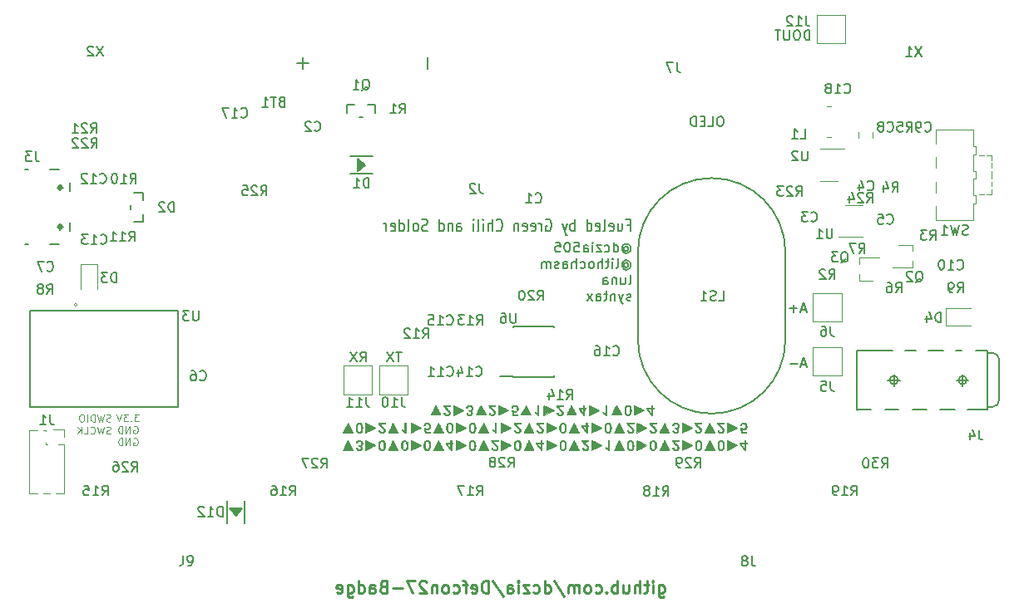
<source format=gbo>
G04 #@! TF.GenerationSoftware,KiCad,Pcbnew,(5.1.0)-1*
G04 #@! TF.CreationDate,2019-05-14T00:20:19-06:00*
G04 #@! TF.ProjectId,laser-theremin,6c617365-722d-4746-9865-72656d696e2e,rev?*
G04 #@! TF.SameCoordinates,Original*
G04 #@! TF.FileFunction,Legend,Bot*
G04 #@! TF.FilePolarity,Positive*
%FSLAX46Y46*%
G04 Gerber Fmt 4.6, Leading zero omitted, Abs format (unit mm)*
G04 Created by KiCad (PCBNEW (5.1.0)-1) date 2019-05-14 00:20:19*
%MOMM*%
%LPD*%
G04 APERTURE LIST*
%ADD10C,0.200000*%
%ADD11C,0.150000*%
%ADD12C,0.250000*%
%ADD13C,0.100000*%
%ADD14C,0.010000*%
%ADD15C,0.127000*%
%ADD16C,0.120000*%
%ADD17C,0.066040*%
G04 APERTURE END LIST*
D10*
X159576666Y-84680714D02*
X159910000Y-84680714D01*
X159910000Y-85335476D02*
X159910000Y-84085476D01*
X159433809Y-84085476D01*
X158624285Y-84502142D02*
X158624285Y-85335476D01*
X159052857Y-84502142D02*
X159052857Y-85156904D01*
X159005238Y-85275952D01*
X158910000Y-85335476D01*
X158767142Y-85335476D01*
X158671904Y-85275952D01*
X158624285Y-85216428D01*
X157767142Y-85275952D02*
X157862380Y-85335476D01*
X158052857Y-85335476D01*
X158148095Y-85275952D01*
X158195714Y-85156904D01*
X158195714Y-84680714D01*
X158148095Y-84561666D01*
X158052857Y-84502142D01*
X157862380Y-84502142D01*
X157767142Y-84561666D01*
X157719523Y-84680714D01*
X157719523Y-84799761D01*
X158195714Y-84918809D01*
X157148095Y-85335476D02*
X157243333Y-85275952D01*
X157290952Y-85156904D01*
X157290952Y-84085476D01*
X156386190Y-85275952D02*
X156481428Y-85335476D01*
X156671904Y-85335476D01*
X156767142Y-85275952D01*
X156814761Y-85156904D01*
X156814761Y-84680714D01*
X156767142Y-84561666D01*
X156671904Y-84502142D01*
X156481428Y-84502142D01*
X156386190Y-84561666D01*
X156338571Y-84680714D01*
X156338571Y-84799761D01*
X156814761Y-84918809D01*
X155481428Y-85335476D02*
X155481428Y-84085476D01*
X155481428Y-85275952D02*
X155576666Y-85335476D01*
X155767142Y-85335476D01*
X155862380Y-85275952D01*
X155910000Y-85216428D01*
X155957619Y-85097380D01*
X155957619Y-84740238D01*
X155910000Y-84621190D01*
X155862380Y-84561666D01*
X155767142Y-84502142D01*
X155576666Y-84502142D01*
X155481428Y-84561666D01*
X154243333Y-85335476D02*
X154243333Y-84085476D01*
X154243333Y-84561666D02*
X154148095Y-84502142D01*
X153957619Y-84502142D01*
X153862380Y-84561666D01*
X153814761Y-84621190D01*
X153767142Y-84740238D01*
X153767142Y-85097380D01*
X153814761Y-85216428D01*
X153862380Y-85275952D01*
X153957619Y-85335476D01*
X154148095Y-85335476D01*
X154243333Y-85275952D01*
X153433809Y-84502142D02*
X153195714Y-85335476D01*
X152957619Y-84502142D02*
X153195714Y-85335476D01*
X153290952Y-85633095D01*
X153338571Y-85692619D01*
X153433809Y-85752142D01*
X151290952Y-84145000D02*
X151386190Y-84085476D01*
X151529047Y-84085476D01*
X151671904Y-84145000D01*
X151767142Y-84264047D01*
X151814761Y-84383095D01*
X151862380Y-84621190D01*
X151862380Y-84799761D01*
X151814761Y-85037857D01*
X151767142Y-85156904D01*
X151671904Y-85275952D01*
X151529047Y-85335476D01*
X151433809Y-85335476D01*
X151290952Y-85275952D01*
X151243333Y-85216428D01*
X151243333Y-84799761D01*
X151433809Y-84799761D01*
X150814761Y-85335476D02*
X150814761Y-84502142D01*
X150814761Y-84740238D02*
X150767142Y-84621190D01*
X150719523Y-84561666D01*
X150624285Y-84502142D01*
X150529047Y-84502142D01*
X149814761Y-85275952D02*
X149910000Y-85335476D01*
X150100476Y-85335476D01*
X150195714Y-85275952D01*
X150243333Y-85156904D01*
X150243333Y-84680714D01*
X150195714Y-84561666D01*
X150100476Y-84502142D01*
X149910000Y-84502142D01*
X149814761Y-84561666D01*
X149767142Y-84680714D01*
X149767142Y-84799761D01*
X150243333Y-84918809D01*
X148957619Y-85275952D02*
X149052857Y-85335476D01*
X149243333Y-85335476D01*
X149338571Y-85275952D01*
X149386190Y-85156904D01*
X149386190Y-84680714D01*
X149338571Y-84561666D01*
X149243333Y-84502142D01*
X149052857Y-84502142D01*
X148957619Y-84561666D01*
X148910000Y-84680714D01*
X148910000Y-84799761D01*
X149386190Y-84918809D01*
X148481428Y-84502142D02*
X148481428Y-85335476D01*
X148481428Y-84621190D02*
X148433809Y-84561666D01*
X148338571Y-84502142D01*
X148195714Y-84502142D01*
X148100476Y-84561666D01*
X148052857Y-84680714D01*
X148052857Y-85335476D01*
X146243333Y-85216428D02*
X146290952Y-85275952D01*
X146433809Y-85335476D01*
X146529047Y-85335476D01*
X146671904Y-85275952D01*
X146767142Y-85156904D01*
X146814761Y-85037857D01*
X146862380Y-84799761D01*
X146862380Y-84621190D01*
X146814761Y-84383095D01*
X146767142Y-84264047D01*
X146671904Y-84145000D01*
X146529047Y-84085476D01*
X146433809Y-84085476D01*
X146290952Y-84145000D01*
X146243333Y-84204523D01*
X145814761Y-85335476D02*
X145814761Y-84085476D01*
X145386190Y-85335476D02*
X145386190Y-84680714D01*
X145433809Y-84561666D01*
X145529047Y-84502142D01*
X145671904Y-84502142D01*
X145767142Y-84561666D01*
X145814761Y-84621190D01*
X144910000Y-85335476D02*
X144910000Y-84502142D01*
X144910000Y-84085476D02*
X144957619Y-84145000D01*
X144910000Y-84204523D01*
X144862380Y-84145000D01*
X144910000Y-84085476D01*
X144910000Y-84204523D01*
X144290952Y-85335476D02*
X144386190Y-85275952D01*
X144433809Y-85156904D01*
X144433809Y-84085476D01*
X143910000Y-85335476D02*
X143910000Y-84502142D01*
X143910000Y-84085476D02*
X143957619Y-84145000D01*
X143910000Y-84204523D01*
X143862380Y-84145000D01*
X143910000Y-84085476D01*
X143910000Y-84204523D01*
X142243333Y-85335476D02*
X142243333Y-84680714D01*
X142290952Y-84561666D01*
X142386190Y-84502142D01*
X142576666Y-84502142D01*
X142671904Y-84561666D01*
X142243333Y-85275952D02*
X142338571Y-85335476D01*
X142576666Y-85335476D01*
X142671904Y-85275952D01*
X142719523Y-85156904D01*
X142719523Y-85037857D01*
X142671904Y-84918809D01*
X142576666Y-84859285D01*
X142338571Y-84859285D01*
X142243333Y-84799761D01*
X141767142Y-84502142D02*
X141767142Y-85335476D01*
X141767142Y-84621190D02*
X141719523Y-84561666D01*
X141624285Y-84502142D01*
X141481428Y-84502142D01*
X141386190Y-84561666D01*
X141338571Y-84680714D01*
X141338571Y-85335476D01*
X140433809Y-85335476D02*
X140433809Y-84085476D01*
X140433809Y-85275952D02*
X140529047Y-85335476D01*
X140719523Y-85335476D01*
X140814761Y-85275952D01*
X140862380Y-85216428D01*
X140910000Y-85097380D01*
X140910000Y-84740238D01*
X140862380Y-84621190D01*
X140814761Y-84561666D01*
X140719523Y-84502142D01*
X140529047Y-84502142D01*
X140433809Y-84561666D01*
X139243333Y-85275952D02*
X139100476Y-85335476D01*
X138862380Y-85335476D01*
X138767142Y-85275952D01*
X138719523Y-85216428D01*
X138671904Y-85097380D01*
X138671904Y-84978333D01*
X138719523Y-84859285D01*
X138767142Y-84799761D01*
X138862380Y-84740238D01*
X139052857Y-84680714D01*
X139148095Y-84621190D01*
X139195714Y-84561666D01*
X139243333Y-84442619D01*
X139243333Y-84323571D01*
X139195714Y-84204523D01*
X139148095Y-84145000D01*
X139052857Y-84085476D01*
X138814761Y-84085476D01*
X138671904Y-84145000D01*
X138100476Y-85335476D02*
X138195714Y-85275952D01*
X138243333Y-85216428D01*
X138290952Y-85097380D01*
X138290952Y-84740238D01*
X138243333Y-84621190D01*
X138195714Y-84561666D01*
X138100476Y-84502142D01*
X137957619Y-84502142D01*
X137862380Y-84561666D01*
X137814761Y-84621190D01*
X137767142Y-84740238D01*
X137767142Y-85097380D01*
X137814761Y-85216428D01*
X137862380Y-85275952D01*
X137957619Y-85335476D01*
X138100476Y-85335476D01*
X137195714Y-85335476D02*
X137290952Y-85275952D01*
X137338571Y-85156904D01*
X137338571Y-84085476D01*
X136386190Y-85335476D02*
X136386190Y-84085476D01*
X136386190Y-85275952D02*
X136481428Y-85335476D01*
X136671904Y-85335476D01*
X136767142Y-85275952D01*
X136814761Y-85216428D01*
X136862380Y-85097380D01*
X136862380Y-84740238D01*
X136814761Y-84621190D01*
X136767142Y-84561666D01*
X136671904Y-84502142D01*
X136481428Y-84502142D01*
X136386190Y-84561666D01*
X135529047Y-85275952D02*
X135624285Y-85335476D01*
X135814761Y-85335476D01*
X135910000Y-85275952D01*
X135957619Y-85156904D01*
X135957619Y-84680714D01*
X135910000Y-84561666D01*
X135814761Y-84502142D01*
X135624285Y-84502142D01*
X135529047Y-84561666D01*
X135481428Y-84680714D01*
X135481428Y-84799761D01*
X135957619Y-84918809D01*
X135052857Y-85335476D02*
X135052857Y-84502142D01*
X135052857Y-84740238D02*
X135005238Y-84621190D01*
X134957619Y-84561666D01*
X134862380Y-84502142D01*
X134767142Y-84502142D01*
D11*
X159265357Y-86971190D02*
X159312976Y-86923571D01*
X159408214Y-86875952D01*
X159503452Y-86875952D01*
X159598690Y-86923571D01*
X159646309Y-86971190D01*
X159693928Y-87066428D01*
X159693928Y-87161666D01*
X159646309Y-87256904D01*
X159598690Y-87304523D01*
X159503452Y-87352142D01*
X159408214Y-87352142D01*
X159312976Y-87304523D01*
X159265357Y-87256904D01*
X159265357Y-86875952D02*
X159265357Y-87256904D01*
X159217738Y-87304523D01*
X159170119Y-87304523D01*
X159074880Y-87256904D01*
X159027261Y-87161666D01*
X159027261Y-86923571D01*
X159122500Y-86780714D01*
X159265357Y-86685476D01*
X159455833Y-86637857D01*
X159646309Y-86685476D01*
X159789166Y-86780714D01*
X159884404Y-86923571D01*
X159932023Y-87114047D01*
X159884404Y-87304523D01*
X159789166Y-87447380D01*
X159646309Y-87542619D01*
X159455833Y-87590238D01*
X159265357Y-87542619D01*
X159122500Y-87447380D01*
X158170119Y-87447380D02*
X158170119Y-86447380D01*
X158170119Y-87399761D02*
X158265357Y-87447380D01*
X158455833Y-87447380D01*
X158551071Y-87399761D01*
X158598690Y-87352142D01*
X158646309Y-87256904D01*
X158646309Y-86971190D01*
X158598690Y-86875952D01*
X158551071Y-86828333D01*
X158455833Y-86780714D01*
X158265357Y-86780714D01*
X158170119Y-86828333D01*
X157265357Y-87399761D02*
X157360595Y-87447380D01*
X157551071Y-87447380D01*
X157646309Y-87399761D01*
X157693928Y-87352142D01*
X157741547Y-87256904D01*
X157741547Y-86971190D01*
X157693928Y-86875952D01*
X157646309Y-86828333D01*
X157551071Y-86780714D01*
X157360595Y-86780714D01*
X157265357Y-86828333D01*
X156932023Y-86780714D02*
X156408214Y-86780714D01*
X156932023Y-87447380D01*
X156408214Y-87447380D01*
X156027261Y-87447380D02*
X156027261Y-86780714D01*
X156027261Y-86447380D02*
X156074880Y-86495000D01*
X156027261Y-86542619D01*
X155979642Y-86495000D01*
X156027261Y-86447380D01*
X156027261Y-86542619D01*
X155122500Y-87447380D02*
X155122500Y-86923571D01*
X155170119Y-86828333D01*
X155265357Y-86780714D01*
X155455833Y-86780714D01*
X155551071Y-86828333D01*
X155122500Y-87399761D02*
X155217738Y-87447380D01*
X155455833Y-87447380D01*
X155551071Y-87399761D01*
X155598690Y-87304523D01*
X155598690Y-87209285D01*
X155551071Y-87114047D01*
X155455833Y-87066428D01*
X155217738Y-87066428D01*
X155122500Y-87018809D01*
X154170119Y-86447380D02*
X154646309Y-86447380D01*
X154693928Y-86923571D01*
X154646309Y-86875952D01*
X154551071Y-86828333D01*
X154312976Y-86828333D01*
X154217738Y-86875952D01*
X154170119Y-86923571D01*
X154122500Y-87018809D01*
X154122500Y-87256904D01*
X154170119Y-87352142D01*
X154217738Y-87399761D01*
X154312976Y-87447380D01*
X154551071Y-87447380D01*
X154646309Y-87399761D01*
X154693928Y-87352142D01*
X153503452Y-86447380D02*
X153408214Y-86447380D01*
X153312976Y-86495000D01*
X153265357Y-86542619D01*
X153217738Y-86637857D01*
X153170119Y-86828333D01*
X153170119Y-87066428D01*
X153217738Y-87256904D01*
X153265357Y-87352142D01*
X153312976Y-87399761D01*
X153408214Y-87447380D01*
X153503452Y-87447380D01*
X153598690Y-87399761D01*
X153646309Y-87352142D01*
X153693928Y-87256904D01*
X153741547Y-87066428D01*
X153741547Y-86828333D01*
X153693928Y-86637857D01*
X153646309Y-86542619D01*
X153598690Y-86495000D01*
X153503452Y-86447380D01*
X152265357Y-86447380D02*
X152741547Y-86447380D01*
X152789166Y-86923571D01*
X152741547Y-86875952D01*
X152646309Y-86828333D01*
X152408214Y-86828333D01*
X152312976Y-86875952D01*
X152265357Y-86923571D01*
X152217738Y-87018809D01*
X152217738Y-87256904D01*
X152265357Y-87352142D01*
X152312976Y-87399761D01*
X152408214Y-87447380D01*
X152646309Y-87447380D01*
X152741547Y-87399761D01*
X152789166Y-87352142D01*
X159265357Y-88621190D02*
X159312976Y-88573571D01*
X159408214Y-88525952D01*
X159503452Y-88525952D01*
X159598690Y-88573571D01*
X159646309Y-88621190D01*
X159693928Y-88716428D01*
X159693928Y-88811666D01*
X159646309Y-88906904D01*
X159598690Y-88954523D01*
X159503452Y-89002142D01*
X159408214Y-89002142D01*
X159312976Y-88954523D01*
X159265357Y-88906904D01*
X159265357Y-88525952D02*
X159265357Y-88906904D01*
X159217738Y-88954523D01*
X159170119Y-88954523D01*
X159074880Y-88906904D01*
X159027261Y-88811666D01*
X159027261Y-88573571D01*
X159122500Y-88430714D01*
X159265357Y-88335476D01*
X159455833Y-88287857D01*
X159646309Y-88335476D01*
X159789166Y-88430714D01*
X159884404Y-88573571D01*
X159932023Y-88764047D01*
X159884404Y-88954523D01*
X159789166Y-89097380D01*
X159646309Y-89192619D01*
X159455833Y-89240238D01*
X159265357Y-89192619D01*
X159122500Y-89097380D01*
X158455833Y-89097380D02*
X158551071Y-89049761D01*
X158598690Y-88954523D01*
X158598690Y-88097380D01*
X158074880Y-89097380D02*
X158074880Y-88430714D01*
X158074880Y-88097380D02*
X158122500Y-88145000D01*
X158074880Y-88192619D01*
X158027261Y-88145000D01*
X158074880Y-88097380D01*
X158074880Y-88192619D01*
X157741547Y-88430714D02*
X157360595Y-88430714D01*
X157598690Y-88097380D02*
X157598690Y-88954523D01*
X157551071Y-89049761D01*
X157455833Y-89097380D01*
X157360595Y-89097380D01*
X157027261Y-89097380D02*
X157027261Y-88097380D01*
X156598690Y-89097380D02*
X156598690Y-88573571D01*
X156646309Y-88478333D01*
X156741547Y-88430714D01*
X156884404Y-88430714D01*
X156979642Y-88478333D01*
X157027261Y-88525952D01*
X155979642Y-89097380D02*
X156074880Y-89049761D01*
X156122500Y-89002142D01*
X156170119Y-88906904D01*
X156170119Y-88621190D01*
X156122500Y-88525952D01*
X156074880Y-88478333D01*
X155979642Y-88430714D01*
X155836785Y-88430714D01*
X155741547Y-88478333D01*
X155693928Y-88525952D01*
X155646309Y-88621190D01*
X155646309Y-88906904D01*
X155693928Y-89002142D01*
X155741547Y-89049761D01*
X155836785Y-89097380D01*
X155979642Y-89097380D01*
X154789166Y-89049761D02*
X154884404Y-89097380D01*
X155074880Y-89097380D01*
X155170119Y-89049761D01*
X155217738Y-89002142D01*
X155265357Y-88906904D01*
X155265357Y-88621190D01*
X155217738Y-88525952D01*
X155170119Y-88478333D01*
X155074880Y-88430714D01*
X154884404Y-88430714D01*
X154789166Y-88478333D01*
X154360595Y-89097380D02*
X154360595Y-88097380D01*
X153932023Y-89097380D02*
X153932023Y-88573571D01*
X153979642Y-88478333D01*
X154074880Y-88430714D01*
X154217738Y-88430714D01*
X154312976Y-88478333D01*
X154360595Y-88525952D01*
X153027261Y-89097380D02*
X153027261Y-88573571D01*
X153074880Y-88478333D01*
X153170119Y-88430714D01*
X153360595Y-88430714D01*
X153455833Y-88478333D01*
X153027261Y-89049761D02*
X153122500Y-89097380D01*
X153360595Y-89097380D01*
X153455833Y-89049761D01*
X153503452Y-88954523D01*
X153503452Y-88859285D01*
X153455833Y-88764047D01*
X153360595Y-88716428D01*
X153122500Y-88716428D01*
X153027261Y-88668809D01*
X152598690Y-89049761D02*
X152503452Y-89097380D01*
X152312976Y-89097380D01*
X152217738Y-89049761D01*
X152170119Y-88954523D01*
X152170119Y-88906904D01*
X152217738Y-88811666D01*
X152312976Y-88764047D01*
X152455833Y-88764047D01*
X152551071Y-88716428D01*
X152598690Y-88621190D01*
X152598690Y-88573571D01*
X152551071Y-88478333D01*
X152455833Y-88430714D01*
X152312976Y-88430714D01*
X152217738Y-88478333D01*
X151741547Y-89097380D02*
X151741547Y-88430714D01*
X151741547Y-88525952D02*
X151693928Y-88478333D01*
X151598690Y-88430714D01*
X151455833Y-88430714D01*
X151360595Y-88478333D01*
X151312976Y-88573571D01*
X151312976Y-89097380D01*
X151312976Y-88573571D02*
X151265357Y-88478333D01*
X151170119Y-88430714D01*
X151027261Y-88430714D01*
X150932023Y-88478333D01*
X150884404Y-88573571D01*
X150884404Y-89097380D01*
X159741547Y-90747380D02*
X159836785Y-90699761D01*
X159884404Y-90604523D01*
X159884404Y-89747380D01*
X158932023Y-90080714D02*
X158932023Y-90747380D01*
X159360595Y-90080714D02*
X159360595Y-90604523D01*
X159312976Y-90699761D01*
X159217738Y-90747380D01*
X159074880Y-90747380D01*
X158979642Y-90699761D01*
X158932023Y-90652142D01*
X158455833Y-90080714D02*
X158455833Y-90747380D01*
X158455833Y-90175952D02*
X158408214Y-90128333D01*
X158312976Y-90080714D01*
X158170119Y-90080714D01*
X158074880Y-90128333D01*
X158027261Y-90223571D01*
X158027261Y-90747380D01*
X157122500Y-90747380D02*
X157122500Y-90223571D01*
X157170119Y-90128333D01*
X157265357Y-90080714D01*
X157455833Y-90080714D01*
X157551071Y-90128333D01*
X157122500Y-90699761D02*
X157217738Y-90747380D01*
X157455833Y-90747380D01*
X157551071Y-90699761D01*
X157598690Y-90604523D01*
X157598690Y-90509285D01*
X157551071Y-90414047D01*
X157455833Y-90366428D01*
X157217738Y-90366428D01*
X157122500Y-90318809D01*
X159932023Y-92349761D02*
X159836785Y-92397380D01*
X159646309Y-92397380D01*
X159551071Y-92349761D01*
X159503452Y-92254523D01*
X159503452Y-92206904D01*
X159551071Y-92111666D01*
X159646309Y-92064047D01*
X159789166Y-92064047D01*
X159884404Y-92016428D01*
X159932023Y-91921190D01*
X159932023Y-91873571D01*
X159884404Y-91778333D01*
X159789166Y-91730714D01*
X159646309Y-91730714D01*
X159551071Y-91778333D01*
X159170119Y-91730714D02*
X158932023Y-92397380D01*
X158693928Y-91730714D02*
X158932023Y-92397380D01*
X159027261Y-92635476D01*
X159074880Y-92683095D01*
X159170119Y-92730714D01*
X158312976Y-91730714D02*
X158312976Y-92397380D01*
X158312976Y-91825952D02*
X158265357Y-91778333D01*
X158170119Y-91730714D01*
X158027261Y-91730714D01*
X157932023Y-91778333D01*
X157884404Y-91873571D01*
X157884404Y-92397380D01*
X157551071Y-91730714D02*
X157170119Y-91730714D01*
X157408214Y-91397380D02*
X157408214Y-92254523D01*
X157360595Y-92349761D01*
X157265357Y-92397380D01*
X157170119Y-92397380D01*
X156408214Y-92397380D02*
X156408214Y-91873571D01*
X156455833Y-91778333D01*
X156551071Y-91730714D01*
X156741547Y-91730714D01*
X156836785Y-91778333D01*
X156408214Y-92349761D02*
X156503452Y-92397380D01*
X156741547Y-92397380D01*
X156836785Y-92349761D01*
X156884404Y-92254523D01*
X156884404Y-92159285D01*
X156836785Y-92064047D01*
X156741547Y-92016428D01*
X156503452Y-92016428D01*
X156408214Y-91968809D01*
X156027261Y-92397380D02*
X155503452Y-91730714D01*
X156027261Y-91730714D02*
X155503452Y-92397380D01*
D12*
X162751190Y-121382142D02*
X162751190Y-122394047D01*
X162810714Y-122513095D01*
X162870238Y-122572619D01*
X162989285Y-122632142D01*
X163167857Y-122632142D01*
X163286904Y-122572619D01*
X162751190Y-122155952D02*
X162870238Y-122215476D01*
X163108333Y-122215476D01*
X163227380Y-122155952D01*
X163286904Y-122096428D01*
X163346428Y-121977380D01*
X163346428Y-121620238D01*
X163286904Y-121501190D01*
X163227380Y-121441666D01*
X163108333Y-121382142D01*
X162870238Y-121382142D01*
X162751190Y-121441666D01*
X162155952Y-122215476D02*
X162155952Y-121382142D01*
X162155952Y-120965476D02*
X162215476Y-121025000D01*
X162155952Y-121084523D01*
X162096428Y-121025000D01*
X162155952Y-120965476D01*
X162155952Y-121084523D01*
X161739285Y-121382142D02*
X161263095Y-121382142D01*
X161560714Y-120965476D02*
X161560714Y-122036904D01*
X161501190Y-122155952D01*
X161382142Y-122215476D01*
X161263095Y-122215476D01*
X160846428Y-122215476D02*
X160846428Y-120965476D01*
X160310714Y-122215476D02*
X160310714Y-121560714D01*
X160370238Y-121441666D01*
X160489285Y-121382142D01*
X160667857Y-121382142D01*
X160786904Y-121441666D01*
X160846428Y-121501190D01*
X159179761Y-121382142D02*
X159179761Y-122215476D01*
X159715476Y-121382142D02*
X159715476Y-122036904D01*
X159655952Y-122155952D01*
X159536904Y-122215476D01*
X159358333Y-122215476D01*
X159239285Y-122155952D01*
X159179761Y-122096428D01*
X158584523Y-122215476D02*
X158584523Y-120965476D01*
X158584523Y-121441666D02*
X158465476Y-121382142D01*
X158227380Y-121382142D01*
X158108333Y-121441666D01*
X158048809Y-121501190D01*
X157989285Y-121620238D01*
X157989285Y-121977380D01*
X158048809Y-122096428D01*
X158108333Y-122155952D01*
X158227380Y-122215476D01*
X158465476Y-122215476D01*
X158584523Y-122155952D01*
X157453571Y-122096428D02*
X157394047Y-122155952D01*
X157453571Y-122215476D01*
X157513095Y-122155952D01*
X157453571Y-122096428D01*
X157453571Y-122215476D01*
X156322619Y-122155952D02*
X156441666Y-122215476D01*
X156679761Y-122215476D01*
X156798809Y-122155952D01*
X156858333Y-122096428D01*
X156917857Y-121977380D01*
X156917857Y-121620238D01*
X156858333Y-121501190D01*
X156798809Y-121441666D01*
X156679761Y-121382142D01*
X156441666Y-121382142D01*
X156322619Y-121441666D01*
X155608333Y-122215476D02*
X155727380Y-122155952D01*
X155786904Y-122096428D01*
X155846428Y-121977380D01*
X155846428Y-121620238D01*
X155786904Y-121501190D01*
X155727380Y-121441666D01*
X155608333Y-121382142D01*
X155429761Y-121382142D01*
X155310714Y-121441666D01*
X155251190Y-121501190D01*
X155191666Y-121620238D01*
X155191666Y-121977380D01*
X155251190Y-122096428D01*
X155310714Y-122155952D01*
X155429761Y-122215476D01*
X155608333Y-122215476D01*
X154655952Y-122215476D02*
X154655952Y-121382142D01*
X154655952Y-121501190D02*
X154596428Y-121441666D01*
X154477380Y-121382142D01*
X154298809Y-121382142D01*
X154179761Y-121441666D01*
X154120238Y-121560714D01*
X154120238Y-122215476D01*
X154120238Y-121560714D02*
X154060714Y-121441666D01*
X153941666Y-121382142D01*
X153763095Y-121382142D01*
X153644047Y-121441666D01*
X153584523Y-121560714D01*
X153584523Y-122215476D01*
X152096428Y-120905952D02*
X153167857Y-122513095D01*
X151144047Y-122215476D02*
X151144047Y-120965476D01*
X151144047Y-122155952D02*
X151263095Y-122215476D01*
X151501190Y-122215476D01*
X151620238Y-122155952D01*
X151679761Y-122096428D01*
X151739285Y-121977380D01*
X151739285Y-121620238D01*
X151679761Y-121501190D01*
X151620238Y-121441666D01*
X151501190Y-121382142D01*
X151263095Y-121382142D01*
X151144047Y-121441666D01*
X150013095Y-122155952D02*
X150132142Y-122215476D01*
X150370238Y-122215476D01*
X150489285Y-122155952D01*
X150548809Y-122096428D01*
X150608333Y-121977380D01*
X150608333Y-121620238D01*
X150548809Y-121501190D01*
X150489285Y-121441666D01*
X150370238Y-121382142D01*
X150132142Y-121382142D01*
X150013095Y-121441666D01*
X149596428Y-121382142D02*
X148941666Y-121382142D01*
X149596428Y-122215476D01*
X148941666Y-122215476D01*
X148465476Y-122215476D02*
X148465476Y-121382142D01*
X148465476Y-120965476D02*
X148525000Y-121025000D01*
X148465476Y-121084523D01*
X148405952Y-121025000D01*
X148465476Y-120965476D01*
X148465476Y-121084523D01*
X147334523Y-122215476D02*
X147334523Y-121560714D01*
X147394047Y-121441666D01*
X147513095Y-121382142D01*
X147751190Y-121382142D01*
X147870238Y-121441666D01*
X147334523Y-122155952D02*
X147453571Y-122215476D01*
X147751190Y-122215476D01*
X147870238Y-122155952D01*
X147929761Y-122036904D01*
X147929761Y-121917857D01*
X147870238Y-121798809D01*
X147751190Y-121739285D01*
X147453571Y-121739285D01*
X147334523Y-121679761D01*
X145846428Y-120905952D02*
X146917857Y-122513095D01*
X145429761Y-122215476D02*
X145429761Y-120965476D01*
X145132142Y-120965476D01*
X144953571Y-121025000D01*
X144834523Y-121144047D01*
X144775000Y-121263095D01*
X144715476Y-121501190D01*
X144715476Y-121679761D01*
X144775000Y-121917857D01*
X144834523Y-122036904D01*
X144953571Y-122155952D01*
X145132142Y-122215476D01*
X145429761Y-122215476D01*
X143703571Y-122155952D02*
X143822619Y-122215476D01*
X144060714Y-122215476D01*
X144179761Y-122155952D01*
X144239285Y-122036904D01*
X144239285Y-121560714D01*
X144179761Y-121441666D01*
X144060714Y-121382142D01*
X143822619Y-121382142D01*
X143703571Y-121441666D01*
X143644047Y-121560714D01*
X143644047Y-121679761D01*
X144239285Y-121798809D01*
X143286904Y-121382142D02*
X142810714Y-121382142D01*
X143108333Y-122215476D02*
X143108333Y-121144047D01*
X143048809Y-121025000D01*
X142929761Y-120965476D01*
X142810714Y-120965476D01*
X141858333Y-122155952D02*
X141977380Y-122215476D01*
X142215476Y-122215476D01*
X142334523Y-122155952D01*
X142394047Y-122096428D01*
X142453571Y-121977380D01*
X142453571Y-121620238D01*
X142394047Y-121501190D01*
X142334523Y-121441666D01*
X142215476Y-121382142D01*
X141977380Y-121382142D01*
X141858333Y-121441666D01*
X141144047Y-122215476D02*
X141263095Y-122155952D01*
X141322619Y-122096428D01*
X141382142Y-121977380D01*
X141382142Y-121620238D01*
X141322619Y-121501190D01*
X141263095Y-121441666D01*
X141144047Y-121382142D01*
X140965476Y-121382142D01*
X140846428Y-121441666D01*
X140786904Y-121501190D01*
X140727380Y-121620238D01*
X140727380Y-121977380D01*
X140786904Y-122096428D01*
X140846428Y-122155952D01*
X140965476Y-122215476D01*
X141144047Y-122215476D01*
X140191666Y-121382142D02*
X140191666Y-122215476D01*
X140191666Y-121501190D02*
X140132142Y-121441666D01*
X140013095Y-121382142D01*
X139834523Y-121382142D01*
X139715476Y-121441666D01*
X139655952Y-121560714D01*
X139655952Y-122215476D01*
X139120238Y-121084523D02*
X139060714Y-121025000D01*
X138941666Y-120965476D01*
X138644047Y-120965476D01*
X138525000Y-121025000D01*
X138465476Y-121084523D01*
X138405952Y-121203571D01*
X138405952Y-121322619D01*
X138465476Y-121501190D01*
X139179761Y-122215476D01*
X138405952Y-122215476D01*
X137989285Y-120965476D02*
X137155952Y-120965476D01*
X137691666Y-122215476D01*
X136679761Y-121739285D02*
X135727380Y-121739285D01*
X134715476Y-121560714D02*
X134536904Y-121620238D01*
X134477380Y-121679761D01*
X134417857Y-121798809D01*
X134417857Y-121977380D01*
X134477380Y-122096428D01*
X134536904Y-122155952D01*
X134655952Y-122215476D01*
X135132142Y-122215476D01*
X135132142Y-120965476D01*
X134715476Y-120965476D01*
X134596428Y-121025000D01*
X134536904Y-121084523D01*
X134477380Y-121203571D01*
X134477380Y-121322619D01*
X134536904Y-121441666D01*
X134596428Y-121501190D01*
X134715476Y-121560714D01*
X135132142Y-121560714D01*
X133346428Y-122215476D02*
X133346428Y-121560714D01*
X133405952Y-121441666D01*
X133525000Y-121382142D01*
X133763095Y-121382142D01*
X133882142Y-121441666D01*
X133346428Y-122155952D02*
X133465476Y-122215476D01*
X133763095Y-122215476D01*
X133882142Y-122155952D01*
X133941666Y-122036904D01*
X133941666Y-121917857D01*
X133882142Y-121798809D01*
X133763095Y-121739285D01*
X133465476Y-121739285D01*
X133346428Y-121679761D01*
X132215476Y-122215476D02*
X132215476Y-120965476D01*
X132215476Y-122155952D02*
X132334523Y-122215476D01*
X132572619Y-122215476D01*
X132691666Y-122155952D01*
X132751190Y-122096428D01*
X132810714Y-121977380D01*
X132810714Y-121620238D01*
X132751190Y-121501190D01*
X132691666Y-121441666D01*
X132572619Y-121382142D01*
X132334523Y-121382142D01*
X132215476Y-121441666D01*
X131084523Y-121382142D02*
X131084523Y-122394047D01*
X131144047Y-122513095D01*
X131203571Y-122572619D01*
X131322619Y-122632142D01*
X131501190Y-122632142D01*
X131620238Y-122572619D01*
X131084523Y-122155952D02*
X131203571Y-122215476D01*
X131441666Y-122215476D01*
X131560714Y-122155952D01*
X131620238Y-122096428D01*
X131679761Y-121977380D01*
X131679761Y-121620238D01*
X131620238Y-121501190D01*
X131560714Y-121441666D01*
X131441666Y-121382142D01*
X131203571Y-121382142D01*
X131084523Y-121441666D01*
X130013095Y-122155952D02*
X130132142Y-122215476D01*
X130370238Y-122215476D01*
X130489285Y-122155952D01*
X130548809Y-122036904D01*
X130548809Y-121560714D01*
X130489285Y-121441666D01*
X130370238Y-121382142D01*
X130132142Y-121382142D01*
X130013095Y-121441666D01*
X129953571Y-121560714D01*
X129953571Y-121679761D01*
X130548809Y-121798809D01*
D11*
X132386666Y-98622380D02*
X132720000Y-98146190D01*
X132958095Y-98622380D02*
X132958095Y-97622380D01*
X132577142Y-97622380D01*
X132481904Y-97670000D01*
X132434285Y-97717619D01*
X132386666Y-97812857D01*
X132386666Y-97955714D01*
X132434285Y-98050952D01*
X132481904Y-98098571D01*
X132577142Y-98146190D01*
X132958095Y-98146190D01*
X132053333Y-97622380D02*
X131386666Y-98622380D01*
X131386666Y-97622380D02*
X132053333Y-98622380D01*
X136591904Y-97622380D02*
X136020476Y-97622380D01*
X136306190Y-98622380D02*
X136306190Y-97622380D01*
X135782380Y-97622380D02*
X135115714Y-98622380D01*
X135115714Y-97622380D02*
X135782380Y-98622380D01*
X177787142Y-98916666D02*
X177310952Y-98916666D01*
X177882380Y-99202380D02*
X177549047Y-98202380D01*
X177215714Y-99202380D01*
X176882380Y-98821428D02*
X176120476Y-98821428D01*
X177767142Y-93306666D02*
X177290952Y-93306666D01*
X177862380Y-93592380D02*
X177529047Y-92592380D01*
X177195714Y-93592380D01*
X176862380Y-93211428D02*
X176100476Y-93211428D01*
X176481428Y-93592380D02*
X176481428Y-92830476D01*
X178130476Y-65842380D02*
X178130476Y-64842380D01*
X177892380Y-64842380D01*
X177749523Y-64890000D01*
X177654285Y-64985238D01*
X177606666Y-65080476D01*
X177559047Y-65270952D01*
X177559047Y-65413809D01*
X177606666Y-65604285D01*
X177654285Y-65699523D01*
X177749523Y-65794761D01*
X177892380Y-65842380D01*
X178130476Y-65842380D01*
X176940000Y-64842380D02*
X176749523Y-64842380D01*
X176654285Y-64890000D01*
X176559047Y-64985238D01*
X176511428Y-65175714D01*
X176511428Y-65509047D01*
X176559047Y-65699523D01*
X176654285Y-65794761D01*
X176749523Y-65842380D01*
X176940000Y-65842380D01*
X177035238Y-65794761D01*
X177130476Y-65699523D01*
X177178095Y-65509047D01*
X177178095Y-65175714D01*
X177130476Y-64985238D01*
X177035238Y-64890000D01*
X176940000Y-64842380D01*
X176082857Y-64842380D02*
X176082857Y-65651904D01*
X176035238Y-65747142D01*
X175987619Y-65794761D01*
X175892380Y-65842380D01*
X175701904Y-65842380D01*
X175606666Y-65794761D01*
X175559047Y-65747142D01*
X175511428Y-65651904D01*
X175511428Y-64842380D01*
X175178095Y-64842380D02*
X174606666Y-64842380D01*
X174892380Y-65842380D02*
X174892380Y-64842380D01*
X169132380Y-73612380D02*
X168941904Y-73612380D01*
X168846666Y-73660000D01*
X168751428Y-73755238D01*
X168703809Y-73945714D01*
X168703809Y-74279047D01*
X168751428Y-74469523D01*
X168846666Y-74564761D01*
X168941904Y-74612380D01*
X169132380Y-74612380D01*
X169227619Y-74564761D01*
X169322857Y-74469523D01*
X169370476Y-74279047D01*
X169370476Y-73945714D01*
X169322857Y-73755238D01*
X169227619Y-73660000D01*
X169132380Y-73612380D01*
X167799047Y-74612380D02*
X168275238Y-74612380D01*
X168275238Y-73612380D01*
X167465714Y-74088571D02*
X167132380Y-74088571D01*
X166989523Y-74612380D02*
X167465714Y-74612380D01*
X167465714Y-73612380D01*
X166989523Y-73612380D01*
X166560952Y-74612380D02*
X166560952Y-73612380D01*
X166322857Y-73612380D01*
X166180000Y-73660000D01*
X166084761Y-73755238D01*
X166037142Y-73850476D01*
X165989523Y-74040952D01*
X165989523Y-74183809D01*
X166037142Y-74374285D01*
X166084761Y-74469523D01*
X166180000Y-74564761D01*
X166322857Y-74612380D01*
X166560952Y-74612380D01*
D13*
X106976428Y-105953571D02*
X106869285Y-105989285D01*
X106690714Y-105989285D01*
X106619285Y-105953571D01*
X106583571Y-105917857D01*
X106547857Y-105846428D01*
X106547857Y-105775000D01*
X106583571Y-105703571D01*
X106619285Y-105667857D01*
X106690714Y-105632142D01*
X106833571Y-105596428D01*
X106905000Y-105560714D01*
X106940714Y-105525000D01*
X106976428Y-105453571D01*
X106976428Y-105382142D01*
X106940714Y-105310714D01*
X106905000Y-105275000D01*
X106833571Y-105239285D01*
X106655000Y-105239285D01*
X106547857Y-105275000D01*
X106297857Y-105239285D02*
X106119285Y-105989285D01*
X105976428Y-105453571D01*
X105833571Y-105989285D01*
X105655000Y-105239285D01*
X104940714Y-105917857D02*
X104976428Y-105953571D01*
X105083571Y-105989285D01*
X105155000Y-105989285D01*
X105262142Y-105953571D01*
X105333571Y-105882142D01*
X105369285Y-105810714D01*
X105405000Y-105667857D01*
X105405000Y-105560714D01*
X105369285Y-105417857D01*
X105333571Y-105346428D01*
X105262142Y-105275000D01*
X105155000Y-105239285D01*
X105083571Y-105239285D01*
X104976428Y-105275000D01*
X104940714Y-105310714D01*
X104262142Y-105989285D02*
X104619285Y-105989285D01*
X104619285Y-105239285D01*
X104012142Y-105989285D02*
X104012142Y-105239285D01*
X103583571Y-105989285D02*
X103905000Y-105560714D01*
X103583571Y-105239285D02*
X104012142Y-105667857D01*
X106979285Y-104713571D02*
X106872142Y-104749285D01*
X106693571Y-104749285D01*
X106622142Y-104713571D01*
X106586428Y-104677857D01*
X106550714Y-104606428D01*
X106550714Y-104535000D01*
X106586428Y-104463571D01*
X106622142Y-104427857D01*
X106693571Y-104392142D01*
X106836428Y-104356428D01*
X106907857Y-104320714D01*
X106943571Y-104285000D01*
X106979285Y-104213571D01*
X106979285Y-104142142D01*
X106943571Y-104070714D01*
X106907857Y-104035000D01*
X106836428Y-103999285D01*
X106657857Y-103999285D01*
X106550714Y-104035000D01*
X106300714Y-103999285D02*
X106122142Y-104749285D01*
X105979285Y-104213571D01*
X105836428Y-104749285D01*
X105657857Y-103999285D01*
X105372142Y-104749285D02*
X105372142Y-103999285D01*
X105193571Y-103999285D01*
X105086428Y-104035000D01*
X105015000Y-104106428D01*
X104979285Y-104177857D01*
X104943571Y-104320714D01*
X104943571Y-104427857D01*
X104979285Y-104570714D01*
X105015000Y-104642142D01*
X105086428Y-104713571D01*
X105193571Y-104749285D01*
X105372142Y-104749285D01*
X104622142Y-104749285D02*
X104622142Y-103999285D01*
X104122142Y-103999285D02*
X103979285Y-103999285D01*
X103907857Y-104035000D01*
X103836428Y-104106428D01*
X103800714Y-104249285D01*
X103800714Y-104499285D01*
X103836428Y-104642142D01*
X103907857Y-104713571D01*
X103979285Y-104749285D01*
X104122142Y-104749285D01*
X104193571Y-104713571D01*
X104265000Y-104642142D01*
X104300714Y-104499285D01*
X104300714Y-104249285D01*
X104265000Y-104106428D01*
X104193571Y-104035000D01*
X104122142Y-103999285D01*
X109867142Y-103974285D02*
X109402857Y-103974285D01*
X109652857Y-104260000D01*
X109545714Y-104260000D01*
X109474285Y-104295714D01*
X109438571Y-104331428D01*
X109402857Y-104402857D01*
X109402857Y-104581428D01*
X109438571Y-104652857D01*
X109474285Y-104688571D01*
X109545714Y-104724285D01*
X109760000Y-104724285D01*
X109831428Y-104688571D01*
X109867142Y-104652857D01*
X109081428Y-104652857D02*
X109045714Y-104688571D01*
X109081428Y-104724285D01*
X109117142Y-104688571D01*
X109081428Y-104652857D01*
X109081428Y-104724285D01*
X108795714Y-103974285D02*
X108331428Y-103974285D01*
X108581428Y-104260000D01*
X108474285Y-104260000D01*
X108402857Y-104295714D01*
X108367142Y-104331428D01*
X108331428Y-104402857D01*
X108331428Y-104581428D01*
X108367142Y-104652857D01*
X108402857Y-104688571D01*
X108474285Y-104724285D01*
X108688571Y-104724285D01*
X108760000Y-104688571D01*
X108795714Y-104652857D01*
X108117142Y-103974285D02*
X107867142Y-104724285D01*
X107617142Y-103974285D01*
X109331428Y-105235000D02*
X109402857Y-105199285D01*
X109510000Y-105199285D01*
X109617142Y-105235000D01*
X109688571Y-105306428D01*
X109724285Y-105377857D01*
X109760000Y-105520714D01*
X109760000Y-105627857D01*
X109724285Y-105770714D01*
X109688571Y-105842142D01*
X109617142Y-105913571D01*
X109510000Y-105949285D01*
X109438571Y-105949285D01*
X109331428Y-105913571D01*
X109295714Y-105877857D01*
X109295714Y-105627857D01*
X109438571Y-105627857D01*
X108974285Y-105949285D02*
X108974285Y-105199285D01*
X108545714Y-105949285D01*
X108545714Y-105199285D01*
X108188571Y-105949285D02*
X108188571Y-105199285D01*
X108010000Y-105199285D01*
X107902857Y-105235000D01*
X107831428Y-105306428D01*
X107795714Y-105377857D01*
X107760000Y-105520714D01*
X107760000Y-105627857D01*
X107795714Y-105770714D01*
X107831428Y-105842142D01*
X107902857Y-105913571D01*
X108010000Y-105949285D01*
X108188571Y-105949285D01*
X109331428Y-106460000D02*
X109402857Y-106424285D01*
X109510000Y-106424285D01*
X109617142Y-106460000D01*
X109688571Y-106531428D01*
X109724285Y-106602857D01*
X109760000Y-106745714D01*
X109760000Y-106852857D01*
X109724285Y-106995714D01*
X109688571Y-107067142D01*
X109617142Y-107138571D01*
X109510000Y-107174285D01*
X109438571Y-107174285D01*
X109331428Y-107138571D01*
X109295714Y-107102857D01*
X109295714Y-106852857D01*
X109438571Y-106852857D01*
X108974285Y-107174285D02*
X108974285Y-106424285D01*
X108545714Y-107174285D01*
X108545714Y-106424285D01*
X108188571Y-107174285D02*
X108188571Y-106424285D01*
X108010000Y-106424285D01*
X107902857Y-106460000D01*
X107831428Y-106531428D01*
X107795714Y-106602857D01*
X107760000Y-106745714D01*
X107760000Y-106852857D01*
X107795714Y-106995714D01*
X107831428Y-107067142D01*
X107902857Y-107138571D01*
X108010000Y-107174285D01*
X108188571Y-107174285D01*
D14*
G36*
X171554782Y-107691169D02*
G01*
X171565332Y-107679691D01*
X171572424Y-107653260D01*
X171576738Y-107605904D01*
X171578955Y-107531650D01*
X171579753Y-107424523D01*
X171579834Y-107344417D01*
X171579834Y-106995167D01*
X171653917Y-106995167D01*
X171704016Y-106991214D01*
X171724526Y-106973422D01*
X171728000Y-106942250D01*
X171722465Y-106906465D01*
X171697557Y-106891815D01*
X171653917Y-106889334D01*
X171579834Y-106889334D01*
X171579834Y-106762334D01*
X171578713Y-106691949D01*
X171572591Y-106653948D01*
X171557324Y-106638391D01*
X171528772Y-106635337D01*
X171526917Y-106635334D01*
X171497590Y-106638023D01*
X171481756Y-106652717D01*
X171475274Y-106689357D01*
X171474001Y-106757882D01*
X171474000Y-106762334D01*
X171474000Y-106889334D01*
X171008334Y-106889334D01*
X171008334Y-106952815D01*
X171020445Y-106991443D01*
X171029836Y-107009373D01*
X171128554Y-107009373D01*
X171151776Y-107000755D01*
X171204885Y-106996376D01*
X171293032Y-106995167D01*
X171474000Y-106995167D01*
X171474000Y-107228000D01*
X171472486Y-107321560D01*
X171468379Y-107397171D01*
X171462335Y-107446291D01*
X171456135Y-107460834D01*
X171439153Y-107444812D01*
X171403560Y-107401885D01*
X171355118Y-107339758D01*
X171299588Y-107266139D01*
X171242733Y-107188734D01*
X171190315Y-107115250D01*
X171148097Y-107053393D01*
X171128990Y-107023298D01*
X171128554Y-107009373D01*
X171029836Y-107009373D01*
X171053711Y-107054955D01*
X171103531Y-107136940D01*
X171165304Y-107230988D01*
X171234429Y-107330690D01*
X171306306Y-107429635D01*
X171376333Y-107521414D01*
X171439910Y-107599617D01*
X171492435Y-107657833D01*
X171529308Y-107689652D01*
X171540096Y-107693667D01*
X171554782Y-107691169D01*
X171554782Y-107691169D01*
G37*
X171554782Y-107691169D02*
X171565332Y-107679691D01*
X171572424Y-107653260D01*
X171576738Y-107605904D01*
X171578955Y-107531650D01*
X171579753Y-107424523D01*
X171579834Y-107344417D01*
X171579834Y-106995167D01*
X171653917Y-106995167D01*
X171704016Y-106991214D01*
X171724526Y-106973422D01*
X171728000Y-106942250D01*
X171722465Y-106906465D01*
X171697557Y-106891815D01*
X171653917Y-106889334D01*
X171579834Y-106889334D01*
X171579834Y-106762334D01*
X171578713Y-106691949D01*
X171572591Y-106653948D01*
X171557324Y-106638391D01*
X171528772Y-106635337D01*
X171526917Y-106635334D01*
X171497590Y-106638023D01*
X171481756Y-106652717D01*
X171475274Y-106689357D01*
X171474001Y-106757882D01*
X171474000Y-106762334D01*
X171474000Y-106889334D01*
X171008334Y-106889334D01*
X171008334Y-106952815D01*
X171020445Y-106991443D01*
X171029836Y-107009373D01*
X171128554Y-107009373D01*
X171151776Y-107000755D01*
X171204885Y-106996376D01*
X171293032Y-106995167D01*
X171474000Y-106995167D01*
X171474000Y-107228000D01*
X171472486Y-107321560D01*
X171468379Y-107397171D01*
X171462335Y-107446291D01*
X171456135Y-107460834D01*
X171439153Y-107444812D01*
X171403560Y-107401885D01*
X171355118Y-107339758D01*
X171299588Y-107266139D01*
X171242733Y-107188734D01*
X171190315Y-107115250D01*
X171148097Y-107053393D01*
X171128990Y-107023298D01*
X171128554Y-107009373D01*
X171029836Y-107009373D01*
X171053711Y-107054955D01*
X171103531Y-107136940D01*
X171165304Y-107230988D01*
X171234429Y-107330690D01*
X171306306Y-107429635D01*
X171376333Y-107521414D01*
X171439910Y-107599617D01*
X171492435Y-107657833D01*
X171529308Y-107689652D01*
X171540096Y-107693667D01*
X171554782Y-107691169D01*
G36*
X167874589Y-107626089D02*
G01*
X167954662Y-107625273D01*
X168442083Y-107619584D01*
X168193271Y-107122347D01*
X167944459Y-106625111D01*
X167697161Y-107119348D01*
X167631220Y-107252089D01*
X167572562Y-107372012D01*
X167523587Y-107474059D01*
X167486695Y-107553170D01*
X167464285Y-107604287D01*
X167458552Y-107622274D01*
X167481284Y-107624512D01*
X167540300Y-107626049D01*
X167629552Y-107626849D01*
X167742997Y-107626874D01*
X167874589Y-107626089D01*
X167874589Y-107626089D01*
G37*
X167874589Y-107626089D02*
X167954662Y-107625273D01*
X168442083Y-107619584D01*
X168193271Y-107122347D01*
X167944459Y-106625111D01*
X167697161Y-107119348D01*
X167631220Y-107252089D01*
X167572562Y-107372012D01*
X167523587Y-107474059D01*
X167486695Y-107553170D01*
X167464285Y-107604287D01*
X167458552Y-107622274D01*
X167481284Y-107624512D01*
X167540300Y-107626049D01*
X167629552Y-107626849D01*
X167742997Y-107626874D01*
X167874589Y-107626089D01*
G36*
X165155443Y-107621088D02*
G01*
X165209179Y-107595506D01*
X165290596Y-107555904D01*
X165394617Y-107504768D01*
X165516163Y-107444581D01*
X165642588Y-107381608D01*
X166140242Y-107133048D01*
X165647996Y-106885327D01*
X165515062Y-106818681D01*
X165394521Y-106758732D01*
X165291541Y-106708011D01*
X165211288Y-106669048D01*
X165158929Y-106644373D01*
X165139875Y-106636470D01*
X165135407Y-106656332D01*
X165131425Y-106712699D01*
X165128117Y-106799742D01*
X165125667Y-106911635D01*
X165124264Y-107042549D01*
X165124000Y-107132750D01*
X165124425Y-107272787D01*
X165125618Y-107397570D01*
X165127455Y-107501254D01*
X165129814Y-107577995D01*
X165132572Y-107621945D01*
X165134467Y-107630167D01*
X165155443Y-107621088D01*
X165155443Y-107621088D01*
G37*
X165155443Y-107621088D02*
X165209179Y-107595506D01*
X165290596Y-107555904D01*
X165394617Y-107504768D01*
X165516163Y-107444581D01*
X165642588Y-107381608D01*
X166140242Y-107133048D01*
X165647996Y-106885327D01*
X165515062Y-106818681D01*
X165394521Y-106758732D01*
X165291541Y-106708011D01*
X165211288Y-106669048D01*
X165158929Y-106644373D01*
X165139875Y-106636470D01*
X165135407Y-106656332D01*
X165131425Y-106712699D01*
X165128117Y-106799742D01*
X165125667Y-106911635D01*
X165124264Y-107042549D01*
X165124000Y-107132750D01*
X165124425Y-107272787D01*
X165125618Y-107397570D01*
X165127455Y-107501254D01*
X165129814Y-107577995D01*
X165132572Y-107621945D01*
X165134467Y-107630167D01*
X165155443Y-107621088D01*
G36*
X164608232Y-107664971D02*
G01*
X164692082Y-107620180D01*
X164757263Y-107552533D01*
X164795773Y-107463047D01*
X164800860Y-107432720D01*
X164799024Y-107353032D01*
X164772986Y-107273666D01*
X164719513Y-107189600D01*
X164635373Y-107095815D01*
X164517334Y-106987287D01*
X164510218Y-106981155D01*
X164434979Y-106914942D01*
X164372026Y-106856631D01*
X164328235Y-106812786D01*
X164310707Y-106790682D01*
X164313855Y-106778362D01*
X164338266Y-106770041D01*
X164389650Y-106765054D01*
X164473717Y-106762731D01*
X164553164Y-106762334D01*
X164806500Y-106762334D01*
X164806500Y-106635334D01*
X164467834Y-106635334D01*
X164339372Y-106635828D01*
X164247444Y-106637681D01*
X164186258Y-106641452D01*
X164150022Y-106647697D01*
X164132946Y-106656973D01*
X164129167Y-106667927D01*
X164147396Y-106736385D01*
X164202251Y-106823697D01*
X164293987Y-106930201D01*
X164421746Y-107055206D01*
X164533953Y-107163140D01*
X164614035Y-107251480D01*
X164664855Y-107324465D01*
X164689278Y-107386332D01*
X164690165Y-107441320D01*
X164688312Y-107449772D01*
X164651662Y-107517974D01*
X164588492Y-107564733D01*
X164510214Y-107587406D01*
X164428238Y-107583352D01*
X164353975Y-107549926D01*
X164333137Y-107532031D01*
X164295628Y-107480854D01*
X164277612Y-107429409D01*
X164277334Y-107423903D01*
X164272343Y-107387734D01*
X164248737Y-107380189D01*
X164219169Y-107386176D01*
X164174625Y-107399034D01*
X164153900Y-107407879D01*
X164157567Y-107429506D01*
X164174792Y-107476818D01*
X164189043Y-107510489D01*
X164246199Y-107595234D01*
X164324699Y-107652038D01*
X164416539Y-107681918D01*
X164513717Y-107685890D01*
X164608232Y-107664971D01*
X164608232Y-107664971D01*
G37*
X164608232Y-107664971D02*
X164692082Y-107620180D01*
X164757263Y-107552533D01*
X164795773Y-107463047D01*
X164800860Y-107432720D01*
X164799024Y-107353032D01*
X164772986Y-107273666D01*
X164719513Y-107189600D01*
X164635373Y-107095815D01*
X164517334Y-106987287D01*
X164510218Y-106981155D01*
X164434979Y-106914942D01*
X164372026Y-106856631D01*
X164328235Y-106812786D01*
X164310707Y-106790682D01*
X164313855Y-106778362D01*
X164338266Y-106770041D01*
X164389650Y-106765054D01*
X164473717Y-106762731D01*
X164553164Y-106762334D01*
X164806500Y-106762334D01*
X164806500Y-106635334D01*
X164467834Y-106635334D01*
X164339372Y-106635828D01*
X164247444Y-106637681D01*
X164186258Y-106641452D01*
X164150022Y-106647697D01*
X164132946Y-106656973D01*
X164129167Y-106667927D01*
X164147396Y-106736385D01*
X164202251Y-106823697D01*
X164293987Y-106930201D01*
X164421746Y-107055206D01*
X164533953Y-107163140D01*
X164614035Y-107251480D01*
X164664855Y-107324465D01*
X164689278Y-107386332D01*
X164690165Y-107441320D01*
X164688312Y-107449772D01*
X164651662Y-107517974D01*
X164588492Y-107564733D01*
X164510214Y-107587406D01*
X164428238Y-107583352D01*
X164353975Y-107549926D01*
X164333137Y-107532031D01*
X164295628Y-107480854D01*
X164277612Y-107429409D01*
X164277334Y-107423903D01*
X164272343Y-107387734D01*
X164248737Y-107380189D01*
X164219169Y-107386176D01*
X164174625Y-107399034D01*
X164153900Y-107407879D01*
X164157567Y-107429506D01*
X164174792Y-107476818D01*
X164189043Y-107510489D01*
X164246199Y-107595234D01*
X164324699Y-107652038D01*
X164416539Y-107681918D01*
X164513717Y-107685890D01*
X164608232Y-107664971D01*
G36*
X163475503Y-107629730D02*
G01*
X163600277Y-107628504D01*
X163703952Y-107626615D01*
X163780681Y-107624190D01*
X163824620Y-107621354D01*
X163832834Y-107619407D01*
X163823842Y-107598297D01*
X163798898Y-107545859D01*
X163761049Y-107468184D01*
X163713341Y-107371358D01*
X163658822Y-107261472D01*
X163600538Y-107144614D01*
X163541536Y-107026872D01*
X163484862Y-106914337D01*
X163433564Y-106813096D01*
X163390688Y-106729239D01*
X163359282Y-106668854D01*
X163342391Y-106638030D01*
X163340411Y-106635334D01*
X163329911Y-106653463D01*
X163303096Y-106704547D01*
X163262495Y-106783632D01*
X163210636Y-106885766D01*
X163150047Y-107005993D01*
X163086558Y-107132750D01*
X162838117Y-107630167D01*
X163335475Y-107630167D01*
X163475503Y-107629730D01*
X163475503Y-107629730D01*
G37*
X163475503Y-107629730D02*
X163600277Y-107628504D01*
X163703952Y-107626615D01*
X163780681Y-107624190D01*
X163824620Y-107621354D01*
X163832834Y-107619407D01*
X163823842Y-107598297D01*
X163798898Y-107545859D01*
X163761049Y-107468184D01*
X163713341Y-107371358D01*
X163658822Y-107261472D01*
X163600538Y-107144614D01*
X163541536Y-107026872D01*
X163484862Y-106914337D01*
X163433564Y-106813096D01*
X163390688Y-106729239D01*
X163359282Y-106668854D01*
X163342391Y-106638030D01*
X163340411Y-106635334D01*
X163329911Y-106653463D01*
X163303096Y-106704547D01*
X163262495Y-106783632D01*
X163210636Y-106885766D01*
X163150047Y-107005993D01*
X163086558Y-107132750D01*
X162838117Y-107630167D01*
X163335475Y-107630167D01*
X163475503Y-107629730D01*
G36*
X160562277Y-107621088D02*
G01*
X160616012Y-107595506D01*
X160697429Y-107555904D01*
X160801450Y-107504768D01*
X160922996Y-107444581D01*
X161049421Y-107381608D01*
X161547076Y-107133048D01*
X161054830Y-106885327D01*
X160921895Y-106818681D01*
X160801355Y-106758732D01*
X160698374Y-106708011D01*
X160618121Y-106669048D01*
X160565762Y-106644373D01*
X160546709Y-106636470D01*
X160542240Y-106656332D01*
X160538259Y-106712699D01*
X160534950Y-106799742D01*
X160532501Y-106911635D01*
X160531097Y-107042549D01*
X160530834Y-107132750D01*
X160531258Y-107272787D01*
X160532451Y-107397570D01*
X160534288Y-107501254D01*
X160536647Y-107577995D01*
X160539405Y-107621945D01*
X160541300Y-107630167D01*
X160562277Y-107621088D01*
X160562277Y-107621088D01*
G37*
X160562277Y-107621088D02*
X160616012Y-107595506D01*
X160697429Y-107555904D01*
X160801450Y-107504768D01*
X160922996Y-107444581D01*
X161049421Y-107381608D01*
X161547076Y-107133048D01*
X161054830Y-106885327D01*
X160921895Y-106818681D01*
X160801355Y-106758732D01*
X160698374Y-106708011D01*
X160618121Y-106669048D01*
X160565762Y-106644373D01*
X160546709Y-106636470D01*
X160542240Y-106656332D01*
X160538259Y-106712699D01*
X160534950Y-106799742D01*
X160532501Y-106911635D01*
X160531097Y-107042549D01*
X160530834Y-107132750D01*
X160531258Y-107272787D01*
X160532451Y-107397570D01*
X160534288Y-107501254D01*
X160536647Y-107577995D01*
X160539405Y-107621945D01*
X160541300Y-107630167D01*
X160562277Y-107621088D01*
G36*
X158667089Y-107626089D02*
G01*
X158747162Y-107625273D01*
X159234583Y-107619584D01*
X158985771Y-107122347D01*
X158736959Y-106625111D01*
X158489661Y-107119348D01*
X158423720Y-107252089D01*
X158365062Y-107372012D01*
X158316087Y-107474059D01*
X158279195Y-107553170D01*
X158256785Y-107604287D01*
X158251052Y-107622274D01*
X158273784Y-107624512D01*
X158332800Y-107626049D01*
X158422052Y-107626849D01*
X158535497Y-107626874D01*
X158667089Y-107626089D01*
X158667089Y-107626089D01*
G37*
X158667089Y-107626089D02*
X158747162Y-107625273D01*
X159234583Y-107619584D01*
X158985771Y-107122347D01*
X158736959Y-106625111D01*
X158489661Y-107119348D01*
X158423720Y-107252089D01*
X158365062Y-107372012D01*
X158316087Y-107474059D01*
X158279195Y-107553170D01*
X158256785Y-107604287D01*
X158251052Y-107622274D01*
X158273784Y-107624512D01*
X158332800Y-107626049D01*
X158422052Y-107626849D01*
X158535497Y-107626874D01*
X158667089Y-107626089D01*
G36*
X157690073Y-107690974D02*
G01*
X157698896Y-107679811D01*
X157705432Y-107655283D01*
X157710021Y-107612555D01*
X157713000Y-107546793D01*
X157714709Y-107453162D01*
X157715485Y-107326826D01*
X157715667Y-107164500D01*
X157715667Y-106635334D01*
X157588667Y-106635334D01*
X157588667Y-107463716D01*
X157530459Y-107422786D01*
X157468535Y-107383195D01*
X157403459Y-107346718D01*
X157358081Y-107325052D01*
X157338950Y-107325303D01*
X157334724Y-107349914D01*
X157334667Y-107361522D01*
X157347214Y-107400920D01*
X157388613Y-107445318D01*
X157445792Y-107488415D01*
X157512781Y-107540384D01*
X157570702Y-107594923D01*
X157599250Y-107629456D01*
X157636983Y-107672214D01*
X157674099Y-107693178D01*
X157678625Y-107693606D01*
X157690073Y-107690974D01*
X157690073Y-107690974D01*
G37*
X157690073Y-107690974D02*
X157698896Y-107679811D01*
X157705432Y-107655283D01*
X157710021Y-107612555D01*
X157713000Y-107546793D01*
X157714709Y-107453162D01*
X157715485Y-107326826D01*
X157715667Y-107164500D01*
X157715667Y-106635334D01*
X157588667Y-106635334D01*
X157588667Y-107463716D01*
X157530459Y-107422786D01*
X157468535Y-107383195D01*
X157403459Y-107346718D01*
X157358081Y-107325052D01*
X157338950Y-107325303D01*
X157334724Y-107349914D01*
X157334667Y-107361522D01*
X157347214Y-107400920D01*
X157388613Y-107445318D01*
X157445792Y-107488415D01*
X157512781Y-107540384D01*
X157570702Y-107594923D01*
X157599250Y-107629456D01*
X157636983Y-107672214D01*
X157674099Y-107693178D01*
X157678625Y-107693606D01*
X157690073Y-107690974D01*
G36*
X155948000Y-107621261D02*
G01*
X156001984Y-107596162D01*
X156083814Y-107557300D01*
X156188403Y-107507104D01*
X156310665Y-107448003D01*
X156440240Y-107385000D01*
X156943084Y-107139832D01*
X156445667Y-106888719D01*
X156312060Y-106821520D01*
X156190820Y-106761023D01*
X156087080Y-106709747D01*
X156005973Y-106670217D01*
X155952631Y-106644955D01*
X155932375Y-106636470D01*
X155927907Y-106656332D01*
X155923925Y-106712699D01*
X155920617Y-106799742D01*
X155918167Y-106911635D01*
X155916764Y-107042549D01*
X155916500Y-107132750D01*
X155916924Y-107272787D01*
X155918115Y-107397570D01*
X155919949Y-107501254D01*
X155922304Y-107577995D01*
X155925057Y-107621945D01*
X155926948Y-107630167D01*
X155948000Y-107621261D01*
X155948000Y-107621261D01*
G37*
X155948000Y-107621261D02*
X156001984Y-107596162D01*
X156083814Y-107557300D01*
X156188403Y-107507104D01*
X156310665Y-107448003D01*
X156440240Y-107385000D01*
X156943084Y-107139832D01*
X156445667Y-106888719D01*
X156312060Y-106821520D01*
X156190820Y-106761023D01*
X156087080Y-106709747D01*
X156005973Y-106670217D01*
X155952631Y-106644955D01*
X155932375Y-106636470D01*
X155927907Y-106656332D01*
X155923925Y-106712699D01*
X155920617Y-106799742D01*
X155918167Y-106911635D01*
X155916764Y-107042549D01*
X155916500Y-107132750D01*
X155916924Y-107272787D01*
X155918115Y-107397570D01*
X155919949Y-107501254D01*
X155922304Y-107577995D01*
X155925057Y-107621945D01*
X155926948Y-107630167D01*
X155948000Y-107621261D01*
G36*
X155345837Y-107680939D02*
G01*
X155460265Y-107641900D01*
X155484241Y-107628404D01*
X155552466Y-107567330D01*
X155589653Y-107483111D01*
X155598861Y-107391046D01*
X155595019Y-107338409D01*
X155580942Y-107289035D01*
X155552539Y-107237185D01*
X155505719Y-107177120D01*
X155436390Y-107103099D01*
X155340460Y-107009383D01*
X155298372Y-106969478D01*
X155080417Y-106763873D01*
X155339709Y-106763103D01*
X155599000Y-106762334D01*
X155599000Y-106635334D01*
X155260334Y-106635334D01*
X155122942Y-106636307D01*
X155024172Y-106639409D01*
X154960350Y-106644910D01*
X154927806Y-106653083D01*
X154921667Y-106660401D01*
X154939422Y-106727073D01*
X154991205Y-106812609D01*
X155074787Y-106914011D01*
X155187944Y-107028285D01*
X155210943Y-107049680D01*
X155325293Y-107158137D01*
X155408035Y-107245845D01*
X155461415Y-107317477D01*
X155487680Y-107377703D01*
X155489075Y-107431193D01*
X155467845Y-107482618D01*
X155438369Y-107522710D01*
X155397314Y-107563780D01*
X155353574Y-107582870D01*
X155288278Y-107587815D01*
X155281500Y-107587834D01*
X155213642Y-107583689D01*
X155168864Y-107566030D01*
X155128292Y-107527024D01*
X155124632Y-107522710D01*
X155089201Y-107470887D01*
X155070636Y-107424773D01*
X155069834Y-107416876D01*
X155061128Y-107383196D01*
X155030013Y-107378801D01*
X154997481Y-107389015D01*
X154968541Y-107419011D01*
X154968678Y-107469352D01*
X154996256Y-107531249D01*
X155032792Y-107578697D01*
X155123685Y-107648411D01*
X155230838Y-107682800D01*
X155345837Y-107680939D01*
X155345837Y-107680939D01*
G37*
X155345837Y-107680939D02*
X155460265Y-107641900D01*
X155484241Y-107628404D01*
X155552466Y-107567330D01*
X155589653Y-107483111D01*
X155598861Y-107391046D01*
X155595019Y-107338409D01*
X155580942Y-107289035D01*
X155552539Y-107237185D01*
X155505719Y-107177120D01*
X155436390Y-107103099D01*
X155340460Y-107009383D01*
X155298372Y-106969478D01*
X155080417Y-106763873D01*
X155339709Y-106763103D01*
X155599000Y-106762334D01*
X155599000Y-106635334D01*
X155260334Y-106635334D01*
X155122942Y-106636307D01*
X155024172Y-106639409D01*
X154960350Y-106644910D01*
X154927806Y-106653083D01*
X154921667Y-106660401D01*
X154939422Y-106727073D01*
X154991205Y-106812609D01*
X155074787Y-106914011D01*
X155187944Y-107028285D01*
X155210943Y-107049680D01*
X155325293Y-107158137D01*
X155408035Y-107245845D01*
X155461415Y-107317477D01*
X155487680Y-107377703D01*
X155489075Y-107431193D01*
X155467845Y-107482618D01*
X155438369Y-107522710D01*
X155397314Y-107563780D01*
X155353574Y-107582870D01*
X155288278Y-107587815D01*
X155281500Y-107587834D01*
X155213642Y-107583689D01*
X155168864Y-107566030D01*
X155128292Y-107527024D01*
X155124632Y-107522710D01*
X155089201Y-107470887D01*
X155070636Y-107424773D01*
X155069834Y-107416876D01*
X155061128Y-107383196D01*
X155030013Y-107378801D01*
X154997481Y-107389015D01*
X154968541Y-107419011D01*
X154968678Y-107469352D01*
X154996256Y-107531249D01*
X155032792Y-107578697D01*
X155123685Y-107648411D01*
X155230838Y-107682800D01*
X155345837Y-107680939D01*
G36*
X154268003Y-107629730D02*
G01*
X154392777Y-107628504D01*
X154496452Y-107626615D01*
X154573181Y-107624190D01*
X154617120Y-107621354D01*
X154625334Y-107619407D01*
X154616342Y-107598297D01*
X154591398Y-107545859D01*
X154553549Y-107468184D01*
X154505841Y-107371358D01*
X154451322Y-107261472D01*
X154393038Y-107144614D01*
X154334036Y-107026872D01*
X154277362Y-106914337D01*
X154226064Y-106813096D01*
X154183188Y-106729239D01*
X154151782Y-106668854D01*
X154134891Y-106638030D01*
X154132911Y-106635334D01*
X154122411Y-106653463D01*
X154095596Y-106704547D01*
X154054995Y-106783632D01*
X154003136Y-106885766D01*
X153942547Y-107005993D01*
X153879058Y-107132750D01*
X153630617Y-107630167D01*
X154127975Y-107630167D01*
X154268003Y-107629730D01*
X154268003Y-107629730D01*
G37*
X154268003Y-107629730D02*
X154392777Y-107628504D01*
X154496452Y-107626615D01*
X154573181Y-107624190D01*
X154617120Y-107621354D01*
X154625334Y-107619407D01*
X154616342Y-107598297D01*
X154591398Y-107545859D01*
X154553549Y-107468184D01*
X154505841Y-107371358D01*
X154451322Y-107261472D01*
X154393038Y-107144614D01*
X154334036Y-107026872D01*
X154277362Y-106914337D01*
X154226064Y-106813096D01*
X154183188Y-106729239D01*
X154151782Y-106668854D01*
X154134891Y-106638030D01*
X154132911Y-106635334D01*
X154122411Y-106653463D01*
X154095596Y-106704547D01*
X154054995Y-106783632D01*
X154003136Y-106885766D01*
X153942547Y-107005993D01*
X153879058Y-107132750D01*
X153630617Y-107630167D01*
X154127975Y-107630167D01*
X154268003Y-107629730D01*
G36*
X151354777Y-107621088D02*
G01*
X151408512Y-107595506D01*
X151489929Y-107555904D01*
X151593950Y-107504768D01*
X151715496Y-107444581D01*
X151841921Y-107381608D01*
X152339576Y-107133048D01*
X151847330Y-106885327D01*
X151714395Y-106818681D01*
X151593855Y-106758732D01*
X151490874Y-106708011D01*
X151410621Y-106669048D01*
X151358262Y-106644373D01*
X151339209Y-106636470D01*
X151334740Y-106656332D01*
X151330759Y-106712699D01*
X151327450Y-106799742D01*
X151325001Y-106911635D01*
X151323597Y-107042549D01*
X151323334Y-107132750D01*
X151323758Y-107272787D01*
X151324951Y-107397570D01*
X151326788Y-107501254D01*
X151329147Y-107577995D01*
X151331905Y-107621945D01*
X151333800Y-107630167D01*
X151354777Y-107621088D01*
X151354777Y-107621088D01*
G37*
X151354777Y-107621088D02*
X151408512Y-107595506D01*
X151489929Y-107555904D01*
X151593950Y-107504768D01*
X151715496Y-107444581D01*
X151841921Y-107381608D01*
X152339576Y-107133048D01*
X151847330Y-106885327D01*
X151714395Y-106818681D01*
X151593855Y-106758732D01*
X151490874Y-106708011D01*
X151410621Y-106669048D01*
X151358262Y-106644373D01*
X151339209Y-106636470D01*
X151334740Y-106656332D01*
X151330759Y-106712699D01*
X151327450Y-106799742D01*
X151325001Y-106911635D01*
X151323597Y-107042549D01*
X151323334Y-107132750D01*
X151323758Y-107272787D01*
X151324951Y-107397570D01*
X151326788Y-107501254D01*
X151329147Y-107577995D01*
X151331905Y-107621945D01*
X151333800Y-107630167D01*
X151354777Y-107621088D01*
G36*
X150861833Y-107685596D02*
G01*
X150870064Y-107667134D01*
X150875088Y-107629931D01*
X150877696Y-107568101D01*
X150878681Y-107475755D01*
X150878833Y-107347008D01*
X150878834Y-107345889D01*
X150878834Y-106995167D01*
X150952917Y-106995167D01*
X151003016Y-106991214D01*
X151023526Y-106973422D01*
X151027000Y-106942250D01*
X151021465Y-106906465D01*
X150996557Y-106891815D01*
X150952917Y-106889334D01*
X150878834Y-106889334D01*
X150878834Y-106635334D01*
X150751834Y-106635334D01*
X150751834Y-106889334D01*
X150286167Y-106889334D01*
X150286167Y-106941467D01*
X150298542Y-106977787D01*
X150313894Y-107005723D01*
X150413167Y-107005723D01*
X150432662Y-107000821D01*
X150484469Y-106997129D01*
X150558569Y-106995273D01*
X150582500Y-106995167D01*
X150751834Y-106995167D01*
X150751834Y-107228000D01*
X150751144Y-107321565D01*
X150749273Y-107397178D01*
X150746520Y-107446296D01*
X150743697Y-107460834D01*
X150728926Y-107444816D01*
X150695476Y-107401963D01*
X150649010Y-107340071D01*
X150595191Y-107266939D01*
X150539684Y-107190365D01*
X150488151Y-107118147D01*
X150446257Y-107058083D01*
X150419664Y-107017972D01*
X150413167Y-107005723D01*
X150313894Y-107005723D01*
X150332541Y-107039653D01*
X150383478Y-107120646D01*
X150446665Y-107214346D01*
X150517416Y-107314335D01*
X150591042Y-107414193D01*
X150662858Y-107507499D01*
X150728175Y-107587834D01*
X150782306Y-107648780D01*
X150820566Y-107683915D01*
X150832585Y-107689848D01*
X150849604Y-107691205D01*
X150861833Y-107685596D01*
X150861833Y-107685596D01*
G37*
X150861833Y-107685596D02*
X150870064Y-107667134D01*
X150875088Y-107629931D01*
X150877696Y-107568101D01*
X150878681Y-107475755D01*
X150878833Y-107347008D01*
X150878834Y-107345889D01*
X150878834Y-106995167D01*
X150952917Y-106995167D01*
X151003016Y-106991214D01*
X151023526Y-106973422D01*
X151027000Y-106942250D01*
X151021465Y-106906465D01*
X150996557Y-106891815D01*
X150952917Y-106889334D01*
X150878834Y-106889334D01*
X150878834Y-106635334D01*
X150751834Y-106635334D01*
X150751834Y-106889334D01*
X150286167Y-106889334D01*
X150286167Y-106941467D01*
X150298542Y-106977787D01*
X150313894Y-107005723D01*
X150413167Y-107005723D01*
X150432662Y-107000821D01*
X150484469Y-106997129D01*
X150558569Y-106995273D01*
X150582500Y-106995167D01*
X150751834Y-106995167D01*
X150751834Y-107228000D01*
X150751144Y-107321565D01*
X150749273Y-107397178D01*
X150746520Y-107446296D01*
X150743697Y-107460834D01*
X150728926Y-107444816D01*
X150695476Y-107401963D01*
X150649010Y-107340071D01*
X150595191Y-107266939D01*
X150539684Y-107190365D01*
X150488151Y-107118147D01*
X150446257Y-107058083D01*
X150419664Y-107017972D01*
X150413167Y-107005723D01*
X150313894Y-107005723D01*
X150332541Y-107039653D01*
X150383478Y-107120646D01*
X150446665Y-107214346D01*
X150517416Y-107314335D01*
X150591042Y-107414193D01*
X150662858Y-107507499D01*
X150728175Y-107587834D01*
X150782306Y-107648780D01*
X150820566Y-107683915D01*
X150832585Y-107689848D01*
X150849604Y-107691205D01*
X150861833Y-107685596D01*
G36*
X149674836Y-107629730D02*
G01*
X149799610Y-107628504D01*
X149903285Y-107626615D01*
X149980015Y-107624190D01*
X150023953Y-107621354D01*
X150032167Y-107619407D01*
X150023175Y-107598297D01*
X149998231Y-107545859D01*
X149960382Y-107468184D01*
X149912675Y-107371358D01*
X149858156Y-107261472D01*
X149799871Y-107144614D01*
X149740869Y-107026872D01*
X149684196Y-106914337D01*
X149632897Y-106813096D01*
X149590022Y-106729239D01*
X149558615Y-106668854D01*
X149541724Y-106638030D01*
X149539744Y-106635334D01*
X149529244Y-106653463D01*
X149502429Y-106704547D01*
X149461829Y-106783632D01*
X149409970Y-106885766D01*
X149349381Y-107005993D01*
X149285891Y-107132750D01*
X149037450Y-107630167D01*
X149534809Y-107630167D01*
X149674836Y-107629730D01*
X149674836Y-107629730D01*
G37*
X149674836Y-107629730D02*
X149799610Y-107628504D01*
X149903285Y-107626615D01*
X149980015Y-107624190D01*
X150023953Y-107621354D01*
X150032167Y-107619407D01*
X150023175Y-107598297D01*
X149998231Y-107545859D01*
X149960382Y-107468184D01*
X149912675Y-107371358D01*
X149858156Y-107261472D01*
X149799871Y-107144614D01*
X149740869Y-107026872D01*
X149684196Y-106914337D01*
X149632897Y-106813096D01*
X149590022Y-106729239D01*
X149558615Y-106668854D01*
X149541724Y-106638030D01*
X149539744Y-106635334D01*
X149529244Y-106653463D01*
X149502429Y-106704547D01*
X149461829Y-106783632D01*
X149409970Y-106885766D01*
X149349381Y-107005993D01*
X149285891Y-107132750D01*
X149037450Y-107630167D01*
X149534809Y-107630167D01*
X149674836Y-107629730D01*
G36*
X146208758Y-107663205D02*
G01*
X146296161Y-107616223D01*
X146360796Y-107547540D01*
X146397343Y-107462193D01*
X146400483Y-107365218D01*
X146381919Y-107297907D01*
X146348356Y-107242895D01*
X146283214Y-107164667D01*
X146188611Y-107065628D01*
X146111294Y-106990253D01*
X145872917Y-106763089D01*
X146142792Y-106762712D01*
X146412667Y-106762334D01*
X146412667Y-106635334D01*
X145711314Y-106635334D01*
X145725522Y-106682959D01*
X145773662Y-106789311D01*
X145857498Y-106902356D01*
X145979187Y-107024915D01*
X146002558Y-107045812D01*
X146112437Y-107145831D01*
X146191749Y-107226334D01*
X146244403Y-107292375D01*
X146274308Y-107349005D01*
X146285371Y-107401277D01*
X146285667Y-107411790D01*
X146268514Y-107487667D01*
X146223133Y-107542995D01*
X146158638Y-107577165D01*
X146084144Y-107589565D01*
X146008766Y-107579588D01*
X145941620Y-107546622D01*
X145891819Y-107490058D01*
X145872860Y-107439409D01*
X145851915Y-107389341D01*
X145817381Y-107378631D01*
X145780094Y-107395386D01*
X145761062Y-107430007D01*
X145770369Y-107484919D01*
X145805645Y-107551274D01*
X145830709Y-107584123D01*
X145907832Y-107643817D01*
X145986921Y-107671922D01*
X146103905Y-107683450D01*
X146208758Y-107663205D01*
X146208758Y-107663205D01*
G37*
X146208758Y-107663205D02*
X146296161Y-107616223D01*
X146360796Y-107547540D01*
X146397343Y-107462193D01*
X146400483Y-107365218D01*
X146381919Y-107297907D01*
X146348356Y-107242895D01*
X146283214Y-107164667D01*
X146188611Y-107065628D01*
X146111294Y-106990253D01*
X145872917Y-106763089D01*
X146142792Y-106762712D01*
X146412667Y-106762334D01*
X146412667Y-106635334D01*
X145711314Y-106635334D01*
X145725522Y-106682959D01*
X145773662Y-106789311D01*
X145857498Y-106902356D01*
X145979187Y-107024915D01*
X146002558Y-107045812D01*
X146112437Y-107145831D01*
X146191749Y-107226334D01*
X146244403Y-107292375D01*
X146274308Y-107349005D01*
X146285371Y-107401277D01*
X146285667Y-107411790D01*
X146268514Y-107487667D01*
X146223133Y-107542995D01*
X146158638Y-107577165D01*
X146084144Y-107589565D01*
X146008766Y-107579588D01*
X145941620Y-107546622D01*
X145891819Y-107490058D01*
X145872860Y-107439409D01*
X145851915Y-107389341D01*
X145817381Y-107378631D01*
X145780094Y-107395386D01*
X145761062Y-107430007D01*
X145770369Y-107484919D01*
X145805645Y-107551274D01*
X145830709Y-107584123D01*
X145907832Y-107643817D01*
X145986921Y-107671922D01*
X146103905Y-107683450D01*
X146208758Y-107663205D01*
G36*
X144866422Y-107626089D02*
G01*
X144946495Y-107625273D01*
X145433916Y-107619584D01*
X145185104Y-107122347D01*
X144936292Y-106625111D01*
X144688994Y-107119348D01*
X144623054Y-107252089D01*
X144564396Y-107372012D01*
X144515421Y-107474059D01*
X144478528Y-107553170D01*
X144456119Y-107604287D01*
X144450385Y-107622274D01*
X144473118Y-107624512D01*
X144532133Y-107626049D01*
X144621386Y-107626849D01*
X144734831Y-107626874D01*
X144866422Y-107626089D01*
X144866422Y-107626089D01*
G37*
X144866422Y-107626089D02*
X144946495Y-107625273D01*
X145433916Y-107619584D01*
X145185104Y-107122347D01*
X144936292Y-106625111D01*
X144688994Y-107119348D01*
X144623054Y-107252089D01*
X144564396Y-107372012D01*
X144515421Y-107474059D01*
X144478528Y-107553170D01*
X144456119Y-107604287D01*
X144450385Y-107622274D01*
X144473118Y-107624512D01*
X144532133Y-107626049D01*
X144621386Y-107626849D01*
X144734831Y-107626874D01*
X144866422Y-107626089D01*
G36*
X142147334Y-107621261D02*
G01*
X142201318Y-107596162D01*
X142283147Y-107557300D01*
X142387736Y-107507104D01*
X142509999Y-107448003D01*
X142639573Y-107385000D01*
X143142417Y-107139832D01*
X142645000Y-106888719D01*
X142511393Y-106821520D01*
X142390153Y-106761023D01*
X142286413Y-106709747D01*
X142205306Y-106670217D01*
X142151964Y-106644955D01*
X142131709Y-106636470D01*
X142127240Y-106656332D01*
X142123259Y-106712699D01*
X142119950Y-106799742D01*
X142117501Y-106911635D01*
X142116097Y-107042549D01*
X142115834Y-107132750D01*
X142116258Y-107272787D01*
X142117448Y-107397570D01*
X142119282Y-107501254D01*
X142121637Y-107577995D01*
X142124390Y-107621945D01*
X142126281Y-107630167D01*
X142147334Y-107621261D01*
X142147334Y-107621261D01*
G37*
X142147334Y-107621261D02*
X142201318Y-107596162D01*
X142283147Y-107557300D01*
X142387736Y-107507104D01*
X142509999Y-107448003D01*
X142639573Y-107385000D01*
X143142417Y-107139832D01*
X142645000Y-106888719D01*
X142511393Y-106821520D01*
X142390153Y-106761023D01*
X142286413Y-106709747D01*
X142205306Y-106670217D01*
X142151964Y-106644955D01*
X142131709Y-106636470D01*
X142127240Y-106656332D01*
X142123259Y-106712699D01*
X142119950Y-106799742D01*
X142117501Y-106911635D01*
X142116097Y-107042549D01*
X142115834Y-107132750D01*
X142116258Y-107272787D01*
X142117448Y-107397570D01*
X142119282Y-107501254D01*
X142121637Y-107577995D01*
X142124390Y-107621945D01*
X142126281Y-107630167D01*
X142147334Y-107621261D01*
G36*
X141646282Y-107691169D02*
G01*
X141656832Y-107679691D01*
X141663924Y-107653260D01*
X141668238Y-107605904D01*
X141670455Y-107531650D01*
X141671253Y-107424523D01*
X141671334Y-107344417D01*
X141671334Y-106995167D01*
X141745417Y-106995167D01*
X141795516Y-106991214D01*
X141816026Y-106973422D01*
X141819500Y-106942250D01*
X141813965Y-106906465D01*
X141789057Y-106891815D01*
X141745417Y-106889334D01*
X141671334Y-106889334D01*
X141671334Y-106762334D01*
X141670213Y-106691949D01*
X141664091Y-106653948D01*
X141648824Y-106638391D01*
X141620272Y-106635337D01*
X141618417Y-106635334D01*
X141589090Y-106638023D01*
X141573256Y-106652717D01*
X141566774Y-106689357D01*
X141565501Y-106757882D01*
X141565500Y-106762334D01*
X141565500Y-106889334D01*
X141099834Y-106889334D01*
X141099834Y-106952815D01*
X141111945Y-106991443D01*
X141121336Y-107009373D01*
X141220054Y-107009373D01*
X141243276Y-107000755D01*
X141296385Y-106996376D01*
X141384532Y-106995167D01*
X141565500Y-106995167D01*
X141565500Y-107228000D01*
X141563986Y-107321560D01*
X141559879Y-107397171D01*
X141553835Y-107446291D01*
X141547635Y-107460834D01*
X141530653Y-107444812D01*
X141495060Y-107401885D01*
X141446618Y-107339758D01*
X141391088Y-107266139D01*
X141334233Y-107188734D01*
X141281815Y-107115250D01*
X141239597Y-107053393D01*
X141220490Y-107023298D01*
X141220054Y-107009373D01*
X141121336Y-107009373D01*
X141145211Y-107054955D01*
X141195031Y-107136940D01*
X141256804Y-107230988D01*
X141325929Y-107330690D01*
X141397806Y-107429635D01*
X141467833Y-107521414D01*
X141531410Y-107599617D01*
X141583935Y-107657833D01*
X141620808Y-107689652D01*
X141631596Y-107693667D01*
X141646282Y-107691169D01*
X141646282Y-107691169D01*
G37*
X141646282Y-107691169D02*
X141656832Y-107679691D01*
X141663924Y-107653260D01*
X141668238Y-107605904D01*
X141670455Y-107531650D01*
X141671253Y-107424523D01*
X141671334Y-107344417D01*
X141671334Y-106995167D01*
X141745417Y-106995167D01*
X141795516Y-106991214D01*
X141816026Y-106973422D01*
X141819500Y-106942250D01*
X141813965Y-106906465D01*
X141789057Y-106891815D01*
X141745417Y-106889334D01*
X141671334Y-106889334D01*
X141671334Y-106762334D01*
X141670213Y-106691949D01*
X141664091Y-106653948D01*
X141648824Y-106638391D01*
X141620272Y-106635337D01*
X141618417Y-106635334D01*
X141589090Y-106638023D01*
X141573256Y-106652717D01*
X141566774Y-106689357D01*
X141565501Y-106757882D01*
X141565500Y-106762334D01*
X141565500Y-106889334D01*
X141099834Y-106889334D01*
X141099834Y-106952815D01*
X141111945Y-106991443D01*
X141121336Y-107009373D01*
X141220054Y-107009373D01*
X141243276Y-107000755D01*
X141296385Y-106996376D01*
X141384532Y-106995167D01*
X141565500Y-106995167D01*
X141565500Y-107228000D01*
X141563986Y-107321560D01*
X141559879Y-107397171D01*
X141553835Y-107446291D01*
X141547635Y-107460834D01*
X141530653Y-107444812D01*
X141495060Y-107401885D01*
X141446618Y-107339758D01*
X141391088Y-107266139D01*
X141334233Y-107188734D01*
X141281815Y-107115250D01*
X141239597Y-107053393D01*
X141220490Y-107023298D01*
X141220054Y-107009373D01*
X141121336Y-107009373D01*
X141145211Y-107054955D01*
X141195031Y-107136940D01*
X141256804Y-107230988D01*
X141325929Y-107330690D01*
X141397806Y-107429635D01*
X141467833Y-107521414D01*
X141531410Y-107599617D01*
X141583935Y-107657833D01*
X141620808Y-107689652D01*
X141631596Y-107693667D01*
X141646282Y-107691169D01*
G36*
X140467336Y-107629730D02*
G01*
X140592110Y-107628504D01*
X140695785Y-107626615D01*
X140772515Y-107624190D01*
X140816453Y-107621354D01*
X140824667Y-107619407D01*
X140815675Y-107598297D01*
X140790731Y-107545859D01*
X140752882Y-107468184D01*
X140705175Y-107371358D01*
X140650656Y-107261472D01*
X140592371Y-107144614D01*
X140533369Y-107026872D01*
X140476696Y-106914337D01*
X140425397Y-106813096D01*
X140382522Y-106729239D01*
X140351115Y-106668854D01*
X140334224Y-106638030D01*
X140332244Y-106635334D01*
X140321744Y-106653463D01*
X140294929Y-106704547D01*
X140254329Y-106783632D01*
X140202470Y-106885766D01*
X140141881Y-107005993D01*
X140078391Y-107132750D01*
X139829950Y-107630167D01*
X140327309Y-107630167D01*
X140467336Y-107629730D01*
X140467336Y-107629730D01*
G37*
X140467336Y-107629730D02*
X140592110Y-107628504D01*
X140695785Y-107626615D01*
X140772515Y-107624190D01*
X140816453Y-107621354D01*
X140824667Y-107619407D01*
X140815675Y-107598297D01*
X140790731Y-107545859D01*
X140752882Y-107468184D01*
X140705175Y-107371358D01*
X140650656Y-107261472D01*
X140592371Y-107144614D01*
X140533369Y-107026872D01*
X140476696Y-106914337D01*
X140425397Y-106813096D01*
X140382522Y-106729239D01*
X140351115Y-106668854D01*
X140334224Y-106638030D01*
X140332244Y-106635334D01*
X140321744Y-106653463D01*
X140294929Y-106704547D01*
X140254329Y-106783632D01*
X140202470Y-106885766D01*
X140141881Y-107005993D01*
X140078391Y-107132750D01*
X139829950Y-107630167D01*
X140327309Y-107630167D01*
X140467336Y-107629730D01*
G36*
X137554110Y-107621088D02*
G01*
X137607846Y-107595506D01*
X137689263Y-107555904D01*
X137793283Y-107504768D01*
X137914829Y-107444581D01*
X138041254Y-107381608D01*
X138538909Y-107133048D01*
X138046663Y-106885327D01*
X137913729Y-106818681D01*
X137793188Y-106758732D01*
X137690208Y-106708011D01*
X137609954Y-106669048D01*
X137557595Y-106644373D01*
X137538542Y-106636470D01*
X137534074Y-106656332D01*
X137530092Y-106712699D01*
X137526783Y-106799742D01*
X137524334Y-106911635D01*
X137522930Y-107042549D01*
X137522667Y-107132750D01*
X137523092Y-107272787D01*
X137524284Y-107397570D01*
X137526122Y-107501254D01*
X137528481Y-107577995D01*
X137531239Y-107621945D01*
X137533133Y-107630167D01*
X137554110Y-107621088D01*
X137554110Y-107621088D01*
G37*
X137554110Y-107621088D02*
X137607846Y-107595506D01*
X137689263Y-107555904D01*
X137793283Y-107504768D01*
X137914829Y-107444581D01*
X138041254Y-107381608D01*
X138538909Y-107133048D01*
X138046663Y-106885327D01*
X137913729Y-106818681D01*
X137793188Y-106758732D01*
X137690208Y-106708011D01*
X137609954Y-106669048D01*
X137557595Y-106644373D01*
X137538542Y-106636470D01*
X137534074Y-106656332D01*
X137530092Y-106712699D01*
X137526783Y-106799742D01*
X137524334Y-106911635D01*
X137522930Y-107042549D01*
X137522667Y-107132750D01*
X137523092Y-107272787D01*
X137524284Y-107397570D01*
X137526122Y-107501254D01*
X137528481Y-107577995D01*
X137531239Y-107621945D01*
X137533133Y-107630167D01*
X137554110Y-107621088D01*
G36*
X135658922Y-107626089D02*
G01*
X135738995Y-107625273D01*
X136226416Y-107619584D01*
X135977604Y-107122347D01*
X135728792Y-106625111D01*
X135481494Y-107119348D01*
X135415554Y-107252089D01*
X135356896Y-107372012D01*
X135307921Y-107474059D01*
X135271028Y-107553170D01*
X135248619Y-107604287D01*
X135242885Y-107622274D01*
X135265618Y-107624512D01*
X135324633Y-107626049D01*
X135413886Y-107626849D01*
X135527331Y-107626874D01*
X135658922Y-107626089D01*
X135658922Y-107626089D01*
G37*
X135658922Y-107626089D02*
X135738995Y-107625273D01*
X136226416Y-107619584D01*
X135977604Y-107122347D01*
X135728792Y-106625111D01*
X135481494Y-107119348D01*
X135415554Y-107252089D01*
X135356896Y-107372012D01*
X135307921Y-107474059D01*
X135271028Y-107553170D01*
X135248619Y-107604287D01*
X135242885Y-107622274D01*
X135265618Y-107624512D01*
X135324633Y-107626049D01*
X135413886Y-107626849D01*
X135527331Y-107626874D01*
X135658922Y-107626089D01*
G36*
X131065755Y-107626089D02*
G01*
X131145828Y-107625273D01*
X131633250Y-107619584D01*
X131384437Y-107122347D01*
X131135625Y-106625111D01*
X130888327Y-107119348D01*
X130822387Y-107252089D01*
X130763729Y-107372012D01*
X130714754Y-107474059D01*
X130677862Y-107553170D01*
X130655452Y-107604287D01*
X130649718Y-107622274D01*
X130672451Y-107624512D01*
X130731466Y-107626049D01*
X130820719Y-107626849D01*
X130934164Y-107626874D01*
X131065755Y-107626089D01*
X131065755Y-107626089D01*
G37*
X131065755Y-107626089D02*
X131145828Y-107625273D01*
X131633250Y-107619584D01*
X131384437Y-107122347D01*
X131135625Y-106625111D01*
X130888327Y-107119348D01*
X130822387Y-107252089D01*
X130763729Y-107372012D01*
X130714754Y-107474059D01*
X130677862Y-107553170D01*
X130655452Y-107604287D01*
X130649718Y-107622274D01*
X130672451Y-107624512D01*
X130731466Y-107626049D01*
X130820719Y-107626849D01*
X130934164Y-107626874D01*
X131065755Y-107626089D01*
G36*
X170234708Y-107392708D02*
G01*
X170370071Y-107324891D01*
X170491912Y-107263460D01*
X170595426Y-107210870D01*
X170675810Y-107169573D01*
X170728262Y-107142022D01*
X170747977Y-107130672D01*
X170747999Y-107130540D01*
X170728720Y-107120505D01*
X170676485Y-107094045D01*
X170596220Y-107053635D01*
X170492849Y-107001750D01*
X170371297Y-106940865D01*
X170236489Y-106873455D01*
X170230459Y-106870442D01*
X169717167Y-106613998D01*
X169717167Y-107651222D01*
X170234708Y-107392708D01*
X170234708Y-107392708D01*
G37*
X170234708Y-107392708D02*
X170370071Y-107324891D01*
X170491912Y-107263460D01*
X170595426Y-107210870D01*
X170675810Y-107169573D01*
X170728262Y-107142022D01*
X170747977Y-107130672D01*
X170747999Y-107130540D01*
X170728720Y-107120505D01*
X170676485Y-107094045D01*
X170596220Y-107053635D01*
X170492849Y-107001750D01*
X170371297Y-106940865D01*
X170236489Y-106873455D01*
X170230459Y-106870442D01*
X169717167Y-106613998D01*
X169717167Y-107651222D01*
X170234708Y-107392708D01*
G36*
X169213708Y-107656461D02*
G01*
X169299266Y-107592659D01*
X169364437Y-107495546D01*
X169391778Y-107422947D01*
X169412592Y-107314138D01*
X169420439Y-107186330D01*
X169415983Y-107053481D01*
X169399885Y-106929545D01*
X169372809Y-106828478D01*
X169362402Y-106804205D01*
X169295660Y-106711072D01*
X169205489Y-106649607D01*
X169099852Y-106623328D01*
X168986716Y-106635755D01*
X168983380Y-106636736D01*
X168905766Y-106680059D01*
X168838328Y-106755386D01*
X168789762Y-106852411D01*
X168782820Y-106874421D01*
X168771118Y-106937345D01*
X168762286Y-107026256D01*
X168757802Y-107124834D01*
X168757526Y-107153917D01*
X168871123Y-107153917D01*
X168878119Y-106997527D01*
X168899202Y-106878789D01*
X168935726Y-106794984D01*
X168989043Y-106743390D01*
X169060505Y-106721289D01*
X169086867Y-106720000D01*
X169159308Y-106731053D01*
X169215130Y-106770069D01*
X169220285Y-106775495D01*
X169257046Y-106827087D01*
X169281775Y-106893655D01*
X169296221Y-106983247D01*
X169302131Y-107103910D01*
X169302507Y-107153917D01*
X169296262Y-107309305D01*
X169276516Y-107427137D01*
X169241758Y-107510457D01*
X169190474Y-107562308D01*
X169121151Y-107585737D01*
X169086867Y-107587834D01*
X169007647Y-107572260D01*
X168947333Y-107524373D01*
X168905057Y-107442427D01*
X168879951Y-107324677D01*
X168871147Y-107169377D01*
X168871123Y-107153917D01*
X168757526Y-107153917D01*
X168766744Y-107326110D01*
X168795052Y-107462141D01*
X168843427Y-107564112D01*
X168912847Y-107634126D01*
X168999045Y-107672917D01*
X169112167Y-107684148D01*
X169213708Y-107656461D01*
X169213708Y-107656461D01*
G37*
X169213708Y-107656461D02*
X169299266Y-107592659D01*
X169364437Y-107495546D01*
X169391778Y-107422947D01*
X169412592Y-107314138D01*
X169420439Y-107186330D01*
X169415983Y-107053481D01*
X169399885Y-106929545D01*
X169372809Y-106828478D01*
X169362402Y-106804205D01*
X169295660Y-106711072D01*
X169205489Y-106649607D01*
X169099852Y-106623328D01*
X168986716Y-106635755D01*
X168983380Y-106636736D01*
X168905766Y-106680059D01*
X168838328Y-106755386D01*
X168789762Y-106852411D01*
X168782820Y-106874421D01*
X168771118Y-106937345D01*
X168762286Y-107026256D01*
X168757802Y-107124834D01*
X168757526Y-107153917D01*
X168871123Y-107153917D01*
X168878119Y-106997527D01*
X168899202Y-106878789D01*
X168935726Y-106794984D01*
X168989043Y-106743390D01*
X169060505Y-106721289D01*
X169086867Y-106720000D01*
X169159308Y-106731053D01*
X169215130Y-106770069D01*
X169220285Y-106775495D01*
X169257046Y-106827087D01*
X169281775Y-106893655D01*
X169296221Y-106983247D01*
X169302131Y-107103910D01*
X169302507Y-107153917D01*
X169296262Y-107309305D01*
X169276516Y-107427137D01*
X169241758Y-107510457D01*
X169190474Y-107562308D01*
X169121151Y-107585737D01*
X169086867Y-107587834D01*
X169007647Y-107572260D01*
X168947333Y-107524373D01*
X168905057Y-107442427D01*
X168879951Y-107324677D01*
X168871147Y-107169377D01*
X168871123Y-107153917D01*
X168757526Y-107153917D01*
X168766744Y-107326110D01*
X168795052Y-107462141D01*
X168843427Y-107564112D01*
X168912847Y-107634126D01*
X168999045Y-107672917D01*
X169112167Y-107684148D01*
X169213708Y-107656461D01*
G36*
X166873095Y-107674394D02*
G01*
X166959914Y-107625737D01*
X167031121Y-107556322D01*
X167054217Y-107520633D01*
X167074652Y-107478310D01*
X167088488Y-107435556D01*
X167096982Y-107382949D01*
X167101389Y-107311066D01*
X167102964Y-107210486D01*
X167103084Y-107153917D01*
X167102366Y-107037505D01*
X167099377Y-106953992D01*
X167092860Y-106893955D01*
X167081561Y-106847972D01*
X167064223Y-106806621D01*
X167054217Y-106787201D01*
X166994986Y-106711531D01*
X166913388Y-106652290D01*
X166824342Y-106619037D01*
X166785584Y-106615097D01*
X166740780Y-106623638D01*
X166678597Y-106645089D01*
X166654534Y-106655375D01*
X166575161Y-106707423D01*
X166517127Y-106786871D01*
X166516950Y-106787201D01*
X166496515Y-106829524D01*
X166482679Y-106872278D01*
X166474185Y-106924886D01*
X166469778Y-106996768D01*
X166468203Y-107097349D01*
X166468084Y-107153917D01*
X166574525Y-107153917D01*
X166577589Y-107012763D01*
X166588671Y-106907222D01*
X166609450Y-106831050D01*
X166641604Y-106778005D01*
X166685041Y-106742863D01*
X166750535Y-106723408D01*
X166827653Y-106724843D01*
X166882006Y-106741795D01*
X166927618Y-106776770D01*
X166960174Y-106829327D01*
X166981355Y-106905529D01*
X166992844Y-107011437D01*
X166996321Y-107153111D01*
X166996321Y-107153917D01*
X166991520Y-107306400D01*
X166975831Y-107421485D01*
X166947322Y-107503145D01*
X166904063Y-107555359D01*
X166844123Y-107582100D01*
X166785584Y-107587834D01*
X166711759Y-107577985D01*
X166655991Y-107545778D01*
X166616339Y-107487220D01*
X166590860Y-107398318D01*
X166577613Y-107275081D01*
X166574525Y-107153917D01*
X166468084Y-107153917D01*
X166468801Y-107270329D01*
X166471790Y-107353843D01*
X166478307Y-107413880D01*
X166489606Y-107459863D01*
X166506944Y-107501214D01*
X166516950Y-107520633D01*
X166576181Y-107596303D01*
X166657779Y-107655544D01*
X166746825Y-107688798D01*
X166785584Y-107692737D01*
X166873095Y-107674394D01*
X166873095Y-107674394D01*
G37*
X166873095Y-107674394D02*
X166959914Y-107625737D01*
X167031121Y-107556322D01*
X167054217Y-107520633D01*
X167074652Y-107478310D01*
X167088488Y-107435556D01*
X167096982Y-107382949D01*
X167101389Y-107311066D01*
X167102964Y-107210486D01*
X167103084Y-107153917D01*
X167102366Y-107037505D01*
X167099377Y-106953992D01*
X167092860Y-106893955D01*
X167081561Y-106847972D01*
X167064223Y-106806621D01*
X167054217Y-106787201D01*
X166994986Y-106711531D01*
X166913388Y-106652290D01*
X166824342Y-106619037D01*
X166785584Y-106615097D01*
X166740780Y-106623638D01*
X166678597Y-106645089D01*
X166654534Y-106655375D01*
X166575161Y-106707423D01*
X166517127Y-106786871D01*
X166516950Y-106787201D01*
X166496515Y-106829524D01*
X166482679Y-106872278D01*
X166474185Y-106924886D01*
X166469778Y-106996768D01*
X166468203Y-107097349D01*
X166468084Y-107153917D01*
X166574525Y-107153917D01*
X166577589Y-107012763D01*
X166588671Y-106907222D01*
X166609450Y-106831050D01*
X166641604Y-106778005D01*
X166685041Y-106742863D01*
X166750535Y-106723408D01*
X166827653Y-106724843D01*
X166882006Y-106741795D01*
X166927618Y-106776770D01*
X166960174Y-106829327D01*
X166981355Y-106905529D01*
X166992844Y-107011437D01*
X166996321Y-107153111D01*
X166996321Y-107153917D01*
X166991520Y-107306400D01*
X166975831Y-107421485D01*
X166947322Y-107503145D01*
X166904063Y-107555359D01*
X166844123Y-107582100D01*
X166785584Y-107587834D01*
X166711759Y-107577985D01*
X166655991Y-107545778D01*
X166616339Y-107487220D01*
X166590860Y-107398318D01*
X166577613Y-107275081D01*
X166574525Y-107153917D01*
X166468084Y-107153917D01*
X166468801Y-107270329D01*
X166471790Y-107353843D01*
X166478307Y-107413880D01*
X166489606Y-107459863D01*
X166506944Y-107501214D01*
X166516950Y-107520633D01*
X166576181Y-107596303D01*
X166657779Y-107655544D01*
X166746825Y-107688798D01*
X166785584Y-107692737D01*
X166873095Y-107674394D01*
G36*
X162313375Y-107656461D02*
G01*
X162398933Y-107592659D01*
X162464103Y-107495546D01*
X162491445Y-107422947D01*
X162512259Y-107314138D01*
X162520106Y-107186330D01*
X162515650Y-107053481D01*
X162499552Y-106929545D01*
X162472475Y-106828478D01*
X162462069Y-106804205D01*
X162395327Y-106711072D01*
X162305155Y-106649607D01*
X162199519Y-106623328D01*
X162086382Y-106635755D01*
X162083047Y-106636736D01*
X162005433Y-106680059D01*
X161937995Y-106755386D01*
X161889429Y-106852411D01*
X161882486Y-106874421D01*
X161870785Y-106937345D01*
X161861953Y-107026256D01*
X161857469Y-107124834D01*
X161857192Y-107153917D01*
X161970790Y-107153917D01*
X161977785Y-106997527D01*
X161998869Y-106878789D01*
X162035393Y-106794984D01*
X162088710Y-106743390D01*
X162160172Y-106721289D01*
X162186534Y-106720000D01*
X162258974Y-106731053D01*
X162314797Y-106770069D01*
X162319952Y-106775495D01*
X162356713Y-106827087D01*
X162381442Y-106893655D01*
X162395888Y-106983247D01*
X162401798Y-107103910D01*
X162402174Y-107153917D01*
X162395928Y-107309305D01*
X162376183Y-107427137D01*
X162341424Y-107510457D01*
X162290140Y-107562308D01*
X162220818Y-107585737D01*
X162186534Y-107587834D01*
X162107314Y-107572260D01*
X162046999Y-107524373D01*
X162004723Y-107442427D01*
X161979617Y-107324677D01*
X161970813Y-107169377D01*
X161970790Y-107153917D01*
X161857192Y-107153917D01*
X161866411Y-107326110D01*
X161894718Y-107462141D01*
X161943094Y-107564112D01*
X162012514Y-107634126D01*
X162098712Y-107672917D01*
X162211833Y-107684148D01*
X162313375Y-107656461D01*
X162313375Y-107656461D01*
G37*
X162313375Y-107656461D02*
X162398933Y-107592659D01*
X162464103Y-107495546D01*
X162491445Y-107422947D01*
X162512259Y-107314138D01*
X162520106Y-107186330D01*
X162515650Y-107053481D01*
X162499552Y-106929545D01*
X162472475Y-106828478D01*
X162462069Y-106804205D01*
X162395327Y-106711072D01*
X162305155Y-106649607D01*
X162199519Y-106623328D01*
X162086382Y-106635755D01*
X162083047Y-106636736D01*
X162005433Y-106680059D01*
X161937995Y-106755386D01*
X161889429Y-106852411D01*
X161882486Y-106874421D01*
X161870785Y-106937345D01*
X161861953Y-107026256D01*
X161857469Y-107124834D01*
X161857192Y-107153917D01*
X161970790Y-107153917D01*
X161977785Y-106997527D01*
X161998869Y-106878789D01*
X162035393Y-106794984D01*
X162088710Y-106743390D01*
X162160172Y-106721289D01*
X162186534Y-106720000D01*
X162258974Y-106731053D01*
X162314797Y-106770069D01*
X162319952Y-106775495D01*
X162356713Y-106827087D01*
X162381442Y-106893655D01*
X162395888Y-106983247D01*
X162401798Y-107103910D01*
X162402174Y-107153917D01*
X162395928Y-107309305D01*
X162376183Y-107427137D01*
X162341424Y-107510457D01*
X162290140Y-107562308D01*
X162220818Y-107585737D01*
X162186534Y-107587834D01*
X162107314Y-107572260D01*
X162046999Y-107524373D01*
X162004723Y-107442427D01*
X161979617Y-107324677D01*
X161970813Y-107169377D01*
X161970790Y-107153917D01*
X161857192Y-107153917D01*
X161866411Y-107326110D01*
X161894718Y-107462141D01*
X161943094Y-107564112D01*
X162012514Y-107634126D01*
X162098712Y-107672917D01*
X162211833Y-107684148D01*
X162313375Y-107656461D01*
G36*
X159972762Y-107674394D02*
G01*
X160059580Y-107625737D01*
X160130787Y-107556322D01*
X160153883Y-107520633D01*
X160174318Y-107478310D01*
X160188155Y-107435556D01*
X160196649Y-107382949D01*
X160201055Y-107311066D01*
X160202631Y-107210486D01*
X160202750Y-107153917D01*
X160202033Y-107037505D01*
X160199044Y-106953992D01*
X160192527Y-106893955D01*
X160181228Y-106847972D01*
X160163890Y-106806621D01*
X160153883Y-106787201D01*
X160094652Y-106711531D01*
X160013055Y-106652290D01*
X159924009Y-106619037D01*
X159885250Y-106615097D01*
X159840446Y-106623638D01*
X159778264Y-106645089D01*
X159754200Y-106655375D01*
X159674827Y-106707423D01*
X159616794Y-106786871D01*
X159616617Y-106787201D01*
X159596182Y-106829524D01*
X159582345Y-106872278D01*
X159573852Y-106924886D01*
X159569445Y-106996768D01*
X159567870Y-107097349D01*
X159567750Y-107153917D01*
X159674192Y-107153917D01*
X159677256Y-107012763D01*
X159688338Y-106907222D01*
X159709117Y-106831050D01*
X159741271Y-106778005D01*
X159784708Y-106742863D01*
X159850202Y-106723408D01*
X159927320Y-106724843D01*
X159981673Y-106741795D01*
X160027284Y-106776770D01*
X160059840Y-106829327D01*
X160081022Y-106905529D01*
X160092511Y-107011437D01*
X160095987Y-107153111D01*
X160095988Y-107153917D01*
X160091187Y-107306400D01*
X160075497Y-107421485D01*
X160046989Y-107503145D01*
X160003730Y-107555359D01*
X159943789Y-107582100D01*
X159885250Y-107587834D01*
X159811425Y-107577985D01*
X159755658Y-107545778D01*
X159716006Y-107487220D01*
X159690527Y-107398318D01*
X159677280Y-107275081D01*
X159674192Y-107153917D01*
X159567750Y-107153917D01*
X159568468Y-107270329D01*
X159571457Y-107353843D01*
X159577973Y-107413880D01*
X159589273Y-107459863D01*
X159606611Y-107501214D01*
X159616617Y-107520633D01*
X159675848Y-107596303D01*
X159757446Y-107655544D01*
X159846492Y-107688798D01*
X159885250Y-107692737D01*
X159972762Y-107674394D01*
X159972762Y-107674394D01*
G37*
X159972762Y-107674394D02*
X160059580Y-107625737D01*
X160130787Y-107556322D01*
X160153883Y-107520633D01*
X160174318Y-107478310D01*
X160188155Y-107435556D01*
X160196649Y-107382949D01*
X160201055Y-107311066D01*
X160202631Y-107210486D01*
X160202750Y-107153917D01*
X160202033Y-107037505D01*
X160199044Y-106953992D01*
X160192527Y-106893955D01*
X160181228Y-106847972D01*
X160163890Y-106806621D01*
X160153883Y-106787201D01*
X160094652Y-106711531D01*
X160013055Y-106652290D01*
X159924009Y-106619037D01*
X159885250Y-106615097D01*
X159840446Y-106623638D01*
X159778264Y-106645089D01*
X159754200Y-106655375D01*
X159674827Y-106707423D01*
X159616794Y-106786871D01*
X159616617Y-106787201D01*
X159596182Y-106829524D01*
X159582345Y-106872278D01*
X159573852Y-106924886D01*
X159569445Y-106996768D01*
X159567870Y-107097349D01*
X159567750Y-107153917D01*
X159674192Y-107153917D01*
X159677256Y-107012763D01*
X159688338Y-106907222D01*
X159709117Y-106831050D01*
X159741271Y-106778005D01*
X159784708Y-106742863D01*
X159850202Y-106723408D01*
X159927320Y-106724843D01*
X159981673Y-106741795D01*
X160027284Y-106776770D01*
X160059840Y-106829327D01*
X160081022Y-106905529D01*
X160092511Y-107011437D01*
X160095987Y-107153111D01*
X160095988Y-107153917D01*
X160091187Y-107306400D01*
X160075497Y-107421485D01*
X160046989Y-107503145D01*
X160003730Y-107555359D01*
X159943789Y-107582100D01*
X159885250Y-107587834D01*
X159811425Y-107577985D01*
X159755658Y-107545778D01*
X159716006Y-107487220D01*
X159690527Y-107398318D01*
X159677280Y-107275081D01*
X159674192Y-107153917D01*
X159567750Y-107153917D01*
X159568468Y-107270329D01*
X159571457Y-107353843D01*
X159577973Y-107413880D01*
X159589273Y-107459863D01*
X159606611Y-107501214D01*
X159616617Y-107520633D01*
X159675848Y-107596303D01*
X159757446Y-107655544D01*
X159846492Y-107688798D01*
X159885250Y-107692737D01*
X159972762Y-107674394D01*
G36*
X153072429Y-107674394D02*
G01*
X153159247Y-107625737D01*
X153230454Y-107556322D01*
X153253550Y-107520633D01*
X153273985Y-107478310D01*
X153287822Y-107435556D01*
X153296315Y-107382949D01*
X153300722Y-107311066D01*
X153302297Y-107210486D01*
X153302417Y-107153917D01*
X153301699Y-107037505D01*
X153298710Y-106953992D01*
X153292194Y-106893955D01*
X153280894Y-106847972D01*
X153263556Y-106806621D01*
X153253550Y-106787201D01*
X153194319Y-106711531D01*
X153112721Y-106652290D01*
X153023675Y-106619037D01*
X152984917Y-106615097D01*
X152940113Y-106623638D01*
X152877931Y-106645089D01*
X152853867Y-106655375D01*
X152774494Y-106707423D01*
X152716460Y-106786871D01*
X152716284Y-106787201D01*
X152695849Y-106829524D01*
X152682012Y-106872278D01*
X152673518Y-106924886D01*
X152669112Y-106996768D01*
X152667536Y-107097349D01*
X152667417Y-107153917D01*
X152773858Y-107153917D01*
X152776922Y-107012763D01*
X152788004Y-106907222D01*
X152808783Y-106831050D01*
X152840937Y-106778005D01*
X152884375Y-106742863D01*
X152949869Y-106723408D01*
X153026986Y-106724843D01*
X153081339Y-106741795D01*
X153126951Y-106776770D01*
X153159507Y-106829327D01*
X153180689Y-106905529D01*
X153192177Y-107011437D01*
X153195654Y-107153111D01*
X153195654Y-107153917D01*
X153190853Y-107306400D01*
X153175164Y-107421485D01*
X153146655Y-107503145D01*
X153103396Y-107555359D01*
X153043456Y-107582100D01*
X152984917Y-107587834D01*
X152911092Y-107577985D01*
X152855324Y-107545778D01*
X152815672Y-107487220D01*
X152790193Y-107398318D01*
X152776946Y-107275081D01*
X152773858Y-107153917D01*
X152667417Y-107153917D01*
X152668134Y-107270329D01*
X152671123Y-107353843D01*
X152677640Y-107413880D01*
X152688939Y-107459863D01*
X152706277Y-107501214D01*
X152716284Y-107520633D01*
X152775515Y-107596303D01*
X152857112Y-107655544D01*
X152946158Y-107688798D01*
X152984917Y-107692737D01*
X153072429Y-107674394D01*
X153072429Y-107674394D01*
G37*
X153072429Y-107674394D02*
X153159247Y-107625737D01*
X153230454Y-107556322D01*
X153253550Y-107520633D01*
X153273985Y-107478310D01*
X153287822Y-107435556D01*
X153296315Y-107382949D01*
X153300722Y-107311066D01*
X153302297Y-107210486D01*
X153302417Y-107153917D01*
X153301699Y-107037505D01*
X153298710Y-106953992D01*
X153292194Y-106893955D01*
X153280894Y-106847972D01*
X153263556Y-106806621D01*
X153253550Y-106787201D01*
X153194319Y-106711531D01*
X153112721Y-106652290D01*
X153023675Y-106619037D01*
X152984917Y-106615097D01*
X152940113Y-106623638D01*
X152877931Y-106645089D01*
X152853867Y-106655375D01*
X152774494Y-106707423D01*
X152716460Y-106786871D01*
X152716284Y-106787201D01*
X152695849Y-106829524D01*
X152682012Y-106872278D01*
X152673518Y-106924886D01*
X152669112Y-106996768D01*
X152667536Y-107097349D01*
X152667417Y-107153917D01*
X152773858Y-107153917D01*
X152776922Y-107012763D01*
X152788004Y-106907222D01*
X152808783Y-106831050D01*
X152840937Y-106778005D01*
X152884375Y-106742863D01*
X152949869Y-106723408D01*
X153026986Y-106724843D01*
X153081339Y-106741795D01*
X153126951Y-106776770D01*
X153159507Y-106829327D01*
X153180689Y-106905529D01*
X153192177Y-107011437D01*
X153195654Y-107153111D01*
X153195654Y-107153917D01*
X153190853Y-107306400D01*
X153175164Y-107421485D01*
X153146655Y-107503145D01*
X153103396Y-107555359D01*
X153043456Y-107582100D01*
X152984917Y-107587834D01*
X152911092Y-107577985D01*
X152855324Y-107545778D01*
X152815672Y-107487220D01*
X152790193Y-107398318D01*
X152776946Y-107275081D01*
X152773858Y-107153917D01*
X152667417Y-107153917D01*
X152668134Y-107270329D01*
X152671123Y-107353843D01*
X152677640Y-107413880D01*
X152688939Y-107459863D01*
X152706277Y-107501214D01*
X152716284Y-107520633D01*
X152775515Y-107596303D01*
X152857112Y-107655544D01*
X152946158Y-107688798D01*
X152984917Y-107692737D01*
X153072429Y-107674394D01*
G36*
X148478963Y-107668530D02*
G01*
X148555915Y-107628511D01*
X148620063Y-107555056D01*
X148656334Y-107491484D01*
X148680314Y-107439360D01*
X148695796Y-107389458D01*
X148704577Y-107330299D01*
X148708459Y-107250406D01*
X148709250Y-107153917D01*
X148708191Y-107046306D01*
X148703813Y-106969524D01*
X148694318Y-106912091D01*
X148677907Y-106862530D01*
X148656334Y-106816351D01*
X148616416Y-106749634D01*
X148572731Y-106694563D01*
X148550500Y-106674575D01*
X148466189Y-106637013D01*
X148367551Y-106624192D01*
X148288442Y-106635402D01*
X148200452Y-106679619D01*
X148134053Y-106752436D01*
X148088114Y-106856398D01*
X148061502Y-106994049D01*
X148053607Y-107153917D01*
X148169500Y-107153917D01*
X148171651Y-107055015D01*
X148177441Y-106966173D01*
X148185877Y-106899669D01*
X148192077Y-106874837D01*
X148242246Y-106785921D01*
X148310565Y-106733996D01*
X148381167Y-106720000D01*
X148460298Y-106735869D01*
X148503067Y-106767625D01*
X148541858Y-106817919D01*
X148568139Y-106877098D01*
X148583983Y-106954082D01*
X148591463Y-107057792D01*
X148592834Y-107153917D01*
X148590088Y-107282366D01*
X148580469Y-107377673D01*
X148561905Y-107448760D01*
X148532322Y-107504544D01*
X148503067Y-107540209D01*
X148438390Y-107583069D01*
X148366062Y-107589715D01*
X148294568Y-107563073D01*
X148232390Y-107506066D01*
X148192077Y-107432998D01*
X148182488Y-107386780D01*
X148174922Y-107310520D01*
X148170371Y-107216495D01*
X148169500Y-107153917D01*
X148053607Y-107153917D01*
X148053084Y-107164500D01*
X148054293Y-107270143D01*
X148059219Y-107345529D01*
X148069812Y-107402697D01*
X148088018Y-107453685D01*
X148106000Y-107491484D01*
X148166286Y-107588043D01*
X148234472Y-107647796D01*
X148318600Y-107676270D01*
X148381167Y-107680642D01*
X148478963Y-107668530D01*
X148478963Y-107668530D01*
G37*
X148478963Y-107668530D02*
X148555915Y-107628511D01*
X148620063Y-107555056D01*
X148656334Y-107491484D01*
X148680314Y-107439360D01*
X148695796Y-107389458D01*
X148704577Y-107330299D01*
X148708459Y-107250406D01*
X148709250Y-107153917D01*
X148708191Y-107046306D01*
X148703813Y-106969524D01*
X148694318Y-106912091D01*
X148677907Y-106862530D01*
X148656334Y-106816351D01*
X148616416Y-106749634D01*
X148572731Y-106694563D01*
X148550500Y-106674575D01*
X148466189Y-106637013D01*
X148367551Y-106624192D01*
X148288442Y-106635402D01*
X148200452Y-106679619D01*
X148134053Y-106752436D01*
X148088114Y-106856398D01*
X148061502Y-106994049D01*
X148053607Y-107153917D01*
X148169500Y-107153917D01*
X148171651Y-107055015D01*
X148177441Y-106966173D01*
X148185877Y-106899669D01*
X148192077Y-106874837D01*
X148242246Y-106785921D01*
X148310565Y-106733996D01*
X148381167Y-106720000D01*
X148460298Y-106735869D01*
X148503067Y-106767625D01*
X148541858Y-106817919D01*
X148568139Y-106877098D01*
X148583983Y-106954082D01*
X148591463Y-107057792D01*
X148592834Y-107153917D01*
X148590088Y-107282366D01*
X148580469Y-107377673D01*
X148561905Y-107448760D01*
X148532322Y-107504544D01*
X148503067Y-107540209D01*
X148438390Y-107583069D01*
X148366062Y-107589715D01*
X148294568Y-107563073D01*
X148232390Y-107506066D01*
X148192077Y-107432998D01*
X148182488Y-107386780D01*
X148174922Y-107310520D01*
X148170371Y-107216495D01*
X148169500Y-107153917D01*
X148053607Y-107153917D01*
X148053084Y-107164500D01*
X148054293Y-107270143D01*
X148059219Y-107345529D01*
X148069812Y-107402697D01*
X148088018Y-107453685D01*
X148106000Y-107491484D01*
X148166286Y-107588043D01*
X148234472Y-107647796D01*
X148318600Y-107676270D01*
X148381167Y-107680642D01*
X148478963Y-107668530D01*
G36*
X147226541Y-107392708D02*
G01*
X147361905Y-107324891D01*
X147483745Y-107263460D01*
X147587259Y-107210870D01*
X147667644Y-107169573D01*
X147720095Y-107142022D01*
X147739810Y-107130672D01*
X147739833Y-107130540D01*
X147720553Y-107120505D01*
X147668319Y-107094045D01*
X147588053Y-107053635D01*
X147484682Y-107001750D01*
X147363131Y-106940865D01*
X147228323Y-106873455D01*
X147222292Y-106870442D01*
X146709000Y-106613998D01*
X146709000Y-107651222D01*
X147226541Y-107392708D01*
X147226541Y-107392708D01*
G37*
X147226541Y-107392708D02*
X147361905Y-107324891D01*
X147483745Y-107263460D01*
X147587259Y-107210870D01*
X147667644Y-107169573D01*
X147720095Y-107142022D01*
X147739810Y-107130672D01*
X147739833Y-107130540D01*
X147720553Y-107120505D01*
X147668319Y-107094045D01*
X147588053Y-107053635D01*
X147484682Y-107001750D01*
X147363131Y-106940865D01*
X147228323Y-106873455D01*
X147222292Y-106870442D01*
X146709000Y-106613998D01*
X146709000Y-107651222D01*
X147226541Y-107392708D01*
G36*
X143894886Y-107665248D02*
G01*
X143976288Y-107617696D01*
X144038864Y-107535930D01*
X144084319Y-107417894D01*
X144108862Y-107300128D01*
X144117997Y-107186315D01*
X144114045Y-107062286D01*
X144098625Y-106941686D01*
X144073353Y-106838162D01*
X144046799Y-106776241D01*
X143974165Y-106690258D01*
X143880970Y-106638822D01*
X143774286Y-106624408D01*
X143672394Y-106645202D01*
X143595825Y-106683720D01*
X143538617Y-106739381D01*
X143498632Y-106817413D01*
X143473730Y-106923046D01*
X143461770Y-107061509D01*
X143459917Y-107164500D01*
X143460023Y-107175084D01*
X143568140Y-107175084D01*
X143570195Y-107039391D01*
X143579444Y-106937795D01*
X143597496Y-106862429D01*
X143625961Y-106805429D01*
X143649882Y-106775495D01*
X143717240Y-106730272D01*
X143795791Y-106718049D01*
X143871635Y-106739071D01*
X143913078Y-106770871D01*
X143953499Y-106830995D01*
X143980274Y-106914030D01*
X143994828Y-107026347D01*
X143998657Y-107153917D01*
X143991643Y-107311649D01*
X143969869Y-107431584D01*
X143932238Y-107515993D01*
X143877652Y-107567147D01*
X143805015Y-107587317D01*
X143789020Y-107587834D01*
X143709740Y-107576277D01*
X143650017Y-107539283D01*
X143607986Y-107473370D01*
X143581785Y-107375057D01*
X143569549Y-107240859D01*
X143568140Y-107175084D01*
X143460023Y-107175084D01*
X143461041Y-107276318D01*
X143465410Y-107356569D01*
X143474515Y-107415983D01*
X143489850Y-107465291D01*
X143507092Y-107503630D01*
X143573105Y-107598442D01*
X143660569Y-107656917D01*
X143771212Y-107680126D01*
X143792949Y-107680642D01*
X143894886Y-107665248D01*
X143894886Y-107665248D01*
G37*
X143894886Y-107665248D02*
X143976288Y-107617696D01*
X144038864Y-107535930D01*
X144084319Y-107417894D01*
X144108862Y-107300128D01*
X144117997Y-107186315D01*
X144114045Y-107062286D01*
X144098625Y-106941686D01*
X144073353Y-106838162D01*
X144046799Y-106776241D01*
X143974165Y-106690258D01*
X143880970Y-106638822D01*
X143774286Y-106624408D01*
X143672394Y-106645202D01*
X143595825Y-106683720D01*
X143538617Y-106739381D01*
X143498632Y-106817413D01*
X143473730Y-106923046D01*
X143461770Y-107061509D01*
X143459917Y-107164500D01*
X143460023Y-107175084D01*
X143568140Y-107175084D01*
X143570195Y-107039391D01*
X143579444Y-106937795D01*
X143597496Y-106862429D01*
X143625961Y-106805429D01*
X143649882Y-106775495D01*
X143717240Y-106730272D01*
X143795791Y-106718049D01*
X143871635Y-106739071D01*
X143913078Y-106770871D01*
X143953499Y-106830995D01*
X143980274Y-106914030D01*
X143994828Y-107026347D01*
X143998657Y-107153917D01*
X143991643Y-107311649D01*
X143969869Y-107431584D01*
X143932238Y-107515993D01*
X143877652Y-107567147D01*
X143805015Y-107587317D01*
X143789020Y-107587834D01*
X143709740Y-107576277D01*
X143650017Y-107539283D01*
X143607986Y-107473370D01*
X143581785Y-107375057D01*
X143569549Y-107240859D01*
X143568140Y-107175084D01*
X143460023Y-107175084D01*
X143461041Y-107276318D01*
X143465410Y-107356569D01*
X143474515Y-107415983D01*
X143489850Y-107465291D01*
X143507092Y-107503630D01*
X143573105Y-107598442D01*
X143660569Y-107656917D01*
X143771212Y-107680126D01*
X143792949Y-107680642D01*
X143894886Y-107665248D01*
G36*
X139305208Y-107656461D02*
G01*
X139390766Y-107592659D01*
X139455937Y-107495546D01*
X139483278Y-107422947D01*
X139504092Y-107314138D01*
X139511939Y-107186330D01*
X139507483Y-107053481D01*
X139491385Y-106929545D01*
X139464309Y-106828478D01*
X139453902Y-106804205D01*
X139387160Y-106711072D01*
X139296989Y-106649607D01*
X139191352Y-106623328D01*
X139078216Y-106635755D01*
X139074880Y-106636736D01*
X138997266Y-106680059D01*
X138929828Y-106755386D01*
X138881262Y-106852411D01*
X138874320Y-106874421D01*
X138862618Y-106937345D01*
X138853786Y-107026256D01*
X138849302Y-107124834D01*
X138849026Y-107153917D01*
X138962623Y-107153917D01*
X138969619Y-106997527D01*
X138990702Y-106878789D01*
X139027226Y-106794984D01*
X139080543Y-106743390D01*
X139152005Y-106721289D01*
X139178367Y-106720000D01*
X139250808Y-106731053D01*
X139306630Y-106770069D01*
X139311785Y-106775495D01*
X139348546Y-106827087D01*
X139373275Y-106893655D01*
X139387721Y-106983247D01*
X139393631Y-107103910D01*
X139394007Y-107153917D01*
X139387762Y-107309305D01*
X139368016Y-107427137D01*
X139333258Y-107510457D01*
X139281974Y-107562308D01*
X139212651Y-107585737D01*
X139178367Y-107587834D01*
X139099147Y-107572260D01*
X139038833Y-107524373D01*
X138996557Y-107442427D01*
X138971451Y-107324677D01*
X138962647Y-107169377D01*
X138962623Y-107153917D01*
X138849026Y-107153917D01*
X138858244Y-107326110D01*
X138886552Y-107462141D01*
X138934927Y-107564112D01*
X139004347Y-107634126D01*
X139090545Y-107672917D01*
X139203667Y-107684148D01*
X139305208Y-107656461D01*
X139305208Y-107656461D01*
G37*
X139305208Y-107656461D02*
X139390766Y-107592659D01*
X139455937Y-107495546D01*
X139483278Y-107422947D01*
X139504092Y-107314138D01*
X139511939Y-107186330D01*
X139507483Y-107053481D01*
X139491385Y-106929545D01*
X139464309Y-106828478D01*
X139453902Y-106804205D01*
X139387160Y-106711072D01*
X139296989Y-106649607D01*
X139191352Y-106623328D01*
X139078216Y-106635755D01*
X139074880Y-106636736D01*
X138997266Y-106680059D01*
X138929828Y-106755386D01*
X138881262Y-106852411D01*
X138874320Y-106874421D01*
X138862618Y-106937345D01*
X138853786Y-107026256D01*
X138849302Y-107124834D01*
X138849026Y-107153917D01*
X138962623Y-107153917D01*
X138969619Y-106997527D01*
X138990702Y-106878789D01*
X139027226Y-106794984D01*
X139080543Y-106743390D01*
X139152005Y-106721289D01*
X139178367Y-106720000D01*
X139250808Y-106731053D01*
X139306630Y-106770069D01*
X139311785Y-106775495D01*
X139348546Y-106827087D01*
X139373275Y-106893655D01*
X139387721Y-106983247D01*
X139393631Y-107103910D01*
X139394007Y-107153917D01*
X139387762Y-107309305D01*
X139368016Y-107427137D01*
X139333258Y-107510457D01*
X139281974Y-107562308D01*
X139212651Y-107585737D01*
X139178367Y-107587834D01*
X139099147Y-107572260D01*
X139038833Y-107524373D01*
X138996557Y-107442427D01*
X138971451Y-107324677D01*
X138962647Y-107169377D01*
X138962623Y-107153917D01*
X138849026Y-107153917D01*
X138858244Y-107326110D01*
X138886552Y-107462141D01*
X138934927Y-107564112D01*
X139004347Y-107634126D01*
X139090545Y-107672917D01*
X139203667Y-107684148D01*
X139305208Y-107656461D01*
G36*
X136994552Y-107665248D02*
G01*
X137075955Y-107617696D01*
X137138531Y-107535930D01*
X137183986Y-107417894D01*
X137208529Y-107300128D01*
X137217663Y-107186315D01*
X137213712Y-107062286D01*
X137198292Y-106941686D01*
X137173020Y-106838162D01*
X137146465Y-106776241D01*
X137073831Y-106690258D01*
X136980637Y-106638822D01*
X136873952Y-106624408D01*
X136772061Y-106645202D01*
X136695491Y-106683720D01*
X136638284Y-106739381D01*
X136598299Y-106817413D01*
X136573396Y-106923046D01*
X136561437Y-107061509D01*
X136559584Y-107164500D01*
X136559690Y-107175084D01*
X136667806Y-107175084D01*
X136669862Y-107039391D01*
X136679111Y-106937795D01*
X136697163Y-106862429D01*
X136725627Y-106805429D01*
X136749548Y-106775495D01*
X136816907Y-106730272D01*
X136895458Y-106718049D01*
X136971302Y-106739071D01*
X137012745Y-106770871D01*
X137053165Y-106830995D01*
X137079941Y-106914030D01*
X137094495Y-107026347D01*
X137098324Y-107153917D01*
X137091309Y-107311649D01*
X137069535Y-107431584D01*
X137031904Y-107515993D01*
X136977319Y-107567147D01*
X136904682Y-107587317D01*
X136888687Y-107587834D01*
X136809407Y-107576277D01*
X136749683Y-107539283D01*
X136707653Y-107473370D01*
X136681452Y-107375057D01*
X136669216Y-107240859D01*
X136667806Y-107175084D01*
X136559690Y-107175084D01*
X136560708Y-107276318D01*
X136565077Y-107356569D01*
X136574182Y-107415983D01*
X136589517Y-107465291D01*
X136606759Y-107503630D01*
X136672771Y-107598442D01*
X136760236Y-107656917D01*
X136870878Y-107680126D01*
X136892615Y-107680642D01*
X136994552Y-107665248D01*
X136994552Y-107665248D01*
G37*
X136994552Y-107665248D02*
X137075955Y-107617696D01*
X137138531Y-107535930D01*
X137183986Y-107417894D01*
X137208529Y-107300128D01*
X137217663Y-107186315D01*
X137213712Y-107062286D01*
X137198292Y-106941686D01*
X137173020Y-106838162D01*
X137146465Y-106776241D01*
X137073831Y-106690258D01*
X136980637Y-106638822D01*
X136873952Y-106624408D01*
X136772061Y-106645202D01*
X136695491Y-106683720D01*
X136638284Y-106739381D01*
X136598299Y-106817413D01*
X136573396Y-106923046D01*
X136561437Y-107061509D01*
X136559584Y-107164500D01*
X136559690Y-107175084D01*
X136667806Y-107175084D01*
X136669862Y-107039391D01*
X136679111Y-106937795D01*
X136697163Y-106862429D01*
X136725627Y-106805429D01*
X136749548Y-106775495D01*
X136816907Y-106730272D01*
X136895458Y-106718049D01*
X136971302Y-106739071D01*
X137012745Y-106770871D01*
X137053165Y-106830995D01*
X137079941Y-106914030D01*
X137094495Y-107026347D01*
X137098324Y-107153917D01*
X137091309Y-107311649D01*
X137069535Y-107431584D01*
X137031904Y-107515993D01*
X136977319Y-107567147D01*
X136904682Y-107587317D01*
X136888687Y-107587834D01*
X136809407Y-107576277D01*
X136749683Y-107539283D01*
X136707653Y-107473370D01*
X136681452Y-107375057D01*
X136669216Y-107240859D01*
X136667806Y-107175084D01*
X136559690Y-107175084D01*
X136560708Y-107276318D01*
X136565077Y-107356569D01*
X136574182Y-107415983D01*
X136589517Y-107465291D01*
X136606759Y-107503630D01*
X136672771Y-107598442D01*
X136760236Y-107656917D01*
X136870878Y-107680126D01*
X136892615Y-107680642D01*
X136994552Y-107665248D01*
G36*
X134678297Y-107668530D02*
G01*
X134755249Y-107628511D01*
X134819396Y-107555056D01*
X134855667Y-107491484D01*
X134879647Y-107439360D01*
X134895129Y-107389458D01*
X134903911Y-107330299D01*
X134907792Y-107250406D01*
X134908584Y-107153917D01*
X134907524Y-107046306D01*
X134903147Y-106969524D01*
X134893652Y-106912091D01*
X134877240Y-106862530D01*
X134855667Y-106816351D01*
X134815749Y-106749634D01*
X134772065Y-106694563D01*
X134749834Y-106674575D01*
X134665522Y-106637013D01*
X134566884Y-106624192D01*
X134487775Y-106635402D01*
X134399785Y-106679619D01*
X134333387Y-106752436D01*
X134287447Y-106856398D01*
X134260836Y-106994049D01*
X134252940Y-107153917D01*
X134368834Y-107153917D01*
X134370984Y-107055015D01*
X134376774Y-106966173D01*
X134385210Y-106899669D01*
X134391410Y-106874837D01*
X134441579Y-106785921D01*
X134509899Y-106733996D01*
X134580500Y-106720000D01*
X134659631Y-106735869D01*
X134702401Y-106767625D01*
X134741191Y-106817919D01*
X134767472Y-106877098D01*
X134783316Y-106954082D01*
X134790796Y-107057792D01*
X134792167Y-107153917D01*
X134789421Y-107282366D01*
X134779803Y-107377673D01*
X134761238Y-107448760D01*
X134731655Y-107504544D01*
X134702401Y-107540209D01*
X134637723Y-107583069D01*
X134565396Y-107589715D01*
X134493901Y-107563073D01*
X134431723Y-107506066D01*
X134391410Y-107432998D01*
X134381821Y-107386780D01*
X134374255Y-107310520D01*
X134369705Y-107216495D01*
X134368834Y-107153917D01*
X134252940Y-107153917D01*
X134252417Y-107164500D01*
X134253626Y-107270143D01*
X134258553Y-107345529D01*
X134269145Y-107402697D01*
X134287351Y-107453685D01*
X134305334Y-107491484D01*
X134365619Y-107588043D01*
X134433806Y-107647796D01*
X134517933Y-107676270D01*
X134580500Y-107680642D01*
X134678297Y-107668530D01*
X134678297Y-107668530D01*
G37*
X134678297Y-107668530D02*
X134755249Y-107628511D01*
X134819396Y-107555056D01*
X134855667Y-107491484D01*
X134879647Y-107439360D01*
X134895129Y-107389458D01*
X134903911Y-107330299D01*
X134907792Y-107250406D01*
X134908584Y-107153917D01*
X134907524Y-107046306D01*
X134903147Y-106969524D01*
X134893652Y-106912091D01*
X134877240Y-106862530D01*
X134855667Y-106816351D01*
X134815749Y-106749634D01*
X134772065Y-106694563D01*
X134749834Y-106674575D01*
X134665522Y-106637013D01*
X134566884Y-106624192D01*
X134487775Y-106635402D01*
X134399785Y-106679619D01*
X134333387Y-106752436D01*
X134287447Y-106856398D01*
X134260836Y-106994049D01*
X134252940Y-107153917D01*
X134368834Y-107153917D01*
X134370984Y-107055015D01*
X134376774Y-106966173D01*
X134385210Y-106899669D01*
X134391410Y-106874837D01*
X134441579Y-106785921D01*
X134509899Y-106733996D01*
X134580500Y-106720000D01*
X134659631Y-106735869D01*
X134702401Y-106767625D01*
X134741191Y-106817919D01*
X134767472Y-106877098D01*
X134783316Y-106954082D01*
X134790796Y-107057792D01*
X134792167Y-107153917D01*
X134789421Y-107282366D01*
X134779803Y-107377673D01*
X134761238Y-107448760D01*
X134731655Y-107504544D01*
X134702401Y-107540209D01*
X134637723Y-107583069D01*
X134565396Y-107589715D01*
X134493901Y-107563073D01*
X134431723Y-107506066D01*
X134391410Y-107432998D01*
X134381821Y-107386780D01*
X134374255Y-107310520D01*
X134369705Y-107216495D01*
X134368834Y-107153917D01*
X134252940Y-107153917D01*
X134252417Y-107164500D01*
X134253626Y-107270143D01*
X134258553Y-107345529D01*
X134269145Y-107402697D01*
X134287351Y-107453685D01*
X134305334Y-107491484D01*
X134365619Y-107588043D01*
X134433806Y-107647796D01*
X134517933Y-107676270D01*
X134580500Y-107680642D01*
X134678297Y-107668530D01*
G36*
X133425874Y-107392708D02*
G01*
X133561238Y-107324891D01*
X133683078Y-107263460D01*
X133786593Y-107210870D01*
X133866977Y-107169573D01*
X133919428Y-107142022D01*
X133939143Y-107130672D01*
X133939166Y-107130540D01*
X133919887Y-107120505D01*
X133867652Y-107094045D01*
X133787387Y-107053635D01*
X133684016Y-107001750D01*
X133562464Y-106940865D01*
X133427656Y-106873455D01*
X133421625Y-106870442D01*
X132908334Y-106613998D01*
X132908334Y-107651222D01*
X133425874Y-107392708D01*
X133425874Y-107392708D01*
G37*
X133425874Y-107392708D02*
X133561238Y-107324891D01*
X133683078Y-107263460D01*
X133786593Y-107210870D01*
X133866977Y-107169573D01*
X133919428Y-107142022D01*
X133939143Y-107130672D01*
X133939166Y-107130540D01*
X133919887Y-107120505D01*
X133867652Y-107094045D01*
X133787387Y-107053635D01*
X133684016Y-107001750D01*
X133562464Y-106940865D01*
X133427656Y-106873455D01*
X133421625Y-106870442D01*
X132908334Y-106613998D01*
X132908334Y-107651222D01*
X133425874Y-107392708D01*
G36*
X132365433Y-107663376D02*
G01*
X132456140Y-107615776D01*
X132517807Y-107540855D01*
X132546749Y-107441978D01*
X132548500Y-107407340D01*
X132536564Y-107338406D01*
X132494944Y-107277349D01*
X132485000Y-107267077D01*
X132445980Y-107226642D01*
X132423589Y-107200698D01*
X132421500Y-107196917D01*
X132439296Y-107187504D01*
X132475073Y-107176810D01*
X132531526Y-107142849D01*
X132577536Y-107078857D01*
X132606073Y-106996999D01*
X132611921Y-106940089D01*
X132592680Y-106837244D01*
X132539676Y-106749360D01*
X132460286Y-106681415D01*
X132361885Y-106638384D01*
X132251849Y-106625243D01*
X132164724Y-106638380D01*
X132075105Y-106682765D01*
X132001233Y-106755966D01*
X131956894Y-106843302D01*
X131946541Y-106889033D01*
X131957068Y-106907220D01*
X131996032Y-106910500D01*
X131997076Y-106910500D01*
X132045125Y-106900202D01*
X132076180Y-106861778D01*
X132083183Y-106846157D01*
X132132775Y-106770507D01*
X132205952Y-106729329D01*
X132279671Y-106720000D01*
X132367576Y-106738952D01*
X132435553Y-106790861D01*
X132476399Y-106868309D01*
X132485000Y-106931430D01*
X132479539Y-106998345D01*
X132466020Y-107053305D01*
X132462130Y-107061851D01*
X132422548Y-107102642D01*
X132360692Y-107136400D01*
X132295039Y-107155123D01*
X132250613Y-107153424D01*
X132220337Y-107151672D01*
X132210240Y-107179832D01*
X132209834Y-107194824D01*
X132216867Y-107234278D01*
X132246623Y-107248155D01*
X132270243Y-107249167D01*
X132338933Y-107267364D01*
X132398453Y-107313763D01*
X132436001Y-107376080D01*
X132442667Y-107414635D01*
X132429401Y-107475571D01*
X132398797Y-107532063D01*
X132359434Y-107569712D01*
X132309306Y-107585584D01*
X132262750Y-107587834D01*
X132195885Y-107581936D01*
X132151736Y-107559160D01*
X132126703Y-107532063D01*
X132096332Y-107485360D01*
X132082872Y-107448650D01*
X132082834Y-107447396D01*
X132063709Y-107425326D01*
X132017907Y-107418500D01*
X131973747Y-107422306D01*
X131961702Y-107439969D01*
X131967194Y-107466125D01*
X132016528Y-107569371D01*
X132091926Y-107639855D01*
X132191066Y-107675813D01*
X132249372Y-107680293D01*
X132365433Y-107663376D01*
X132365433Y-107663376D01*
G37*
X132365433Y-107663376D02*
X132456140Y-107615776D01*
X132517807Y-107540855D01*
X132546749Y-107441978D01*
X132548500Y-107407340D01*
X132536564Y-107338406D01*
X132494944Y-107277349D01*
X132485000Y-107267077D01*
X132445980Y-107226642D01*
X132423589Y-107200698D01*
X132421500Y-107196917D01*
X132439296Y-107187504D01*
X132475073Y-107176810D01*
X132531526Y-107142849D01*
X132577536Y-107078857D01*
X132606073Y-106996999D01*
X132611921Y-106940089D01*
X132592680Y-106837244D01*
X132539676Y-106749360D01*
X132460286Y-106681415D01*
X132361885Y-106638384D01*
X132251849Y-106625243D01*
X132164724Y-106638380D01*
X132075105Y-106682765D01*
X132001233Y-106755966D01*
X131956894Y-106843302D01*
X131946541Y-106889033D01*
X131957068Y-106907220D01*
X131996032Y-106910500D01*
X131997076Y-106910500D01*
X132045125Y-106900202D01*
X132076180Y-106861778D01*
X132083183Y-106846157D01*
X132132775Y-106770507D01*
X132205952Y-106729329D01*
X132279671Y-106720000D01*
X132367576Y-106738952D01*
X132435553Y-106790861D01*
X132476399Y-106868309D01*
X132485000Y-106931430D01*
X132479539Y-106998345D01*
X132466020Y-107053305D01*
X132462130Y-107061851D01*
X132422548Y-107102642D01*
X132360692Y-107136400D01*
X132295039Y-107155123D01*
X132250613Y-107153424D01*
X132220337Y-107151672D01*
X132210240Y-107179832D01*
X132209834Y-107194824D01*
X132216867Y-107234278D01*
X132246623Y-107248155D01*
X132270243Y-107249167D01*
X132338933Y-107267364D01*
X132398453Y-107313763D01*
X132436001Y-107376080D01*
X132442667Y-107414635D01*
X132429401Y-107475571D01*
X132398797Y-107532063D01*
X132359434Y-107569712D01*
X132309306Y-107585584D01*
X132262750Y-107587834D01*
X132195885Y-107581936D01*
X132151736Y-107559160D01*
X132126703Y-107532063D01*
X132096332Y-107485360D01*
X132082872Y-107448650D01*
X132082834Y-107447396D01*
X132063709Y-107425326D01*
X132017907Y-107418500D01*
X131973747Y-107422306D01*
X131961702Y-107439969D01*
X131967194Y-107466125D01*
X132016528Y-107569371D01*
X132091926Y-107639855D01*
X132191066Y-107675813D01*
X132249372Y-107680293D01*
X132365433Y-107663376D01*
G36*
X169119930Y-105890289D02*
G01*
X169197437Y-105883286D01*
X169248195Y-105870195D01*
X169287787Y-105844538D01*
X169328287Y-105803678D01*
X169374374Y-105745502D01*
X169395233Y-105691191D01*
X169399667Y-105629177D01*
X169392685Y-105554810D01*
X169375274Y-105487643D01*
X169368621Y-105472529D01*
X169342056Y-105436551D01*
X169290657Y-105379382D01*
X169221128Y-105308065D01*
X169140176Y-105229644D01*
X169114621Y-105205744D01*
X169035118Y-105130836D01*
X168968130Y-105065463D01*
X168919214Y-105015226D01*
X168893926Y-104985721D01*
X168891667Y-104981081D01*
X168911468Y-104974166D01*
X168965418Y-104968491D01*
X169045338Y-104964632D01*
X169143049Y-104963168D01*
X169145667Y-104963167D01*
X169399667Y-104963167D01*
X169399667Y-104857334D01*
X168717744Y-104857334D01*
X168731455Y-104911963D01*
X168770559Y-105002131D01*
X168846244Y-105104753D01*
X168959642Y-105221268D01*
X169010591Y-105267488D01*
X169113641Y-105360749D01*
X169187802Y-105434233D01*
X169237859Y-105493814D01*
X169268597Y-105545369D01*
X169284802Y-105594774D01*
X169287059Y-105606958D01*
X169289813Y-105660769D01*
X169271793Y-105703380D01*
X169234572Y-105745352D01*
X169155477Y-105798773D01*
X169069651Y-105813097D01*
X168985440Y-105788251D01*
X168932372Y-105747962D01*
X168892872Y-105698271D01*
X168871655Y-105651735D01*
X168870500Y-105642129D01*
X168859556Y-105608509D01*
X168819938Y-105598223D01*
X168814814Y-105598167D01*
X168778710Y-105601710D01*
X168766193Y-105620552D01*
X168770318Y-105667014D01*
X168771576Y-105674876D01*
X168805563Y-105771117D01*
X168871110Y-105839789D01*
X168967043Y-105880166D01*
X169092187Y-105891520D01*
X169119930Y-105890289D01*
X169119930Y-105890289D01*
G37*
X169119930Y-105890289D02*
X169197437Y-105883286D01*
X169248195Y-105870195D01*
X169287787Y-105844538D01*
X169328287Y-105803678D01*
X169374374Y-105745502D01*
X169395233Y-105691191D01*
X169399667Y-105629177D01*
X169392685Y-105554810D01*
X169375274Y-105487643D01*
X169368621Y-105472529D01*
X169342056Y-105436551D01*
X169290657Y-105379382D01*
X169221128Y-105308065D01*
X169140176Y-105229644D01*
X169114621Y-105205744D01*
X169035118Y-105130836D01*
X168968130Y-105065463D01*
X168919214Y-105015226D01*
X168893926Y-104985721D01*
X168891667Y-104981081D01*
X168911468Y-104974166D01*
X168965418Y-104968491D01*
X169045338Y-104964632D01*
X169143049Y-104963168D01*
X169145667Y-104963167D01*
X169399667Y-104963167D01*
X169399667Y-104857334D01*
X168717744Y-104857334D01*
X168731455Y-104911963D01*
X168770559Y-105002131D01*
X168846244Y-105104753D01*
X168959642Y-105221268D01*
X169010591Y-105267488D01*
X169113641Y-105360749D01*
X169187802Y-105434233D01*
X169237859Y-105493814D01*
X169268597Y-105545369D01*
X169284802Y-105594774D01*
X169287059Y-105606958D01*
X169289813Y-105660769D01*
X169271793Y-105703380D01*
X169234572Y-105745352D01*
X169155477Y-105798773D01*
X169069651Y-105813097D01*
X168985440Y-105788251D01*
X168932372Y-105747962D01*
X168892872Y-105698271D01*
X168871655Y-105651735D01*
X168870500Y-105642129D01*
X168859556Y-105608509D01*
X168819938Y-105598223D01*
X168814814Y-105598167D01*
X168778710Y-105601710D01*
X168766193Y-105620552D01*
X168770318Y-105667014D01*
X168771576Y-105674876D01*
X168805563Y-105771117D01*
X168871110Y-105839789D01*
X168967043Y-105880166D01*
X169092187Y-105891520D01*
X169119930Y-105890289D01*
G36*
X168198609Y-105354750D02*
G01*
X168131822Y-105221835D01*
X168070994Y-105102314D01*
X168018715Y-105001146D01*
X167977570Y-104923295D01*
X167950148Y-104873720D01*
X167939167Y-104857334D01*
X167927164Y-104875480D01*
X167898982Y-104926612D01*
X167857208Y-105005768D01*
X167804432Y-105107988D01*
X167743239Y-105228310D01*
X167679724Y-105354750D01*
X167431284Y-105852167D01*
X168447050Y-105852167D01*
X168198609Y-105354750D01*
X168198609Y-105354750D01*
G37*
X168198609Y-105354750D02*
X168131822Y-105221835D01*
X168070994Y-105102314D01*
X168018715Y-105001146D01*
X167977570Y-104923295D01*
X167950148Y-104873720D01*
X167939167Y-104857334D01*
X167927164Y-104875480D01*
X167898982Y-104926612D01*
X167857208Y-105005768D01*
X167804432Y-105107988D01*
X167743239Y-105228310D01*
X167679724Y-105354750D01*
X167431284Y-105852167D01*
X168447050Y-105852167D01*
X168198609Y-105354750D01*
G36*
X166878869Y-105884531D02*
G01*
X166959866Y-105858983D01*
X167034646Y-105801735D01*
X167084159Y-105719508D01*
X167103091Y-105624658D01*
X167093037Y-105549280D01*
X167071171Y-105488793D01*
X167040926Y-105433395D01*
X166996610Y-105376171D01*
X166932530Y-105310204D01*
X166842993Y-105228579D01*
X166793550Y-105185477D01*
X166719662Y-105119190D01*
X166659444Y-105060544D01*
X166619320Y-105016116D01*
X166605667Y-104993132D01*
X166613351Y-104980081D01*
X166640514Y-104971292D01*
X166693322Y-104966040D01*
X166777940Y-104963596D01*
X166859667Y-104963167D01*
X167113667Y-104963167D01*
X167113667Y-104857334D01*
X166764417Y-104857334D01*
X166648186Y-104857979D01*
X166548338Y-104859764D01*
X166471850Y-104862465D01*
X166425697Y-104865856D01*
X166415167Y-104868597D01*
X166425792Y-104907743D01*
X166452490Y-104966719D01*
X166487495Y-105030371D01*
X166523042Y-105083546D01*
X166529300Y-105091314D01*
X166567661Y-105131876D01*
X166628168Y-105190295D01*
X166700739Y-105256978D01*
X166740756Y-105292489D01*
X166857585Y-105402879D01*
X166937026Y-105497789D01*
X166980037Y-105579673D01*
X166987578Y-105650985D01*
X166960608Y-105714178D01*
X166921543Y-105755036D01*
X166840666Y-105799910D01*
X166755584Y-105809337D01*
X166676049Y-105786170D01*
X166611812Y-105733263D01*
X166572625Y-105653469D01*
X166572483Y-105652907D01*
X166548759Y-105613230D01*
X166512299Y-105595576D01*
X166477357Y-105601353D01*
X166458188Y-105631967D01*
X166457500Y-105641552D01*
X166475284Y-105716497D01*
X166521769Y-105791565D01*
X166586654Y-105850419D01*
X166590819Y-105853024D01*
X166672582Y-105883403D01*
X166774428Y-105893999D01*
X166878869Y-105884531D01*
X166878869Y-105884531D01*
G37*
X166878869Y-105884531D02*
X166959866Y-105858983D01*
X167034646Y-105801735D01*
X167084159Y-105719508D01*
X167103091Y-105624658D01*
X167093037Y-105549280D01*
X167071171Y-105488793D01*
X167040926Y-105433395D01*
X166996610Y-105376171D01*
X166932530Y-105310204D01*
X166842993Y-105228579D01*
X166793550Y-105185477D01*
X166719662Y-105119190D01*
X166659444Y-105060544D01*
X166619320Y-105016116D01*
X166605667Y-104993132D01*
X166613351Y-104980081D01*
X166640514Y-104971292D01*
X166693322Y-104966040D01*
X166777940Y-104963596D01*
X166859667Y-104963167D01*
X167113667Y-104963167D01*
X167113667Y-104857334D01*
X166764417Y-104857334D01*
X166648186Y-104857979D01*
X166548338Y-104859764D01*
X166471850Y-104862465D01*
X166425697Y-104865856D01*
X166415167Y-104868597D01*
X166425792Y-104907743D01*
X166452490Y-104966719D01*
X166487495Y-105030371D01*
X166523042Y-105083546D01*
X166529300Y-105091314D01*
X166567661Y-105131876D01*
X166628168Y-105190295D01*
X166700739Y-105256978D01*
X166740756Y-105292489D01*
X166857585Y-105402879D01*
X166937026Y-105497789D01*
X166980037Y-105579673D01*
X166987578Y-105650985D01*
X166960608Y-105714178D01*
X166921543Y-105755036D01*
X166840666Y-105799910D01*
X166755584Y-105809337D01*
X166676049Y-105786170D01*
X166611812Y-105733263D01*
X166572625Y-105653469D01*
X166572483Y-105652907D01*
X166548759Y-105613230D01*
X166512299Y-105595576D01*
X166477357Y-105601353D01*
X166458188Y-105631967D01*
X166457500Y-105641552D01*
X166475284Y-105716497D01*
X166521769Y-105791565D01*
X166586654Y-105850419D01*
X166590819Y-105853024D01*
X166672582Y-105883403D01*
X166774428Y-105893999D01*
X166878869Y-105884531D01*
G36*
X162219597Y-105890289D02*
G01*
X162297104Y-105883286D01*
X162347862Y-105870195D01*
X162387454Y-105844538D01*
X162427954Y-105803678D01*
X162474041Y-105745502D01*
X162494900Y-105691191D01*
X162499334Y-105629177D01*
X162492352Y-105554810D01*
X162474941Y-105487643D01*
X162468288Y-105472529D01*
X162441723Y-105436551D01*
X162390323Y-105379382D01*
X162320794Y-105308065D01*
X162239843Y-105229644D01*
X162214288Y-105205744D01*
X162134784Y-105130836D01*
X162067797Y-105065463D01*
X162018881Y-105015226D01*
X161993592Y-104985721D01*
X161991334Y-104981081D01*
X162011134Y-104974166D01*
X162065084Y-104968491D01*
X162145005Y-104964632D01*
X162242716Y-104963168D01*
X162245334Y-104963167D01*
X162499334Y-104963167D01*
X162499334Y-104857334D01*
X161817411Y-104857334D01*
X161831122Y-104911963D01*
X161870225Y-105002131D01*
X161945911Y-105104753D01*
X162059309Y-105221268D01*
X162110258Y-105267488D01*
X162213308Y-105360749D01*
X162287469Y-105434233D01*
X162337525Y-105493814D01*
X162368264Y-105545369D01*
X162384469Y-105594774D01*
X162386726Y-105606958D01*
X162389480Y-105660769D01*
X162371460Y-105703380D01*
X162334239Y-105745352D01*
X162255144Y-105798773D01*
X162169317Y-105813097D01*
X162085107Y-105788251D01*
X162032039Y-105747962D01*
X161992538Y-105698271D01*
X161971322Y-105651735D01*
X161970167Y-105642129D01*
X161959223Y-105608509D01*
X161919604Y-105598223D01*
X161914481Y-105598167D01*
X161878377Y-105601710D01*
X161865860Y-105620552D01*
X161869984Y-105667014D01*
X161871243Y-105674876D01*
X161905230Y-105771117D01*
X161970777Y-105839789D01*
X162066710Y-105880166D01*
X162191854Y-105891520D01*
X162219597Y-105890289D01*
X162219597Y-105890289D01*
G37*
X162219597Y-105890289D02*
X162297104Y-105883286D01*
X162347862Y-105870195D01*
X162387454Y-105844538D01*
X162427954Y-105803678D01*
X162474041Y-105745502D01*
X162494900Y-105691191D01*
X162499334Y-105629177D01*
X162492352Y-105554810D01*
X162474941Y-105487643D01*
X162468288Y-105472529D01*
X162441723Y-105436551D01*
X162390323Y-105379382D01*
X162320794Y-105308065D01*
X162239843Y-105229644D01*
X162214288Y-105205744D01*
X162134784Y-105130836D01*
X162067797Y-105065463D01*
X162018881Y-105015226D01*
X161993592Y-104985721D01*
X161991334Y-104981081D01*
X162011134Y-104974166D01*
X162065084Y-104968491D01*
X162145005Y-104964632D01*
X162242716Y-104963168D01*
X162245334Y-104963167D01*
X162499334Y-104963167D01*
X162499334Y-104857334D01*
X161817411Y-104857334D01*
X161831122Y-104911963D01*
X161870225Y-105002131D01*
X161945911Y-105104753D01*
X162059309Y-105221268D01*
X162110258Y-105267488D01*
X162213308Y-105360749D01*
X162287469Y-105434233D01*
X162337525Y-105493814D01*
X162368264Y-105545369D01*
X162384469Y-105594774D01*
X162386726Y-105606958D01*
X162389480Y-105660769D01*
X162371460Y-105703380D01*
X162334239Y-105745352D01*
X162255144Y-105798773D01*
X162169317Y-105813097D01*
X162085107Y-105788251D01*
X162032039Y-105747962D01*
X161992538Y-105698271D01*
X161971322Y-105651735D01*
X161970167Y-105642129D01*
X161959223Y-105608509D01*
X161919604Y-105598223D01*
X161914481Y-105598167D01*
X161878377Y-105601710D01*
X161865860Y-105620552D01*
X161869984Y-105667014D01*
X161871243Y-105674876D01*
X161905230Y-105771117D01*
X161970777Y-105839789D01*
X162066710Y-105880166D01*
X162191854Y-105891520D01*
X162219597Y-105890289D01*
G36*
X160895959Y-105674390D02*
G01*
X161022057Y-105613538D01*
X161145970Y-105553511D01*
X161258366Y-105498847D01*
X161349912Y-105454083D01*
X161404623Y-105427076D01*
X161548163Y-105355592D01*
X161055373Y-105107599D01*
X160922364Y-105040915D01*
X160801746Y-104980928D01*
X160698684Y-104930164D01*
X160618341Y-104891155D01*
X160565881Y-104866428D01*
X160546709Y-104858470D01*
X160542236Y-104878330D01*
X160538252Y-104934690D01*
X160534941Y-105021716D01*
X160532493Y-105133573D01*
X160531093Y-105264429D01*
X160530834Y-105353777D01*
X160530834Y-105850220D01*
X160895959Y-105674390D01*
X160895959Y-105674390D01*
G37*
X160895959Y-105674390D02*
X161022057Y-105613538D01*
X161145970Y-105553511D01*
X161258366Y-105498847D01*
X161349912Y-105454083D01*
X161404623Y-105427076D01*
X161548163Y-105355592D01*
X161055373Y-105107599D01*
X160922364Y-105040915D01*
X160801746Y-104980928D01*
X160698684Y-104930164D01*
X160618341Y-104891155D01*
X160565881Y-104866428D01*
X160546709Y-104858470D01*
X160542236Y-104878330D01*
X160538252Y-104934690D01*
X160534941Y-105021716D01*
X160532493Y-105133573D01*
X160531093Y-105264429D01*
X160530834Y-105353777D01*
X160530834Y-105850220D01*
X160895959Y-105674390D01*
G36*
X159978536Y-105884531D02*
G01*
X160059533Y-105858983D01*
X160134313Y-105801735D01*
X160183825Y-105719508D01*
X160202758Y-105624658D01*
X160192704Y-105549280D01*
X160170837Y-105488793D01*
X160140593Y-105433395D01*
X160096277Y-105376171D01*
X160032197Y-105310204D01*
X159942660Y-105228579D01*
X159893216Y-105185477D01*
X159819329Y-105119190D01*
X159759110Y-105060544D01*
X159718986Y-105016116D01*
X159705334Y-104993132D01*
X159713018Y-104980081D01*
X159740181Y-104971292D01*
X159792989Y-104966040D01*
X159877607Y-104963596D01*
X159959334Y-104963167D01*
X160213334Y-104963167D01*
X160213334Y-104857334D01*
X159864084Y-104857334D01*
X159747853Y-104857979D01*
X159648005Y-104859764D01*
X159571516Y-104862465D01*
X159525363Y-104865856D01*
X159514834Y-104868597D01*
X159525459Y-104907743D01*
X159552156Y-104966719D01*
X159587162Y-105030371D01*
X159622709Y-105083546D01*
X159628967Y-105091314D01*
X159667328Y-105131876D01*
X159727835Y-105190295D01*
X159800406Y-105256978D01*
X159840423Y-105292489D01*
X159957252Y-105402879D01*
X160036693Y-105497789D01*
X160079704Y-105579673D01*
X160087245Y-105650985D01*
X160060275Y-105714178D01*
X160021209Y-105755036D01*
X159940333Y-105799910D01*
X159855251Y-105809337D01*
X159775716Y-105786170D01*
X159711479Y-105733263D01*
X159672292Y-105653469D01*
X159672150Y-105652907D01*
X159648426Y-105613230D01*
X159611965Y-105595576D01*
X159577023Y-105601353D01*
X159557854Y-105631967D01*
X159557167Y-105641552D01*
X159574951Y-105716497D01*
X159621435Y-105791565D01*
X159686321Y-105850419D01*
X159690486Y-105853024D01*
X159772248Y-105883403D01*
X159874095Y-105893999D01*
X159978536Y-105884531D01*
X159978536Y-105884531D01*
G37*
X159978536Y-105884531D02*
X160059533Y-105858983D01*
X160134313Y-105801735D01*
X160183825Y-105719508D01*
X160202758Y-105624658D01*
X160192704Y-105549280D01*
X160170837Y-105488793D01*
X160140593Y-105433395D01*
X160096277Y-105376171D01*
X160032197Y-105310204D01*
X159942660Y-105228579D01*
X159893216Y-105185477D01*
X159819329Y-105119190D01*
X159759110Y-105060544D01*
X159718986Y-105016116D01*
X159705334Y-104993132D01*
X159713018Y-104980081D01*
X159740181Y-104971292D01*
X159792989Y-104966040D01*
X159877607Y-104963596D01*
X159959334Y-104963167D01*
X160213334Y-104963167D01*
X160213334Y-104857334D01*
X159864084Y-104857334D01*
X159747853Y-104857979D01*
X159648005Y-104859764D01*
X159571516Y-104862465D01*
X159525363Y-104865856D01*
X159514834Y-104868597D01*
X159525459Y-104907743D01*
X159552156Y-104966719D01*
X159587162Y-105030371D01*
X159622709Y-105083546D01*
X159628967Y-105091314D01*
X159667328Y-105131876D01*
X159727835Y-105190295D01*
X159800406Y-105256978D01*
X159840423Y-105292489D01*
X159957252Y-105402879D01*
X160036693Y-105497789D01*
X160079704Y-105579673D01*
X160087245Y-105650985D01*
X160060275Y-105714178D01*
X160021209Y-105755036D01*
X159940333Y-105799910D01*
X159855251Y-105809337D01*
X159775716Y-105786170D01*
X159711479Y-105733263D01*
X159672292Y-105653469D01*
X159672150Y-105652907D01*
X159648426Y-105613230D01*
X159611965Y-105595576D01*
X159577023Y-105601353D01*
X159557854Y-105631967D01*
X159557167Y-105641552D01*
X159574951Y-105716497D01*
X159621435Y-105791565D01*
X159686321Y-105850419D01*
X159690486Y-105853024D01*
X159772248Y-105883403D01*
X159874095Y-105893999D01*
X159978536Y-105884531D01*
G36*
X158667089Y-105848089D02*
G01*
X158747162Y-105847273D01*
X159234583Y-105841584D01*
X158985771Y-105344347D01*
X158736959Y-104847111D01*
X158489661Y-105341348D01*
X158423720Y-105474089D01*
X158365062Y-105594012D01*
X158316087Y-105696059D01*
X158279195Y-105775170D01*
X158256785Y-105826287D01*
X158251052Y-105844274D01*
X158273784Y-105846512D01*
X158332800Y-105848049D01*
X158422052Y-105848849D01*
X158535497Y-105848874D01*
X158667089Y-105848089D01*
X158667089Y-105848089D01*
G37*
X158667089Y-105848089D02*
X158747162Y-105847273D01*
X159234583Y-105841584D01*
X158985771Y-105344347D01*
X158736959Y-104847111D01*
X158489661Y-105341348D01*
X158423720Y-105474089D01*
X158365062Y-105594012D01*
X158316087Y-105696059D01*
X158279195Y-105775170D01*
X158256785Y-105826287D01*
X158251052Y-105844274D01*
X158273784Y-105846512D01*
X158332800Y-105848049D01*
X158422052Y-105848849D01*
X158535497Y-105848874D01*
X158667089Y-105848089D01*
G36*
X155455007Y-105886716D02*
G01*
X155463374Y-105868413D01*
X155468413Y-105831262D01*
X155470968Y-105769288D01*
X155471882Y-105676516D01*
X155472000Y-105557306D01*
X155472000Y-105217167D01*
X155546084Y-105217167D01*
X155596183Y-105213214D01*
X155616693Y-105195422D01*
X155620167Y-105164250D01*
X155614632Y-105128465D01*
X155589724Y-105113815D01*
X155546084Y-105111334D01*
X155472000Y-105111334D01*
X155472000Y-104984334D01*
X155470880Y-104913949D01*
X155464757Y-104875948D01*
X155449491Y-104860391D01*
X155420938Y-104857337D01*
X155419084Y-104857334D01*
X155389756Y-104860023D01*
X155373923Y-104874717D01*
X155367441Y-104911357D01*
X155366168Y-104979882D01*
X155366167Y-104984334D01*
X155366167Y-105111334D01*
X154900500Y-105111334D01*
X154900999Y-105169542D01*
X154913583Y-105208330D01*
X154925472Y-105230546D01*
X155027500Y-105230546D01*
X155046994Y-105224333D01*
X155098798Y-105219654D01*
X155172896Y-105217301D01*
X155196834Y-105217167D01*
X155366167Y-105217167D01*
X155366167Y-105451250D01*
X155364385Y-105561125D01*
X155359193Y-105634891D01*
X155350820Y-105670128D01*
X155345120Y-105672325D01*
X155325390Y-105651033D01*
X155288221Y-105603801D01*
X155239501Y-105538814D01*
X155185113Y-105464259D01*
X155130944Y-105388322D01*
X155082878Y-105319187D01*
X155046800Y-105265041D01*
X155028596Y-105234070D01*
X155027500Y-105230546D01*
X154925472Y-105230546D01*
X154947722Y-105272119D01*
X154998614Y-105354301D01*
X155061458Y-105448267D01*
X155131453Y-105547408D01*
X155203797Y-105645115D01*
X155273689Y-105734780D01*
X155336328Y-105809794D01*
X155386912Y-105863548D01*
X155420640Y-105889434D01*
X155424913Y-105890681D01*
X155442468Y-105892147D01*
X155455007Y-105886716D01*
X155455007Y-105886716D01*
G37*
X155455007Y-105886716D02*
X155463374Y-105868413D01*
X155468413Y-105831262D01*
X155470968Y-105769288D01*
X155471882Y-105676516D01*
X155472000Y-105557306D01*
X155472000Y-105217167D01*
X155546084Y-105217167D01*
X155596183Y-105213214D01*
X155616693Y-105195422D01*
X155620167Y-105164250D01*
X155614632Y-105128465D01*
X155589724Y-105113815D01*
X155546084Y-105111334D01*
X155472000Y-105111334D01*
X155472000Y-104984334D01*
X155470880Y-104913949D01*
X155464757Y-104875948D01*
X155449491Y-104860391D01*
X155420938Y-104857337D01*
X155419084Y-104857334D01*
X155389756Y-104860023D01*
X155373923Y-104874717D01*
X155367441Y-104911357D01*
X155366168Y-104979882D01*
X155366167Y-104984334D01*
X155366167Y-105111334D01*
X154900500Y-105111334D01*
X154900999Y-105169542D01*
X154913583Y-105208330D01*
X154925472Y-105230546D01*
X155027500Y-105230546D01*
X155046994Y-105224333D01*
X155098798Y-105219654D01*
X155172896Y-105217301D01*
X155196834Y-105217167D01*
X155366167Y-105217167D01*
X155366167Y-105451250D01*
X155364385Y-105561125D01*
X155359193Y-105634891D01*
X155350820Y-105670128D01*
X155345120Y-105672325D01*
X155325390Y-105651033D01*
X155288221Y-105603801D01*
X155239501Y-105538814D01*
X155185113Y-105464259D01*
X155130944Y-105388322D01*
X155082878Y-105319187D01*
X155046800Y-105265041D01*
X155028596Y-105234070D01*
X155027500Y-105230546D01*
X154925472Y-105230546D01*
X154947722Y-105272119D01*
X154998614Y-105354301D01*
X155061458Y-105448267D01*
X155131453Y-105547408D01*
X155203797Y-105645115D01*
X155273689Y-105734780D01*
X155336328Y-105809794D01*
X155386912Y-105863548D01*
X155420640Y-105889434D01*
X155424913Y-105890681D01*
X155442468Y-105892147D01*
X155455007Y-105886716D01*
G36*
X154268003Y-105851730D02*
G01*
X154392777Y-105850504D01*
X154496452Y-105848615D01*
X154573181Y-105846190D01*
X154617120Y-105843354D01*
X154625334Y-105841407D01*
X154616342Y-105820297D01*
X154591398Y-105767859D01*
X154553549Y-105690184D01*
X154505841Y-105593358D01*
X154451322Y-105483472D01*
X154393038Y-105366614D01*
X154334036Y-105248872D01*
X154277362Y-105136337D01*
X154226064Y-105035096D01*
X154183188Y-104951239D01*
X154151782Y-104890854D01*
X154134891Y-104860030D01*
X154132911Y-104857334D01*
X154122411Y-104875463D01*
X154095596Y-104926547D01*
X154054995Y-105005632D01*
X154003136Y-105107766D01*
X153942547Y-105227993D01*
X153879058Y-105354750D01*
X153630617Y-105852167D01*
X154127975Y-105852167D01*
X154268003Y-105851730D01*
X154268003Y-105851730D01*
G37*
X154268003Y-105851730D02*
X154392777Y-105850504D01*
X154496452Y-105848615D01*
X154573181Y-105846190D01*
X154617120Y-105843354D01*
X154625334Y-105841407D01*
X154616342Y-105820297D01*
X154591398Y-105767859D01*
X154553549Y-105690184D01*
X154505841Y-105593358D01*
X154451322Y-105483472D01*
X154393038Y-105366614D01*
X154334036Y-105248872D01*
X154277362Y-105136337D01*
X154226064Y-105035096D01*
X154183188Y-104951239D01*
X154151782Y-104890854D01*
X154134891Y-104860030D01*
X154132911Y-104857334D01*
X154122411Y-104875463D01*
X154095596Y-104926547D01*
X154054995Y-105005632D01*
X154003136Y-105107766D01*
X153942547Y-105227993D01*
X153879058Y-105354750D01*
X153630617Y-105852167D01*
X154127975Y-105852167D01*
X154268003Y-105851730D01*
G36*
X150809970Y-105878987D02*
G01*
X150901303Y-105832270D01*
X150964588Y-105754084D01*
X150983325Y-105710603D01*
X151000265Y-105642193D01*
X150999557Y-105576571D01*
X150978442Y-105509258D01*
X150934160Y-105435772D01*
X150863951Y-105351634D01*
X150765054Y-105252364D01*
X150634712Y-105133482D01*
X150619542Y-105120078D01*
X150561343Y-105065734D01*
X150518302Y-105019750D01*
X150498358Y-104990744D01*
X150497834Y-104987977D01*
X150513084Y-104976399D01*
X150561039Y-104968622D01*
X150645003Y-104964326D01*
X150751834Y-104963167D01*
X151005834Y-104963167D01*
X151005834Y-104857334D01*
X150667167Y-104857334D01*
X150537461Y-104857919D01*
X150444521Y-104860005D01*
X150382792Y-104864091D01*
X150346719Y-104870676D01*
X150330746Y-104880256D01*
X150328500Y-104887706D01*
X150335561Y-104933751D01*
X150359113Y-104985463D01*
X150402714Y-105047558D01*
X150469918Y-105124753D01*
X150564284Y-105221764D01*
X150626132Y-105282446D01*
X150719297Y-105373298D01*
X150786216Y-105440610D01*
X150831222Y-105490118D01*
X150858651Y-105527556D01*
X150872837Y-105558658D01*
X150878114Y-105589160D01*
X150878834Y-105616783D01*
X150861983Y-105706846D01*
X150814546Y-105771487D01*
X150741195Y-105805695D01*
X150698828Y-105809834D01*
X150598462Y-105793729D01*
X150522956Y-105747467D01*
X150477292Y-105674125D01*
X150476788Y-105672619D01*
X150448327Y-105616310D01*
X150411282Y-105598169D01*
X150410861Y-105598167D01*
X150369058Y-105612791D01*
X150357366Y-105654479D01*
X150376374Y-105719956D01*
X150385593Y-105738893D01*
X150451026Y-105821787D01*
X150545114Y-105873525D01*
X150667845Y-105894101D01*
X150690165Y-105894500D01*
X150809970Y-105878987D01*
X150809970Y-105878987D01*
G37*
X150809970Y-105878987D02*
X150901303Y-105832270D01*
X150964588Y-105754084D01*
X150983325Y-105710603D01*
X151000265Y-105642193D01*
X150999557Y-105576571D01*
X150978442Y-105509258D01*
X150934160Y-105435772D01*
X150863951Y-105351634D01*
X150765054Y-105252364D01*
X150634712Y-105133482D01*
X150619542Y-105120078D01*
X150561343Y-105065734D01*
X150518302Y-105019750D01*
X150498358Y-104990744D01*
X150497834Y-104987977D01*
X150513084Y-104976399D01*
X150561039Y-104968622D01*
X150645003Y-104964326D01*
X150751834Y-104963167D01*
X151005834Y-104963167D01*
X151005834Y-104857334D01*
X150667167Y-104857334D01*
X150537461Y-104857919D01*
X150444521Y-104860005D01*
X150382792Y-104864091D01*
X150346719Y-104870676D01*
X150330746Y-104880256D01*
X150328500Y-104887706D01*
X150335561Y-104933751D01*
X150359113Y-104985463D01*
X150402714Y-105047558D01*
X150469918Y-105124753D01*
X150564284Y-105221764D01*
X150626132Y-105282446D01*
X150719297Y-105373298D01*
X150786216Y-105440610D01*
X150831222Y-105490118D01*
X150858651Y-105527556D01*
X150872837Y-105558658D01*
X150878114Y-105589160D01*
X150878834Y-105616783D01*
X150861983Y-105706846D01*
X150814546Y-105771487D01*
X150741195Y-105805695D01*
X150698828Y-105809834D01*
X150598462Y-105793729D01*
X150522956Y-105747467D01*
X150477292Y-105674125D01*
X150476788Y-105672619D01*
X150448327Y-105616310D01*
X150411282Y-105598169D01*
X150410861Y-105598167D01*
X150369058Y-105612791D01*
X150357366Y-105654479D01*
X150376374Y-105719956D01*
X150385593Y-105738893D01*
X150451026Y-105821787D01*
X150545114Y-105873525D01*
X150667845Y-105894101D01*
X150690165Y-105894500D01*
X150809970Y-105878987D01*
G36*
X148471661Y-105883284D02*
G01*
X148573030Y-105846385D01*
X148646968Y-105782802D01*
X148689546Y-105695528D01*
X148698588Y-105622533D01*
X148691886Y-105558658D01*
X148668957Y-105495582D01*
X148625781Y-105427467D01*
X148558341Y-105348474D01*
X148462620Y-105252767D01*
X148410404Y-105203759D01*
X148331474Y-105129424D01*
X148265118Y-105064558D01*
X148216941Y-105014825D01*
X148192548Y-104985889D01*
X148190667Y-104981723D01*
X148210468Y-104974560D01*
X148264417Y-104968681D01*
X148344337Y-104964685D01*
X148442047Y-104963168D01*
X148444667Y-104963167D01*
X148698667Y-104963167D01*
X148698667Y-104857334D01*
X148360000Y-104857334D01*
X148232415Y-104857745D01*
X148141215Y-104859389D01*
X148080455Y-104862884D01*
X148044193Y-104868848D01*
X148026482Y-104877898D01*
X148021381Y-104890651D01*
X148021334Y-104892516D01*
X148039067Y-104954981D01*
X148091215Y-105037686D01*
X148176195Y-105138591D01*
X148292426Y-105255652D01*
X148329217Y-105290000D01*
X148438169Y-105395054D01*
X148514833Y-105481170D01*
X148562165Y-105552857D01*
X148583123Y-105614627D01*
X148580665Y-105670988D01*
X148580230Y-105672764D01*
X148543477Y-105742413D01*
X148480944Y-105788558D01*
X148403518Y-105808853D01*
X148322087Y-105800950D01*
X148247539Y-105762502D01*
X148231372Y-105747962D01*
X148191872Y-105698271D01*
X148170655Y-105651735D01*
X148169500Y-105642129D01*
X148157553Y-105607597D01*
X148117833Y-105598167D01*
X148068688Y-105607136D01*
X148051749Y-105637348D01*
X148064903Y-105693758D01*
X148070849Y-105708360D01*
X148122625Y-105797352D01*
X148192278Y-105854157D01*
X148287807Y-105884056D01*
X148346791Y-105890504D01*
X148471661Y-105883284D01*
X148471661Y-105883284D01*
G37*
X148471661Y-105883284D02*
X148573030Y-105846385D01*
X148646968Y-105782802D01*
X148689546Y-105695528D01*
X148698588Y-105622533D01*
X148691886Y-105558658D01*
X148668957Y-105495582D01*
X148625781Y-105427467D01*
X148558341Y-105348474D01*
X148462620Y-105252767D01*
X148410404Y-105203759D01*
X148331474Y-105129424D01*
X148265118Y-105064558D01*
X148216941Y-105014825D01*
X148192548Y-104985889D01*
X148190667Y-104981723D01*
X148210468Y-104974560D01*
X148264417Y-104968681D01*
X148344337Y-104964685D01*
X148442047Y-104963168D01*
X148444667Y-104963167D01*
X148698667Y-104963167D01*
X148698667Y-104857334D01*
X148360000Y-104857334D01*
X148232415Y-104857745D01*
X148141215Y-104859389D01*
X148080455Y-104862884D01*
X148044193Y-104868848D01*
X148026482Y-104877898D01*
X148021381Y-104890651D01*
X148021334Y-104892516D01*
X148039067Y-104954981D01*
X148091215Y-105037686D01*
X148176195Y-105138591D01*
X148292426Y-105255652D01*
X148329217Y-105290000D01*
X148438169Y-105395054D01*
X148514833Y-105481170D01*
X148562165Y-105552857D01*
X148583123Y-105614627D01*
X148580665Y-105670988D01*
X148580230Y-105672764D01*
X148543477Y-105742413D01*
X148480944Y-105788558D01*
X148403518Y-105808853D01*
X148322087Y-105800950D01*
X148247539Y-105762502D01*
X148231372Y-105747962D01*
X148191872Y-105698271D01*
X148170655Y-105651735D01*
X148169500Y-105642129D01*
X148157553Y-105607597D01*
X148117833Y-105598167D01*
X148068688Y-105607136D01*
X148051749Y-105637348D01*
X148064903Y-105693758D01*
X148070849Y-105708360D01*
X148122625Y-105797352D01*
X148192278Y-105854157D01*
X148287807Y-105884056D01*
X148346791Y-105890504D01*
X148471661Y-105883284D01*
G36*
X146195699Y-105892213D02*
G01*
X146204895Y-105882082D01*
X146211681Y-105859203D01*
X146216419Y-105818674D01*
X146219473Y-105755590D01*
X146221207Y-105665047D01*
X146221984Y-105542143D01*
X146222167Y-105381974D01*
X146222167Y-104857334D01*
X146095167Y-104857334D01*
X146095167Y-105684868D01*
X146005209Y-105623914D01*
X145928353Y-105574372D01*
X145879071Y-105550163D01*
X145851997Y-105550027D01*
X145841763Y-105572708D01*
X145841167Y-105585435D01*
X145857116Y-105630359D01*
X145908060Y-105678380D01*
X145930837Y-105694216D01*
X145999707Y-105746078D01*
X146064899Y-105804976D01*
X146082899Y-105824029D01*
X146129424Y-105867348D01*
X146171941Y-105892192D01*
X146183728Y-105894500D01*
X146195699Y-105892213D01*
X146195699Y-105892213D01*
G37*
X146195699Y-105892213D02*
X146204895Y-105882082D01*
X146211681Y-105859203D01*
X146216419Y-105818674D01*
X146219473Y-105755590D01*
X146221207Y-105665047D01*
X146221984Y-105542143D01*
X146222167Y-105381974D01*
X146222167Y-104857334D01*
X146095167Y-104857334D01*
X146095167Y-105684868D01*
X146005209Y-105623914D01*
X145928353Y-105574372D01*
X145879071Y-105550163D01*
X145851997Y-105550027D01*
X145841763Y-105572708D01*
X145841167Y-105585435D01*
X145857116Y-105630359D01*
X145908060Y-105678380D01*
X145930837Y-105694216D01*
X145999707Y-105746078D01*
X146064899Y-105804976D01*
X146082899Y-105824029D01*
X146129424Y-105867348D01*
X146171941Y-105892192D01*
X146183728Y-105894500D01*
X146195699Y-105892213D01*
G36*
X145190443Y-105354750D02*
G01*
X145123655Y-105221835D01*
X145062828Y-105102314D01*
X145010548Y-105001146D01*
X144969403Y-104923295D01*
X144941981Y-104873720D01*
X144931000Y-104857334D01*
X144918997Y-104875480D01*
X144890815Y-104926612D01*
X144849042Y-105005768D01*
X144796265Y-105107988D01*
X144735072Y-105228310D01*
X144671558Y-105354750D01*
X144423117Y-105852167D01*
X145438883Y-105852167D01*
X145190443Y-105354750D01*
X145190443Y-105354750D01*
G37*
X145190443Y-105354750D02*
X145123655Y-105221835D01*
X145062828Y-105102314D01*
X145010548Y-105001146D01*
X144969403Y-104923295D01*
X144941981Y-104873720D01*
X144931000Y-104857334D01*
X144918997Y-104875480D01*
X144890815Y-104926612D01*
X144849042Y-105005768D01*
X144796265Y-105107988D01*
X144735072Y-105228310D01*
X144671558Y-105354750D01*
X144423117Y-105852167D01*
X145438883Y-105852167D01*
X145190443Y-105354750D01*
G36*
X140467336Y-105851730D02*
G01*
X140592110Y-105850504D01*
X140695785Y-105848615D01*
X140772515Y-105846190D01*
X140816453Y-105843354D01*
X140824667Y-105841407D01*
X140815675Y-105820297D01*
X140790731Y-105767859D01*
X140752882Y-105690184D01*
X140705175Y-105593358D01*
X140650656Y-105483472D01*
X140592371Y-105366614D01*
X140533369Y-105248872D01*
X140476696Y-105136337D01*
X140425397Y-105035096D01*
X140382522Y-104951239D01*
X140351115Y-104890854D01*
X140334224Y-104860030D01*
X140332244Y-104857334D01*
X140321744Y-104875463D01*
X140294929Y-104926547D01*
X140254329Y-105005632D01*
X140202470Y-105107766D01*
X140141881Y-105227993D01*
X140078391Y-105354750D01*
X139829950Y-105852167D01*
X140327309Y-105852167D01*
X140467336Y-105851730D01*
X140467336Y-105851730D01*
G37*
X140467336Y-105851730D02*
X140592110Y-105850504D01*
X140695785Y-105848615D01*
X140772515Y-105846190D01*
X140816453Y-105843354D01*
X140824667Y-105841407D01*
X140815675Y-105820297D01*
X140790731Y-105767859D01*
X140752882Y-105690184D01*
X140705175Y-105593358D01*
X140650656Y-105483472D01*
X140592371Y-105366614D01*
X140533369Y-105248872D01*
X140476696Y-105136337D01*
X140425397Y-105035096D01*
X140382522Y-104951239D01*
X140351115Y-104890854D01*
X140334224Y-104860030D01*
X140332244Y-104857334D01*
X140321744Y-104875463D01*
X140294929Y-104926547D01*
X140254329Y-105005632D01*
X140202470Y-105107766D01*
X140141881Y-105227993D01*
X140078391Y-105354750D01*
X139829950Y-105852167D01*
X140327309Y-105852167D01*
X140467336Y-105851730D01*
G36*
X137887792Y-105674390D02*
G01*
X138013891Y-105613538D01*
X138137804Y-105553511D01*
X138250199Y-105498847D01*
X138341745Y-105454083D01*
X138396457Y-105427076D01*
X138539996Y-105355592D01*
X138047207Y-105107599D01*
X137914197Y-105040915D01*
X137793579Y-104980928D01*
X137690517Y-104930164D01*
X137610174Y-104891155D01*
X137557714Y-104866428D01*
X137538542Y-104858470D01*
X137534070Y-104878330D01*
X137530085Y-104934690D01*
X137526775Y-105021716D01*
X137524326Y-105133573D01*
X137522926Y-105264429D01*
X137522667Y-105353777D01*
X137522667Y-105850220D01*
X137887792Y-105674390D01*
X137887792Y-105674390D01*
G37*
X137887792Y-105674390D02*
X138013891Y-105613538D01*
X138137804Y-105553511D01*
X138250199Y-105498847D01*
X138341745Y-105454083D01*
X138396457Y-105427076D01*
X138539996Y-105355592D01*
X138047207Y-105107599D01*
X137914197Y-105040915D01*
X137793579Y-104980928D01*
X137690517Y-104930164D01*
X137610174Y-104891155D01*
X137557714Y-104866428D01*
X137538542Y-104858470D01*
X137534070Y-104878330D01*
X137530085Y-104934690D01*
X137526775Y-105021716D01*
X137524326Y-105133573D01*
X137522926Y-105264429D01*
X137522667Y-105353777D01*
X137522667Y-105850220D01*
X137887792Y-105674390D01*
G36*
X136988259Y-105892191D02*
G01*
X136997436Y-105881993D01*
X137004206Y-105859004D01*
X137008934Y-105818323D01*
X137011982Y-105755046D01*
X137013711Y-105664270D01*
X137014485Y-105541094D01*
X137014667Y-105380615D01*
X137014667Y-104857334D01*
X136887667Y-104857334D01*
X136887667Y-105679971D01*
X136779706Y-105607319D01*
X136708658Y-105561512D01*
X136664964Y-105540297D01*
X136642268Y-105542662D01*
X136634213Y-105567591D01*
X136633667Y-105584019D01*
X136646297Y-105623140D01*
X136688187Y-105665680D01*
X136740431Y-105702552D01*
X136807794Y-105751682D01*
X136866532Y-105803823D01*
X136892578Y-105833116D01*
X136932973Y-105874278D01*
X136972061Y-105894166D01*
X136976314Y-105894500D01*
X136988259Y-105892191D01*
X136988259Y-105892191D01*
G37*
X136988259Y-105892191D02*
X136997436Y-105881993D01*
X137004206Y-105859004D01*
X137008934Y-105818323D01*
X137011982Y-105755046D01*
X137013711Y-105664270D01*
X137014485Y-105541094D01*
X137014667Y-105380615D01*
X137014667Y-104857334D01*
X136887667Y-104857334D01*
X136887667Y-105679971D01*
X136779706Y-105607319D01*
X136708658Y-105561512D01*
X136664964Y-105540297D01*
X136642268Y-105542662D01*
X136634213Y-105567591D01*
X136633667Y-105584019D01*
X136646297Y-105623140D01*
X136688187Y-105665680D01*
X136740431Y-105702552D01*
X136807794Y-105751682D01*
X136866532Y-105803823D01*
X136892578Y-105833116D01*
X136932973Y-105874278D01*
X136972061Y-105894166D01*
X136976314Y-105894500D01*
X136988259Y-105892191D01*
G36*
X135658922Y-105848089D02*
G01*
X135738995Y-105847273D01*
X136226416Y-105841584D01*
X135977604Y-105344347D01*
X135728792Y-104847111D01*
X135481494Y-105341348D01*
X135415554Y-105474089D01*
X135356896Y-105594012D01*
X135307921Y-105696059D01*
X135271028Y-105775170D01*
X135248619Y-105826287D01*
X135242885Y-105844274D01*
X135265618Y-105846512D01*
X135324633Y-105848049D01*
X135413886Y-105848849D01*
X135527331Y-105848874D01*
X135658922Y-105848089D01*
X135658922Y-105848089D01*
G37*
X135658922Y-105848089D02*
X135738995Y-105847273D01*
X136226416Y-105841584D01*
X135977604Y-105344347D01*
X135728792Y-104847111D01*
X135481494Y-105341348D01*
X135415554Y-105474089D01*
X135356896Y-105594012D01*
X135307921Y-105696059D01*
X135271028Y-105775170D01*
X135248619Y-105826287D01*
X135242885Y-105844274D01*
X135265618Y-105846512D01*
X135324633Y-105848049D01*
X135413886Y-105848849D01*
X135527331Y-105848874D01*
X135658922Y-105848089D01*
G36*
X134670994Y-105883284D02*
G01*
X134772363Y-105846385D01*
X134846301Y-105782802D01*
X134888880Y-105695528D01*
X134897921Y-105622533D01*
X134891220Y-105558658D01*
X134868290Y-105495582D01*
X134825114Y-105427467D01*
X134757674Y-105348474D01*
X134661953Y-105252767D01*
X134609737Y-105203759D01*
X134530808Y-105129424D01*
X134464451Y-105064558D01*
X134416274Y-105014825D01*
X134391881Y-104985889D01*
X134390000Y-104981723D01*
X134409801Y-104974560D01*
X134463750Y-104968681D01*
X134543670Y-104964685D01*
X134641381Y-104963168D01*
X134644000Y-104963167D01*
X134898000Y-104963167D01*
X134898000Y-104857334D01*
X134559334Y-104857334D01*
X134431749Y-104857745D01*
X134340548Y-104859389D01*
X134279789Y-104862884D01*
X134243526Y-104868848D01*
X134225816Y-104877898D01*
X134220714Y-104890651D01*
X134220667Y-104892516D01*
X134238401Y-104954981D01*
X134290548Y-105037686D01*
X134375528Y-105138591D01*
X134491759Y-105255652D01*
X134528550Y-105290000D01*
X134637503Y-105395054D01*
X134714166Y-105481170D01*
X134761498Y-105552857D01*
X134782457Y-105614627D01*
X134779998Y-105670988D01*
X134779563Y-105672764D01*
X134742810Y-105742413D01*
X134680277Y-105788558D01*
X134602852Y-105808853D01*
X134521421Y-105800950D01*
X134446872Y-105762502D01*
X134430705Y-105747962D01*
X134391205Y-105698271D01*
X134369989Y-105651735D01*
X134368834Y-105642129D01*
X134356886Y-105607597D01*
X134317166Y-105598167D01*
X134268021Y-105607136D01*
X134251082Y-105637348D01*
X134264237Y-105693758D01*
X134270182Y-105708360D01*
X134321959Y-105797352D01*
X134391611Y-105854157D01*
X134487140Y-105884056D01*
X134546124Y-105890504D01*
X134670994Y-105883284D01*
X134670994Y-105883284D01*
G37*
X134670994Y-105883284D02*
X134772363Y-105846385D01*
X134846301Y-105782802D01*
X134888880Y-105695528D01*
X134897921Y-105622533D01*
X134891220Y-105558658D01*
X134868290Y-105495582D01*
X134825114Y-105427467D01*
X134757674Y-105348474D01*
X134661953Y-105252767D01*
X134609737Y-105203759D01*
X134530808Y-105129424D01*
X134464451Y-105064558D01*
X134416274Y-105014825D01*
X134391881Y-104985889D01*
X134390000Y-104981723D01*
X134409801Y-104974560D01*
X134463750Y-104968681D01*
X134543670Y-104964685D01*
X134641381Y-104963168D01*
X134644000Y-104963167D01*
X134898000Y-104963167D01*
X134898000Y-104857334D01*
X134559334Y-104857334D01*
X134431749Y-104857745D01*
X134340548Y-104859389D01*
X134279789Y-104862884D01*
X134243526Y-104868848D01*
X134225816Y-104877898D01*
X134220714Y-104890651D01*
X134220667Y-104892516D01*
X134238401Y-104954981D01*
X134290548Y-105037686D01*
X134375528Y-105138591D01*
X134491759Y-105255652D01*
X134528550Y-105290000D01*
X134637503Y-105395054D01*
X134714166Y-105481170D01*
X134761498Y-105552857D01*
X134782457Y-105614627D01*
X134779998Y-105670988D01*
X134779563Y-105672764D01*
X134742810Y-105742413D01*
X134680277Y-105788558D01*
X134602852Y-105808853D01*
X134521421Y-105800950D01*
X134446872Y-105762502D01*
X134430705Y-105747962D01*
X134391205Y-105698271D01*
X134369989Y-105651735D01*
X134368834Y-105642129D01*
X134356886Y-105607597D01*
X134317166Y-105598167D01*
X134268021Y-105607136D01*
X134251082Y-105637348D01*
X134264237Y-105693758D01*
X134270182Y-105708360D01*
X134321959Y-105797352D01*
X134391611Y-105854157D01*
X134487140Y-105884056D01*
X134546124Y-105890504D01*
X134670994Y-105883284D01*
G36*
X131389776Y-105354750D02*
G01*
X131322989Y-105221835D01*
X131262161Y-105102314D01*
X131209881Y-105001146D01*
X131168737Y-104923295D01*
X131141314Y-104873720D01*
X131130334Y-104857334D01*
X131118330Y-104875480D01*
X131090148Y-104926612D01*
X131048375Y-105005768D01*
X130995598Y-105107988D01*
X130934405Y-105228310D01*
X130870891Y-105354750D01*
X130622450Y-105852167D01*
X131638217Y-105852167D01*
X131389776Y-105354750D01*
X131389776Y-105354750D01*
G37*
X131389776Y-105354750D02*
X131322989Y-105221835D01*
X131262161Y-105102314D01*
X131209881Y-105001146D01*
X131168737Y-104923295D01*
X131141314Y-104873720D01*
X131130334Y-104857334D01*
X131118330Y-104875480D01*
X131090148Y-104926612D01*
X131048375Y-105005768D01*
X130995598Y-105107988D01*
X130934405Y-105228310D01*
X130870891Y-105354750D01*
X130622450Y-105852167D01*
X131638217Y-105852167D01*
X131389776Y-105354750D01*
G36*
X171685667Y-105767500D02*
G01*
X171265841Y-105767500D01*
X171242921Y-105660625D01*
X171225976Y-105574726D01*
X171220681Y-105523619D01*
X171227590Y-105501241D01*
X171247255Y-105501532D01*
X171257042Y-105505764D01*
X171297283Y-105515373D01*
X171363841Y-105521961D01*
X171426049Y-105523904D01*
X171501148Y-105522116D01*
X171550487Y-105512352D01*
X171590602Y-105488400D01*
X171637716Y-105444356D01*
X171678647Y-105401355D01*
X171702437Y-105365291D01*
X171713734Y-105322376D01*
X171717182Y-105258819D01*
X171717417Y-105207783D01*
X171711271Y-105099007D01*
X171688980Y-105018507D01*
X171644766Y-104953517D01*
X171574811Y-104892728D01*
X171494893Y-104855842D01*
X171395444Y-104842405D01*
X171292725Y-104853264D01*
X171229696Y-104874774D01*
X171139645Y-104935525D01*
X171083849Y-105015390D01*
X171068506Y-105070549D01*
X171071283Y-105110264D01*
X171102582Y-105126400D01*
X171114858Y-105128171D01*
X171153223Y-105125429D01*
X171178639Y-105098995D01*
X171196307Y-105057433D01*
X171240754Y-104985010D01*
X171304591Y-104943030D01*
X171379074Y-104930306D01*
X171455456Y-104945652D01*
X171524992Y-104987881D01*
X171578935Y-105055806D01*
X171601282Y-105112381D01*
X171611930Y-105215817D01*
X171589728Y-105306313D01*
X171540719Y-105378210D01*
X171470948Y-105425853D01*
X171386457Y-105443585D01*
X171293290Y-105425748D01*
X171274975Y-105417808D01*
X171226773Y-105390671D01*
X171200475Y-105367571D01*
X171198834Y-105362922D01*
X171181509Y-105349123D01*
X171143046Y-105344539D01*
X171103711Y-105349567D01*
X171085280Y-105360702D01*
X171084032Y-105388492D01*
X171090737Y-105445034D01*
X171103180Y-105514160D01*
X171123038Y-105611114D01*
X171144059Y-105714135D01*
X171155984Y-105772792D01*
X171180668Y-105894500D01*
X171685667Y-105894500D01*
X171685667Y-105767500D01*
X171685667Y-105767500D01*
G37*
X171685667Y-105767500D02*
X171265841Y-105767500D01*
X171242921Y-105660625D01*
X171225976Y-105574726D01*
X171220681Y-105523619D01*
X171227590Y-105501241D01*
X171247255Y-105501532D01*
X171257042Y-105505764D01*
X171297283Y-105515373D01*
X171363841Y-105521961D01*
X171426049Y-105523904D01*
X171501148Y-105522116D01*
X171550487Y-105512352D01*
X171590602Y-105488400D01*
X171637716Y-105444356D01*
X171678647Y-105401355D01*
X171702437Y-105365291D01*
X171713734Y-105322376D01*
X171717182Y-105258819D01*
X171717417Y-105207783D01*
X171711271Y-105099007D01*
X171688980Y-105018507D01*
X171644766Y-104953517D01*
X171574811Y-104892728D01*
X171494893Y-104855842D01*
X171395444Y-104842405D01*
X171292725Y-104853264D01*
X171229696Y-104874774D01*
X171139645Y-104935525D01*
X171083849Y-105015390D01*
X171068506Y-105070549D01*
X171071283Y-105110264D01*
X171102582Y-105126400D01*
X171114858Y-105128171D01*
X171153223Y-105125429D01*
X171178639Y-105098995D01*
X171196307Y-105057433D01*
X171240754Y-104985010D01*
X171304591Y-104943030D01*
X171379074Y-104930306D01*
X171455456Y-104945652D01*
X171524992Y-104987881D01*
X171578935Y-105055806D01*
X171601282Y-105112381D01*
X171611930Y-105215817D01*
X171589728Y-105306313D01*
X171540719Y-105378210D01*
X171470948Y-105425853D01*
X171386457Y-105443585D01*
X171293290Y-105425748D01*
X171274975Y-105417808D01*
X171226773Y-105390671D01*
X171200475Y-105367571D01*
X171198834Y-105362922D01*
X171181509Y-105349123D01*
X171143046Y-105344539D01*
X171103711Y-105349567D01*
X171085280Y-105360702D01*
X171084032Y-105388492D01*
X171090737Y-105445034D01*
X171103180Y-105514160D01*
X171123038Y-105611114D01*
X171144059Y-105714135D01*
X171155984Y-105772792D01*
X171180668Y-105894500D01*
X171685667Y-105894500D01*
X171685667Y-105767500D01*
G36*
X169755479Y-105841575D02*
G01*
X169810545Y-105815513D01*
X169893102Y-105775363D01*
X169998010Y-105723644D01*
X170120131Y-105662871D01*
X170246157Y-105599675D01*
X170743397Y-105349455D01*
X170230282Y-105092726D01*
X169717167Y-104835998D01*
X169717167Y-105344082D01*
X169717798Y-105485603D01*
X169719570Y-105611861D01*
X169722303Y-105717088D01*
X169725817Y-105795518D01*
X169729930Y-105841385D01*
X169733042Y-105851031D01*
X169755479Y-105841575D01*
X169755479Y-105841575D01*
G37*
X169755479Y-105841575D02*
X169810545Y-105815513D01*
X169893102Y-105775363D01*
X169998010Y-105723644D01*
X170120131Y-105662871D01*
X170246157Y-105599675D01*
X170743397Y-105349455D01*
X170230282Y-105092726D01*
X169717167Y-104835998D01*
X169717167Y-105344082D01*
X169717798Y-105485603D01*
X169719570Y-105611861D01*
X169722303Y-105717088D01*
X169725817Y-105795518D01*
X169729930Y-105841385D01*
X169733042Y-105851031D01*
X169755479Y-105841575D01*
G36*
X165162312Y-105841575D02*
G01*
X165217378Y-105815513D01*
X165299935Y-105775363D01*
X165404843Y-105723644D01*
X165526965Y-105662871D01*
X165652990Y-105599675D01*
X166150230Y-105349455D01*
X165637115Y-105092726D01*
X165124000Y-104835998D01*
X165124000Y-105344082D01*
X165124631Y-105485603D01*
X165126403Y-105611861D01*
X165129137Y-105717088D01*
X165132650Y-105795518D01*
X165136763Y-105841385D01*
X165139875Y-105851031D01*
X165162312Y-105841575D01*
X165162312Y-105841575D01*
G37*
X165162312Y-105841575D02*
X165217378Y-105815513D01*
X165299935Y-105775363D01*
X165404843Y-105723644D01*
X165526965Y-105662871D01*
X165652990Y-105599675D01*
X166150230Y-105349455D01*
X165637115Y-105092726D01*
X165124000Y-104835998D01*
X165124000Y-105344082D01*
X165124631Y-105485603D01*
X165126403Y-105611861D01*
X165129137Y-105717088D01*
X165132650Y-105795518D01*
X165136763Y-105841385D01*
X165139875Y-105851031D01*
X165162312Y-105841575D01*
G36*
X164506533Y-105889512D02*
G01*
X164580724Y-105879531D01*
X164631636Y-105858997D01*
X164678287Y-105819096D01*
X164693571Y-105802822D01*
X164751232Y-105716042D01*
X164767628Y-105628807D01*
X164742713Y-105544525D01*
X164697919Y-105486330D01*
X164658543Y-105441241D01*
X164652138Y-105416408D01*
X164660674Y-105410415D01*
X164708351Y-105380217D01*
X164760093Y-105327542D01*
X164802012Y-105268252D01*
X164818329Y-105230324D01*
X164822592Y-105132679D01*
X164792719Y-105034760D01*
X164735322Y-104947762D01*
X164657015Y-104882880D01*
X164598384Y-104857966D01*
X164499806Y-104839051D01*
X164414469Y-104845806D01*
X164324244Y-104878251D01*
X164253265Y-104921444D01*
X164206569Y-104982148D01*
X164193394Y-105009141D01*
X164171545Y-105065848D01*
X164162355Y-105106387D01*
X164163608Y-105115689D01*
X164192111Y-105131545D01*
X164233639Y-105131321D01*
X164268127Y-105117595D01*
X164277334Y-105101084D01*
X164290618Y-105066770D01*
X164323907Y-105018484D01*
X164338824Y-105000848D01*
X164386747Y-104955493D01*
X164434694Y-104936698D01*
X164491128Y-104934410D01*
X164577708Y-104952984D01*
X164641240Y-104998049D01*
X164681693Y-105061330D01*
X164699041Y-105134556D01*
X164693253Y-105209454D01*
X164664302Y-105277751D01*
X164612160Y-105331174D01*
X164536797Y-105361451D01*
X164492610Y-105365334D01*
X164438754Y-105368331D01*
X164417474Y-105380584D01*
X164418278Y-105403504D01*
X164443790Y-105434292D01*
X164496187Y-105464355D01*
X164516621Y-105472295D01*
X164595471Y-105517127D01*
X164641414Y-105580463D01*
X164652236Y-105653880D01*
X164625727Y-105728956D01*
X164594295Y-105768039D01*
X164531856Y-105803623D01*
X164457547Y-105808056D01*
X164384104Y-105784636D01*
X164324264Y-105736658D01*
X164297688Y-105691281D01*
X164264708Y-105649346D01*
X164224941Y-105640500D01*
X164184475Y-105648868D01*
X164174474Y-105676911D01*
X164194500Y-105729041D01*
X164212977Y-105761181D01*
X164280585Y-105838048D01*
X164370351Y-105880855D01*
X164485223Y-105890894D01*
X164506533Y-105889512D01*
X164506533Y-105889512D01*
G37*
X164506533Y-105889512D02*
X164580724Y-105879531D01*
X164631636Y-105858997D01*
X164678287Y-105819096D01*
X164693571Y-105802822D01*
X164751232Y-105716042D01*
X164767628Y-105628807D01*
X164742713Y-105544525D01*
X164697919Y-105486330D01*
X164658543Y-105441241D01*
X164652138Y-105416408D01*
X164660674Y-105410415D01*
X164708351Y-105380217D01*
X164760093Y-105327542D01*
X164802012Y-105268252D01*
X164818329Y-105230324D01*
X164822592Y-105132679D01*
X164792719Y-105034760D01*
X164735322Y-104947762D01*
X164657015Y-104882880D01*
X164598384Y-104857966D01*
X164499806Y-104839051D01*
X164414469Y-104845806D01*
X164324244Y-104878251D01*
X164253265Y-104921444D01*
X164206569Y-104982148D01*
X164193394Y-105009141D01*
X164171545Y-105065848D01*
X164162355Y-105106387D01*
X164163608Y-105115689D01*
X164192111Y-105131545D01*
X164233639Y-105131321D01*
X164268127Y-105117595D01*
X164277334Y-105101084D01*
X164290618Y-105066770D01*
X164323907Y-105018484D01*
X164338824Y-105000848D01*
X164386747Y-104955493D01*
X164434694Y-104936698D01*
X164491128Y-104934410D01*
X164577708Y-104952984D01*
X164641240Y-104998049D01*
X164681693Y-105061330D01*
X164699041Y-105134556D01*
X164693253Y-105209454D01*
X164664302Y-105277751D01*
X164612160Y-105331174D01*
X164536797Y-105361451D01*
X164492610Y-105365334D01*
X164438754Y-105368331D01*
X164417474Y-105380584D01*
X164418278Y-105403504D01*
X164443790Y-105434292D01*
X164496187Y-105464355D01*
X164516621Y-105472295D01*
X164595471Y-105517127D01*
X164641414Y-105580463D01*
X164652236Y-105653880D01*
X164625727Y-105728956D01*
X164594295Y-105768039D01*
X164531856Y-105803623D01*
X164457547Y-105808056D01*
X164384104Y-105784636D01*
X164324264Y-105736658D01*
X164297688Y-105691281D01*
X164264708Y-105649346D01*
X164224941Y-105640500D01*
X164184475Y-105648868D01*
X164174474Y-105676911D01*
X164194500Y-105729041D01*
X164212977Y-105761181D01*
X164280585Y-105838048D01*
X164370351Y-105880855D01*
X164485223Y-105890894D01*
X164506533Y-105889512D01*
G36*
X163475372Y-105851523D02*
G01*
X163600000Y-105849715D01*
X163703474Y-105846929D01*
X163779966Y-105843353D01*
X163823649Y-105839172D01*
X163831698Y-105836292D01*
X163822241Y-105813838D01*
X163796190Y-105758784D01*
X163756076Y-105676295D01*
X163704430Y-105571540D01*
X163643781Y-105449685D01*
X163582841Y-105328171D01*
X163335119Y-104835925D01*
X163086560Y-105333580D01*
X163020100Y-105467024D01*
X162960344Y-105587743D01*
X162909775Y-105690657D01*
X162870877Y-105770691D01*
X162846133Y-105822765D01*
X162838000Y-105841701D01*
X162858192Y-105844647D01*
X162914872Y-105847273D01*
X163002193Y-105849455D01*
X163114310Y-105851069D01*
X163245377Y-105851994D01*
X163335417Y-105852167D01*
X163475372Y-105851523D01*
X163475372Y-105851523D01*
G37*
X163475372Y-105851523D02*
X163600000Y-105849715D01*
X163703474Y-105846929D01*
X163779966Y-105843353D01*
X163823649Y-105839172D01*
X163831698Y-105836292D01*
X163822241Y-105813838D01*
X163796190Y-105758784D01*
X163756076Y-105676295D01*
X163704430Y-105571540D01*
X163643781Y-105449685D01*
X163582841Y-105328171D01*
X163335119Y-104835925D01*
X163086560Y-105333580D01*
X163020100Y-105467024D01*
X162960344Y-105587743D01*
X162909775Y-105690657D01*
X162870877Y-105770691D01*
X162846133Y-105822765D01*
X162838000Y-105841701D01*
X162858192Y-105844647D01*
X162914872Y-105847273D01*
X163002193Y-105849455D01*
X163114310Y-105851069D01*
X163245377Y-105851994D01*
X163335417Y-105852167D01*
X163475372Y-105851523D01*
G36*
X157676647Y-105883567D02*
G01*
X157758496Y-105847291D01*
X157820114Y-105780453D01*
X157853248Y-105718370D01*
X157902431Y-105561265D01*
X157919977Y-105384560D01*
X157906321Y-105206584D01*
X157878249Y-105079724D01*
X157838063Y-104985776D01*
X157781565Y-104916065D01*
X157755127Y-104894261D01*
X157670782Y-104854778D01*
X157570854Y-104842349D01*
X157473334Y-104858246D01*
X157440500Y-104872054D01*
X157361260Y-104936623D01*
X157303346Y-105037319D01*
X157267014Y-105173550D01*
X157253933Y-105301762D01*
X157253715Y-105419763D01*
X157368445Y-105419763D01*
X157369757Y-105308540D01*
X157376386Y-105203073D01*
X157387969Y-105117521D01*
X157396599Y-105083237D01*
X157441664Y-105000765D01*
X157506089Y-104950042D01*
X157581590Y-104933541D01*
X157659878Y-104953735D01*
X157710407Y-104989623D01*
X157751991Y-105044251D01*
X157779777Y-105120959D01*
X157795301Y-105226173D01*
X157800097Y-105365334D01*
X157791852Y-105527588D01*
X157766722Y-105651966D01*
X157724118Y-105739665D01*
X157663449Y-105791882D01*
X157584127Y-105809813D01*
X157580927Y-105809834D01*
X157507706Y-105789972D01*
X157444371Y-105735440D01*
X157398162Y-105653817D01*
X157383231Y-105602836D01*
X157372815Y-105522581D01*
X157368445Y-105419763D01*
X157253715Y-105419763D01*
X157253615Y-105473280D01*
X157271620Y-105611006D01*
X157309127Y-105719855D01*
X157367316Y-105804742D01*
X157377056Y-105814870D01*
X157429768Y-105862800D01*
X157475370Y-105886410D01*
X157533674Y-105894047D01*
X157566061Y-105894500D01*
X157676647Y-105883567D01*
X157676647Y-105883567D01*
G37*
X157676647Y-105883567D02*
X157758496Y-105847291D01*
X157820114Y-105780453D01*
X157853248Y-105718370D01*
X157902431Y-105561265D01*
X157919977Y-105384560D01*
X157906321Y-105206584D01*
X157878249Y-105079724D01*
X157838063Y-104985776D01*
X157781565Y-104916065D01*
X157755127Y-104894261D01*
X157670782Y-104854778D01*
X157570854Y-104842349D01*
X157473334Y-104858246D01*
X157440500Y-104872054D01*
X157361260Y-104936623D01*
X157303346Y-105037319D01*
X157267014Y-105173550D01*
X157253933Y-105301762D01*
X157253715Y-105419763D01*
X157368445Y-105419763D01*
X157369757Y-105308540D01*
X157376386Y-105203073D01*
X157387969Y-105117521D01*
X157396599Y-105083237D01*
X157441664Y-105000765D01*
X157506089Y-104950042D01*
X157581590Y-104933541D01*
X157659878Y-104953735D01*
X157710407Y-104989623D01*
X157751991Y-105044251D01*
X157779777Y-105120959D01*
X157795301Y-105226173D01*
X157800097Y-105365334D01*
X157791852Y-105527588D01*
X157766722Y-105651966D01*
X157724118Y-105739665D01*
X157663449Y-105791882D01*
X157584127Y-105809813D01*
X157580927Y-105809834D01*
X157507706Y-105789972D01*
X157444371Y-105735440D01*
X157398162Y-105653817D01*
X157383231Y-105602836D01*
X157372815Y-105522581D01*
X157368445Y-105419763D01*
X157253715Y-105419763D01*
X157253615Y-105473280D01*
X157271620Y-105611006D01*
X157309127Y-105719855D01*
X157367316Y-105804742D01*
X157377056Y-105814870D01*
X157429768Y-105862800D01*
X157475370Y-105886410D01*
X157533674Y-105894047D01*
X157566061Y-105894500D01*
X157676647Y-105883567D01*
G36*
X155954812Y-105841575D02*
G01*
X156009878Y-105815513D01*
X156092435Y-105775363D01*
X156197343Y-105723644D01*
X156319465Y-105662871D01*
X156445490Y-105599675D01*
X156942730Y-105349455D01*
X156429615Y-105092726D01*
X155916500Y-104835998D01*
X155916500Y-105344082D01*
X155917131Y-105485603D01*
X155918903Y-105611861D01*
X155921637Y-105717088D01*
X155925150Y-105795518D01*
X155929263Y-105841385D01*
X155932375Y-105851031D01*
X155954812Y-105841575D01*
X155954812Y-105841575D01*
G37*
X155954812Y-105841575D02*
X156009878Y-105815513D01*
X156092435Y-105775363D01*
X156197343Y-105723644D01*
X156319465Y-105662871D01*
X156445490Y-105599675D01*
X156942730Y-105349455D01*
X156429615Y-105092726D01*
X155916500Y-104835998D01*
X155916500Y-105344082D01*
X155917131Y-105485603D01*
X155918903Y-105611861D01*
X155921637Y-105717088D01*
X155925150Y-105795518D01*
X155929263Y-105841385D01*
X155932375Y-105851031D01*
X155954812Y-105841575D01*
G36*
X153094694Y-105878772D02*
G01*
X153180031Y-105829594D01*
X153245707Y-105743983D01*
X153255241Y-105725630D01*
X153275550Y-105679358D01*
X153289119Y-105631755D01*
X153297250Y-105572880D01*
X153301245Y-105492792D01*
X153302406Y-105381548D01*
X153302417Y-105365334D01*
X153298858Y-105219292D01*
X153286700Y-105107703D01*
X153263719Y-105023167D01*
X153227690Y-104958287D01*
X153176390Y-104905663D01*
X153160507Y-104893248D01*
X153085482Y-104858488D01*
X152991912Y-104843830D01*
X152899437Y-104851091D01*
X152856122Y-104865100D01*
X152776984Y-104918382D01*
X152718775Y-104998675D01*
X152680507Y-105108890D01*
X152661190Y-105251936D01*
X152660378Y-105359090D01*
X152763516Y-105359090D01*
X152769120Y-105236145D01*
X152787009Y-105125339D01*
X152817407Y-105037270D01*
X152843267Y-104998023D01*
X152915335Y-104944663D01*
X152995129Y-104931141D01*
X153075390Y-104957705D01*
X153116296Y-104988735D01*
X153150861Y-105040062D01*
X153179777Y-105118128D01*
X153187784Y-105151208D01*
X153198577Y-105233651D01*
X153202686Y-105335343D01*
X153200662Y-105443941D01*
X153193060Y-105547100D01*
X153180430Y-105632478D01*
X153163817Y-105686787D01*
X153108789Y-105758030D01*
X153037848Y-105799516D01*
X152960972Y-105808833D01*
X152888143Y-105783568D01*
X152859450Y-105760375D01*
X152818164Y-105694819D01*
X152788263Y-105599023D01*
X152769972Y-105483582D01*
X152763516Y-105359090D01*
X152660378Y-105359090D01*
X152659834Y-105430723D01*
X152660246Y-105441275D01*
X152666609Y-105549289D01*
X152676785Y-105626810D01*
X152693065Y-105685653D01*
X152717743Y-105737631D01*
X152717757Y-105737657D01*
X152785479Y-105826058D01*
X152870380Y-105877150D01*
X152978463Y-105894459D01*
X152984917Y-105894500D01*
X153094694Y-105878772D01*
X153094694Y-105878772D01*
G37*
X153094694Y-105878772D02*
X153180031Y-105829594D01*
X153245707Y-105743983D01*
X153255241Y-105725630D01*
X153275550Y-105679358D01*
X153289119Y-105631755D01*
X153297250Y-105572880D01*
X153301245Y-105492792D01*
X153302406Y-105381548D01*
X153302417Y-105365334D01*
X153298858Y-105219292D01*
X153286700Y-105107703D01*
X153263719Y-105023167D01*
X153227690Y-104958287D01*
X153176390Y-104905663D01*
X153160507Y-104893248D01*
X153085482Y-104858488D01*
X152991912Y-104843830D01*
X152899437Y-104851091D01*
X152856122Y-104865100D01*
X152776984Y-104918382D01*
X152718775Y-104998675D01*
X152680507Y-105108890D01*
X152661190Y-105251936D01*
X152660378Y-105359090D01*
X152763516Y-105359090D01*
X152769120Y-105236145D01*
X152787009Y-105125339D01*
X152817407Y-105037270D01*
X152843267Y-104998023D01*
X152915335Y-104944663D01*
X152995129Y-104931141D01*
X153075390Y-104957705D01*
X153116296Y-104988735D01*
X153150861Y-105040062D01*
X153179777Y-105118128D01*
X153187784Y-105151208D01*
X153198577Y-105233651D01*
X153202686Y-105335343D01*
X153200662Y-105443941D01*
X153193060Y-105547100D01*
X153180430Y-105632478D01*
X153163817Y-105686787D01*
X153108789Y-105758030D01*
X153037848Y-105799516D01*
X152960972Y-105808833D01*
X152888143Y-105783568D01*
X152859450Y-105760375D01*
X152818164Y-105694819D01*
X152788263Y-105599023D01*
X152769972Y-105483582D01*
X152763516Y-105359090D01*
X152660378Y-105359090D01*
X152659834Y-105430723D01*
X152660246Y-105441275D01*
X152666609Y-105549289D01*
X152676785Y-105626810D01*
X152693065Y-105685653D01*
X152717743Y-105737631D01*
X152717757Y-105737657D01*
X152785479Y-105826058D01*
X152870380Y-105877150D01*
X152978463Y-105894459D01*
X152984917Y-105894500D01*
X153094694Y-105878772D01*
G36*
X151361645Y-105841575D02*
G01*
X151416711Y-105815513D01*
X151499268Y-105775363D01*
X151604177Y-105723644D01*
X151726298Y-105662871D01*
X151852324Y-105599675D01*
X152349564Y-105349455D01*
X151836449Y-105092726D01*
X151323334Y-104835998D01*
X151323334Y-105344082D01*
X151323964Y-105485603D01*
X151325737Y-105611861D01*
X151328470Y-105717088D01*
X151331983Y-105795518D01*
X151336097Y-105841385D01*
X151339209Y-105851031D01*
X151361645Y-105841575D01*
X151361645Y-105841575D01*
G37*
X151361645Y-105841575D02*
X151416711Y-105815513D01*
X151499268Y-105775363D01*
X151604177Y-105723644D01*
X151726298Y-105662871D01*
X151852324Y-105599675D01*
X152349564Y-105349455D01*
X151836449Y-105092726D01*
X151323334Y-104835998D01*
X151323334Y-105344082D01*
X151323964Y-105485603D01*
X151325737Y-105611861D01*
X151328470Y-105717088D01*
X151331983Y-105795518D01*
X151336097Y-105841385D01*
X151339209Y-105851031D01*
X151361645Y-105841575D01*
G36*
X149674705Y-105851523D02*
G01*
X149799334Y-105849715D01*
X149902808Y-105846929D01*
X149979300Y-105843353D01*
X150022982Y-105839172D01*
X150031031Y-105836292D01*
X150021574Y-105813838D01*
X149995523Y-105758784D01*
X149955409Y-105676295D01*
X149903763Y-105571540D01*
X149843115Y-105449685D01*
X149782174Y-105328171D01*
X149534452Y-104835925D01*
X149285893Y-105333580D01*
X149219434Y-105467024D01*
X149159677Y-105587743D01*
X149109108Y-105690657D01*
X149070210Y-105770691D01*
X149045467Y-105822765D01*
X149037334Y-105841701D01*
X149057526Y-105844647D01*
X149114205Y-105847273D01*
X149201526Y-105849455D01*
X149313643Y-105851069D01*
X149444711Y-105851994D01*
X149534750Y-105852167D01*
X149674705Y-105851523D01*
X149674705Y-105851523D01*
G37*
X149674705Y-105851523D02*
X149799334Y-105849715D01*
X149902808Y-105846929D01*
X149979300Y-105843353D01*
X150022982Y-105839172D01*
X150031031Y-105836292D01*
X150021574Y-105813838D01*
X149995523Y-105758784D01*
X149955409Y-105676295D01*
X149903763Y-105571540D01*
X149843115Y-105449685D01*
X149782174Y-105328171D01*
X149534452Y-104835925D01*
X149285893Y-105333580D01*
X149219434Y-105467024D01*
X149159677Y-105587743D01*
X149109108Y-105690657D01*
X149070210Y-105770691D01*
X149045467Y-105822765D01*
X149037334Y-105841701D01*
X149057526Y-105844647D01*
X149114205Y-105847273D01*
X149201526Y-105849455D01*
X149313643Y-105851069D01*
X149444711Y-105851994D01*
X149534750Y-105852167D01*
X149674705Y-105851523D01*
G36*
X146747312Y-105841575D02*
G01*
X146802378Y-105815513D01*
X146884935Y-105775363D01*
X146989843Y-105723644D01*
X147111965Y-105662871D01*
X147237990Y-105599675D01*
X147735230Y-105349455D01*
X147222115Y-105092726D01*
X146709000Y-104835998D01*
X146709000Y-105344082D01*
X146709631Y-105485603D01*
X146711403Y-105611861D01*
X146714137Y-105717088D01*
X146717650Y-105795518D01*
X146721763Y-105841385D01*
X146724875Y-105851031D01*
X146747312Y-105841575D01*
X146747312Y-105841575D01*
G37*
X146747312Y-105841575D02*
X146802378Y-105815513D01*
X146884935Y-105775363D01*
X146989843Y-105723644D01*
X147111965Y-105662871D01*
X147237990Y-105599675D01*
X147735230Y-105349455D01*
X147222115Y-105092726D01*
X146709000Y-104835998D01*
X146709000Y-105344082D01*
X146709631Y-105485603D01*
X146711403Y-105611861D01*
X146714137Y-105717088D01*
X146717650Y-105795518D01*
X146721763Y-105841385D01*
X146724875Y-105851031D01*
X146747312Y-105841575D01*
G36*
X143875980Y-105883567D02*
G01*
X143957829Y-105847291D01*
X144019448Y-105780453D01*
X144052582Y-105718370D01*
X144101764Y-105561265D01*
X144119310Y-105384560D01*
X144105655Y-105206584D01*
X144077582Y-105079724D01*
X144037397Y-104985776D01*
X143980898Y-104916065D01*
X143954460Y-104894261D01*
X143870115Y-104854778D01*
X143770187Y-104842349D01*
X143672667Y-104858246D01*
X143639834Y-104872054D01*
X143560593Y-104936623D01*
X143502679Y-105037319D01*
X143466348Y-105173550D01*
X143453267Y-105301762D01*
X143453049Y-105419763D01*
X143567778Y-105419763D01*
X143569090Y-105308540D01*
X143575720Y-105203073D01*
X143587302Y-105117521D01*
X143595933Y-105083237D01*
X143640997Y-105000765D01*
X143705423Y-104950042D01*
X143780923Y-104933541D01*
X143859211Y-104953735D01*
X143909741Y-104989623D01*
X143951324Y-105044251D01*
X143979111Y-105120959D01*
X143994635Y-105226173D01*
X143999431Y-105365334D01*
X143991185Y-105527588D01*
X143966055Y-105651966D01*
X143923451Y-105739665D01*
X143862783Y-105791882D01*
X143783460Y-105809813D01*
X143780261Y-105809834D01*
X143707039Y-105789972D01*
X143643704Y-105735440D01*
X143597495Y-105653817D01*
X143582564Y-105602836D01*
X143572148Y-105522581D01*
X143567778Y-105419763D01*
X143453049Y-105419763D01*
X143452949Y-105473280D01*
X143470953Y-105611006D01*
X143508460Y-105719855D01*
X143566649Y-105804742D01*
X143576390Y-105814870D01*
X143629102Y-105862800D01*
X143674703Y-105886410D01*
X143733008Y-105894047D01*
X143765394Y-105894500D01*
X143875980Y-105883567D01*
X143875980Y-105883567D01*
G37*
X143875980Y-105883567D02*
X143957829Y-105847291D01*
X144019448Y-105780453D01*
X144052582Y-105718370D01*
X144101764Y-105561265D01*
X144119310Y-105384560D01*
X144105655Y-105206584D01*
X144077582Y-105079724D01*
X144037397Y-104985776D01*
X143980898Y-104916065D01*
X143954460Y-104894261D01*
X143870115Y-104854778D01*
X143770187Y-104842349D01*
X143672667Y-104858246D01*
X143639834Y-104872054D01*
X143560593Y-104936623D01*
X143502679Y-105037319D01*
X143466348Y-105173550D01*
X143453267Y-105301762D01*
X143453049Y-105419763D01*
X143567778Y-105419763D01*
X143569090Y-105308540D01*
X143575720Y-105203073D01*
X143587302Y-105117521D01*
X143595933Y-105083237D01*
X143640997Y-105000765D01*
X143705423Y-104950042D01*
X143780923Y-104933541D01*
X143859211Y-104953735D01*
X143909741Y-104989623D01*
X143951324Y-105044251D01*
X143979111Y-105120959D01*
X143994635Y-105226173D01*
X143999431Y-105365334D01*
X143991185Y-105527588D01*
X143966055Y-105651966D01*
X143923451Y-105739665D01*
X143862783Y-105791882D01*
X143783460Y-105809813D01*
X143780261Y-105809834D01*
X143707039Y-105789972D01*
X143643704Y-105735440D01*
X143597495Y-105653817D01*
X143582564Y-105602836D01*
X143572148Y-105522581D01*
X143567778Y-105419763D01*
X143453049Y-105419763D01*
X143452949Y-105473280D01*
X143470953Y-105611006D01*
X143508460Y-105719855D01*
X143566649Y-105804742D01*
X143576390Y-105814870D01*
X143629102Y-105862800D01*
X143674703Y-105886410D01*
X143733008Y-105894047D01*
X143765394Y-105894500D01*
X143875980Y-105883567D01*
G36*
X142154145Y-105841575D02*
G01*
X142209211Y-105815513D01*
X142291768Y-105775363D01*
X142396677Y-105723644D01*
X142518798Y-105662871D01*
X142644824Y-105599675D01*
X143142064Y-105349455D01*
X142628949Y-105092726D01*
X142115834Y-104835998D01*
X142115834Y-105344082D01*
X142116464Y-105485603D01*
X142118237Y-105611861D01*
X142120970Y-105717088D01*
X142124483Y-105795518D01*
X142128597Y-105841385D01*
X142131709Y-105851031D01*
X142154145Y-105841575D01*
X142154145Y-105841575D01*
G37*
X142154145Y-105841575D02*
X142209211Y-105815513D01*
X142291768Y-105775363D01*
X142396677Y-105723644D01*
X142518798Y-105662871D01*
X142644824Y-105599675D01*
X143142064Y-105349455D01*
X142628949Y-105092726D01*
X142115834Y-104835998D01*
X142115834Y-105344082D01*
X142116464Y-105485603D01*
X142118237Y-105611861D01*
X142120970Y-105717088D01*
X142124483Y-105795518D01*
X142128597Y-105841385D01*
X142131709Y-105851031D01*
X142154145Y-105841575D01*
G36*
X141591014Y-105877434D02*
G01*
X141678787Y-105826245D01*
X141744666Y-105740076D01*
X141789166Y-105618228D01*
X141812801Y-105460002D01*
X141814099Y-105441151D01*
X141813818Y-105304277D01*
X141797734Y-105171295D01*
X141768143Y-105054033D01*
X141727345Y-104964318D01*
X141719113Y-104952179D01*
X141645715Y-104884993D01*
X141551036Y-104846869D01*
X141446766Y-104840319D01*
X141344596Y-104867852D01*
X141338987Y-104870545D01*
X141278794Y-104910103D01*
X141233397Y-104966345D01*
X141197011Y-105048455D01*
X141170833Y-105137667D01*
X141149775Y-105253325D01*
X141145738Y-105379760D01*
X141147550Y-105415411D01*
X141272235Y-105415411D01*
X141272439Y-105256956D01*
X141285105Y-105134999D01*
X141311352Y-105045254D01*
X141352295Y-104983434D01*
X141392741Y-104953130D01*
X141453565Y-104926775D01*
X141504527Y-104926993D01*
X141564629Y-104952133D01*
X141617520Y-104993275D01*
X141655079Y-105056808D01*
X141678591Y-105147502D01*
X141689340Y-105270126D01*
X141689094Y-105414185D01*
X141684833Y-105524391D01*
X141678642Y-105601380D01*
X141668971Y-105654267D01*
X141654273Y-105692167D01*
X141637421Y-105718403D01*
X141568591Y-105781942D01*
X141491066Y-105806486D01*
X141412569Y-105792033D01*
X141340822Y-105738582D01*
X141324352Y-105718466D01*
X141304337Y-105685779D01*
X141290596Y-105645227D01*
X141281558Y-105587678D01*
X141275654Y-105504003D01*
X141272235Y-105415411D01*
X141147550Y-105415411D01*
X141149034Y-105444602D01*
X141171060Y-105605704D01*
X141212532Y-105729972D01*
X141274351Y-105818626D01*
X141357417Y-105872884D01*
X141462628Y-105893966D01*
X141480834Y-105894342D01*
X141591014Y-105877434D01*
X141591014Y-105877434D01*
G37*
X141591014Y-105877434D02*
X141678787Y-105826245D01*
X141744666Y-105740076D01*
X141789166Y-105618228D01*
X141812801Y-105460002D01*
X141814099Y-105441151D01*
X141813818Y-105304277D01*
X141797734Y-105171295D01*
X141768143Y-105054033D01*
X141727345Y-104964318D01*
X141719113Y-104952179D01*
X141645715Y-104884993D01*
X141551036Y-104846869D01*
X141446766Y-104840319D01*
X141344596Y-104867852D01*
X141338987Y-104870545D01*
X141278794Y-104910103D01*
X141233397Y-104966345D01*
X141197011Y-105048455D01*
X141170833Y-105137667D01*
X141149775Y-105253325D01*
X141145738Y-105379760D01*
X141147550Y-105415411D01*
X141272235Y-105415411D01*
X141272439Y-105256956D01*
X141285105Y-105134999D01*
X141311352Y-105045254D01*
X141352295Y-104983434D01*
X141392741Y-104953130D01*
X141453565Y-104926775D01*
X141504527Y-104926993D01*
X141564629Y-104952133D01*
X141617520Y-104993275D01*
X141655079Y-105056808D01*
X141678591Y-105147502D01*
X141689340Y-105270126D01*
X141689094Y-105414185D01*
X141684833Y-105524391D01*
X141678642Y-105601380D01*
X141668971Y-105654267D01*
X141654273Y-105692167D01*
X141637421Y-105718403D01*
X141568591Y-105781942D01*
X141491066Y-105806486D01*
X141412569Y-105792033D01*
X141340822Y-105738582D01*
X141324352Y-105718466D01*
X141304337Y-105685779D01*
X141290596Y-105645227D01*
X141281558Y-105587678D01*
X141275654Y-105504003D01*
X141272235Y-105415411D01*
X141147550Y-105415411D01*
X141149034Y-105444602D01*
X141171060Y-105605704D01*
X141212532Y-105729972D01*
X141274351Y-105818626D01*
X141357417Y-105872884D01*
X141462628Y-105893966D01*
X141480834Y-105894342D01*
X141591014Y-105877434D01*
G36*
X139470000Y-105767500D02*
G01*
X139052511Y-105767500D01*
X139028422Y-105647554D01*
X139011625Y-105559852D01*
X139004982Y-105507578D01*
X139009418Y-105484843D01*
X139025862Y-105485759D01*
X139051377Y-105501717D01*
X139118697Y-105527839D01*
X139206453Y-105534462D01*
X139297815Y-105522176D01*
X139375956Y-105491569D01*
X139378057Y-105490290D01*
X139457530Y-105418230D01*
X139506750Y-105324519D01*
X139524788Y-105218039D01*
X139510716Y-105107672D01*
X139463603Y-105002299D01*
X139433390Y-104961251D01*
X139342822Y-104883438D01*
X139237382Y-104843632D01*
X139123046Y-104842998D01*
X139012545Y-104879285D01*
X138949178Y-104921802D01*
X138900754Y-104974864D01*
X138870231Y-105030465D01*
X138860566Y-105080599D01*
X138874717Y-105117262D01*
X138915640Y-105132447D01*
X138919003Y-105132500D01*
X138953861Y-105119577D01*
X138962000Y-105101084D01*
X138975284Y-105066749D01*
X139008563Y-105018483D01*
X139023334Y-105001024D01*
X139092763Y-104947684D01*
X139166789Y-104930249D01*
X139239731Y-104943560D01*
X139305908Y-104982454D01*
X139359639Y-105041772D01*
X139395244Y-105116351D01*
X139407043Y-105201031D01*
X139389354Y-105290652D01*
X139375702Y-105321160D01*
X139322141Y-105385228D01*
X139247162Y-105425970D01*
X139162939Y-105441265D01*
X139081643Y-105428990D01*
X139015446Y-105387022D01*
X139013020Y-105384404D01*
X138969782Y-105355600D01*
X138917913Y-105343392D01*
X138877209Y-105351939D01*
X138873466Y-105355090D01*
X138873261Y-105378799D01*
X138880539Y-105435733D01*
X138894056Y-105517698D01*
X138912565Y-105616496D01*
X138915295Y-105630257D01*
X138968046Y-105894500D01*
X139470000Y-105894500D01*
X139470000Y-105767500D01*
X139470000Y-105767500D01*
G37*
X139470000Y-105767500D02*
X139052511Y-105767500D01*
X139028422Y-105647554D01*
X139011625Y-105559852D01*
X139004982Y-105507578D01*
X139009418Y-105484843D01*
X139025862Y-105485759D01*
X139051377Y-105501717D01*
X139118697Y-105527839D01*
X139206453Y-105534462D01*
X139297815Y-105522176D01*
X139375956Y-105491569D01*
X139378057Y-105490290D01*
X139457530Y-105418230D01*
X139506750Y-105324519D01*
X139524788Y-105218039D01*
X139510716Y-105107672D01*
X139463603Y-105002299D01*
X139433390Y-104961251D01*
X139342822Y-104883438D01*
X139237382Y-104843632D01*
X139123046Y-104842998D01*
X139012545Y-104879285D01*
X138949178Y-104921802D01*
X138900754Y-104974864D01*
X138870231Y-105030465D01*
X138860566Y-105080599D01*
X138874717Y-105117262D01*
X138915640Y-105132447D01*
X138919003Y-105132500D01*
X138953861Y-105119577D01*
X138962000Y-105101084D01*
X138975284Y-105066749D01*
X139008563Y-105018483D01*
X139023334Y-105001024D01*
X139092763Y-104947684D01*
X139166789Y-104930249D01*
X139239731Y-104943560D01*
X139305908Y-104982454D01*
X139359639Y-105041772D01*
X139395244Y-105116351D01*
X139407043Y-105201031D01*
X139389354Y-105290652D01*
X139375702Y-105321160D01*
X139322141Y-105385228D01*
X139247162Y-105425970D01*
X139162939Y-105441265D01*
X139081643Y-105428990D01*
X139015446Y-105387022D01*
X139013020Y-105384404D01*
X138969782Y-105355600D01*
X138917913Y-105343392D01*
X138877209Y-105351939D01*
X138873466Y-105355090D01*
X138873261Y-105378799D01*
X138880539Y-105435733D01*
X138894056Y-105517698D01*
X138912565Y-105616496D01*
X138915295Y-105630257D01*
X138968046Y-105894500D01*
X139470000Y-105894500D01*
X139470000Y-105767500D01*
G36*
X132946645Y-105841575D02*
G01*
X133001711Y-105815513D01*
X133084268Y-105775363D01*
X133189177Y-105723644D01*
X133311298Y-105662871D01*
X133437324Y-105599675D01*
X133934564Y-105349455D01*
X133421449Y-105092726D01*
X132908334Y-104835998D01*
X132908334Y-105344082D01*
X132908964Y-105485603D01*
X132910737Y-105611861D01*
X132913470Y-105717088D01*
X132916983Y-105795518D01*
X132921097Y-105841385D01*
X132924209Y-105851031D01*
X132946645Y-105841575D01*
X132946645Y-105841575D01*
G37*
X132946645Y-105841575D02*
X133001711Y-105815513D01*
X133084268Y-105775363D01*
X133189177Y-105723644D01*
X133311298Y-105662871D01*
X133437324Y-105599675D01*
X133934564Y-105349455D01*
X133421449Y-105092726D01*
X132908334Y-104835998D01*
X132908334Y-105344082D01*
X132908964Y-105485603D01*
X132910737Y-105611861D01*
X132913470Y-105717088D01*
X132916983Y-105795518D01*
X132921097Y-105841385D01*
X132924209Y-105851031D01*
X132946645Y-105841575D01*
G36*
X132384408Y-105882124D02*
G01*
X132461315Y-105841335D01*
X132525563Y-105766449D01*
X132553804Y-105717875D01*
X132574662Y-105672667D01*
X132588324Y-105624591D01*
X132596264Y-105563265D01*
X132599955Y-105478309D01*
X132600838Y-105386500D01*
X132595789Y-105225387D01*
X132578759Y-105099948D01*
X132548209Y-105004831D01*
X132502604Y-104934687D01*
X132460252Y-104897117D01*
X132374030Y-104857451D01*
X132273476Y-104843187D01*
X132177994Y-104856359D01*
X132155122Y-104865100D01*
X132094381Y-104904021D01*
X132044068Y-104952855D01*
X131994927Y-105043131D01*
X131961680Y-105161929D01*
X131944785Y-105298356D01*
X131944766Y-105331215D01*
X132064493Y-105331215D01*
X132065251Y-105308122D01*
X132073863Y-105182183D01*
X132091057Y-105090344D01*
X132120043Y-105024716D01*
X132164028Y-104977409D01*
X132211874Y-104947604D01*
X132257929Y-104926818D01*
X132293229Y-104924788D01*
X132337880Y-104942377D01*
X132360719Y-104953990D01*
X132415649Y-104997438D01*
X132455197Y-105066113D01*
X132482000Y-105166026D01*
X132494766Y-105259500D01*
X132500506Y-105399356D01*
X132490073Y-105529698D01*
X132465097Y-105641306D01*
X132427209Y-105724963D01*
X132408143Y-105749229D01*
X132336652Y-105798698D01*
X132259401Y-105809933D01*
X132185449Y-105782568D01*
X132157426Y-105759350D01*
X132111529Y-105694489D01*
X132081421Y-105604840D01*
X132066082Y-105485413D01*
X132064493Y-105331215D01*
X131944766Y-105331215D01*
X131944700Y-105441514D01*
X131961884Y-105580509D01*
X131996793Y-105704446D01*
X132011078Y-105737666D01*
X132072432Y-105822749D01*
X132160242Y-105874907D01*
X132274751Y-105894281D01*
X132286354Y-105894421D01*
X132384408Y-105882124D01*
X132384408Y-105882124D01*
G37*
X132384408Y-105882124D02*
X132461315Y-105841335D01*
X132525563Y-105766449D01*
X132553804Y-105717875D01*
X132574662Y-105672667D01*
X132588324Y-105624591D01*
X132596264Y-105563265D01*
X132599955Y-105478309D01*
X132600838Y-105386500D01*
X132595789Y-105225387D01*
X132578759Y-105099948D01*
X132548209Y-105004831D01*
X132502604Y-104934687D01*
X132460252Y-104897117D01*
X132374030Y-104857451D01*
X132273476Y-104843187D01*
X132177994Y-104856359D01*
X132155122Y-104865100D01*
X132094381Y-104904021D01*
X132044068Y-104952855D01*
X131994927Y-105043131D01*
X131961680Y-105161929D01*
X131944785Y-105298356D01*
X131944766Y-105331215D01*
X132064493Y-105331215D01*
X132065251Y-105308122D01*
X132073863Y-105182183D01*
X132091057Y-105090344D01*
X132120043Y-105024716D01*
X132164028Y-104977409D01*
X132211874Y-104947604D01*
X132257929Y-104926818D01*
X132293229Y-104924788D01*
X132337880Y-104942377D01*
X132360719Y-104953990D01*
X132415649Y-104997438D01*
X132455197Y-105066113D01*
X132482000Y-105166026D01*
X132494766Y-105259500D01*
X132500506Y-105399356D01*
X132490073Y-105529698D01*
X132465097Y-105641306D01*
X132427209Y-105724963D01*
X132408143Y-105749229D01*
X132336652Y-105798698D01*
X132259401Y-105809933D01*
X132185449Y-105782568D01*
X132157426Y-105759350D01*
X132111529Y-105694489D01*
X132081421Y-105604840D01*
X132066082Y-105485413D01*
X132064493Y-105331215D01*
X131944766Y-105331215D01*
X131944700Y-105441514D01*
X131961884Y-105580509D01*
X131996793Y-105704446D01*
X132011078Y-105737666D01*
X132072432Y-105822749D01*
X132160242Y-105874907D01*
X132274751Y-105894281D01*
X132286354Y-105894421D01*
X132384408Y-105882124D01*
G36*
X154001800Y-104052567D02*
G01*
X154124951Y-104051350D01*
X154226877Y-104049478D01*
X154301670Y-104047078D01*
X154343419Y-104044275D01*
X154350167Y-104042539D01*
X154341094Y-104019826D01*
X154315946Y-103966160D01*
X154277833Y-103887690D01*
X154229863Y-103790569D01*
X154175143Y-103680944D01*
X154116784Y-103564968D01*
X154057893Y-103448789D01*
X154001578Y-103338558D01*
X153950948Y-103240425D01*
X153909112Y-103160540D01*
X153879178Y-103105053D01*
X153864254Y-103080115D01*
X153863334Y-103079334D01*
X153851273Y-103097464D01*
X153823103Y-103148475D01*
X153781475Y-103227296D01*
X153729037Y-103328856D01*
X153668439Y-103448087D01*
X153614407Y-103555706D01*
X153549448Y-103686174D01*
X153491248Y-103803833D01*
X153442347Y-103903484D01*
X153405283Y-103979934D01*
X153382595Y-104027984D01*
X153376500Y-104042539D01*
X153396682Y-104045515D01*
X153453287Y-104048161D01*
X153540408Y-104050351D01*
X153652136Y-104051958D01*
X153782561Y-104052856D01*
X153863334Y-104053000D01*
X154001800Y-104052567D01*
X154001800Y-104052567D01*
G37*
X154001800Y-104052567D02*
X154124951Y-104051350D01*
X154226877Y-104049478D01*
X154301670Y-104047078D01*
X154343419Y-104044275D01*
X154350167Y-104042539D01*
X154341094Y-104019826D01*
X154315946Y-103966160D01*
X154277833Y-103887690D01*
X154229863Y-103790569D01*
X154175143Y-103680944D01*
X154116784Y-103564968D01*
X154057893Y-103448789D01*
X154001578Y-103338558D01*
X153950948Y-103240425D01*
X153909112Y-103160540D01*
X153879178Y-103105053D01*
X153864254Y-103080115D01*
X153863334Y-103079334D01*
X153851273Y-103097464D01*
X153823103Y-103148475D01*
X153781475Y-103227296D01*
X153729037Y-103328856D01*
X153668439Y-103448087D01*
X153614407Y-103555706D01*
X153549448Y-103686174D01*
X153491248Y-103803833D01*
X153442347Y-103903484D01*
X153405283Y-103979934D01*
X153382595Y-104027984D01*
X153376500Y-104042539D01*
X153396682Y-104045515D01*
X153453287Y-104048161D01*
X153540408Y-104050351D01*
X153652136Y-104051958D01*
X153782561Y-104052856D01*
X153863334Y-104053000D01*
X154001800Y-104052567D01*
G36*
X162071371Y-104113749D02*
G01*
X162082111Y-104101492D01*
X162089632Y-104073725D01*
X162094724Y-104024445D01*
X162098177Y-103947648D01*
X162100783Y-103837331D01*
X162101934Y-103772542D01*
X162107750Y-103428584D01*
X162176542Y-103421951D01*
X162224918Y-103411622D01*
X162243434Y-103386714D01*
X162245334Y-103363743D01*
X162239553Y-103328815D01*
X162213963Y-103314526D01*
X162171250Y-103312167D01*
X162097167Y-103312167D01*
X162097167Y-103185167D01*
X162096046Y-103114782D01*
X162089924Y-103076781D01*
X162074657Y-103061224D01*
X162046105Y-103058170D01*
X162044250Y-103058167D01*
X162014923Y-103060856D01*
X161999089Y-103075550D01*
X161992607Y-103112190D01*
X161991335Y-103180716D01*
X161991334Y-103185167D01*
X161991334Y-103312167D01*
X161525667Y-103312167D01*
X161525667Y-103372553D01*
X161537709Y-103410368D01*
X161552841Y-103439139D01*
X161652667Y-103439139D01*
X161672462Y-103428688D01*
X161726463Y-103421330D01*
X161806593Y-103418074D01*
X161822000Y-103418000D01*
X161991334Y-103418000D01*
X161991334Y-103661417D01*
X161990673Y-103757253D01*
X161988876Y-103835326D01*
X161986223Y-103887280D01*
X161983197Y-103904834D01*
X161967070Y-103888605D01*
X161932815Y-103845152D01*
X161886007Y-103782331D01*
X161832219Y-103707993D01*
X161777025Y-103629992D01*
X161726000Y-103556182D01*
X161684717Y-103494415D01*
X161658750Y-103452546D01*
X161652667Y-103439139D01*
X161552841Y-103439139D01*
X161570791Y-103473267D01*
X161620346Y-103554851D01*
X161681807Y-103648722D01*
X161750609Y-103748482D01*
X161822184Y-103847732D01*
X161891966Y-103940073D01*
X161955388Y-104019108D01*
X162007885Y-104078437D01*
X162044888Y-104111663D01*
X162056619Y-104116500D01*
X162071371Y-104113749D01*
X162071371Y-104113749D01*
G37*
X162071371Y-104113749D02*
X162082111Y-104101492D01*
X162089632Y-104073725D01*
X162094724Y-104024445D01*
X162098177Y-103947648D01*
X162100783Y-103837331D01*
X162101934Y-103772542D01*
X162107750Y-103428584D01*
X162176542Y-103421951D01*
X162224918Y-103411622D01*
X162243434Y-103386714D01*
X162245334Y-103363743D01*
X162239553Y-103328815D01*
X162213963Y-103314526D01*
X162171250Y-103312167D01*
X162097167Y-103312167D01*
X162097167Y-103185167D01*
X162096046Y-103114782D01*
X162089924Y-103076781D01*
X162074657Y-103061224D01*
X162046105Y-103058170D01*
X162044250Y-103058167D01*
X162014923Y-103060856D01*
X161999089Y-103075550D01*
X161992607Y-103112190D01*
X161991335Y-103180716D01*
X161991334Y-103185167D01*
X161991334Y-103312167D01*
X161525667Y-103312167D01*
X161525667Y-103372553D01*
X161537709Y-103410368D01*
X161552841Y-103439139D01*
X161652667Y-103439139D01*
X161672462Y-103428688D01*
X161726463Y-103421330D01*
X161806593Y-103418074D01*
X161822000Y-103418000D01*
X161991334Y-103418000D01*
X161991334Y-103661417D01*
X161990673Y-103757253D01*
X161988876Y-103835326D01*
X161986223Y-103887280D01*
X161983197Y-103904834D01*
X161967070Y-103888605D01*
X161932815Y-103845152D01*
X161886007Y-103782331D01*
X161832219Y-103707993D01*
X161777025Y-103629992D01*
X161726000Y-103556182D01*
X161684717Y-103494415D01*
X161658750Y-103452546D01*
X161652667Y-103439139D01*
X161552841Y-103439139D01*
X161570791Y-103473267D01*
X161620346Y-103554851D01*
X161681807Y-103648722D01*
X161750609Y-103748482D01*
X161822184Y-103847732D01*
X161891966Y-103940073D01*
X161955388Y-104019108D01*
X162007885Y-104078437D01*
X162044888Y-104111663D01*
X162056619Y-104116500D01*
X162071371Y-104113749D01*
G36*
X160289973Y-104044100D02*
G01*
X160344487Y-104019413D01*
X160423933Y-103981964D01*
X160522179Y-103934775D01*
X160633093Y-103880872D01*
X160750539Y-103823277D01*
X160868386Y-103765013D01*
X160980500Y-103709104D01*
X161080747Y-103658575D01*
X161162996Y-103616447D01*
X161221111Y-103585746D01*
X161248961Y-103569494D01*
X161250500Y-103567926D01*
X161232348Y-103555449D01*
X161181201Y-103526837D01*
X161102023Y-103484695D01*
X160999776Y-103431629D01*
X160879424Y-103370246D01*
X160753084Y-103306725D01*
X160255667Y-103058284D01*
X160255667Y-103555642D01*
X160256108Y-103695670D01*
X160257345Y-103820444D01*
X160259252Y-103924119D01*
X160261700Y-104000848D01*
X160264562Y-104044787D01*
X160266527Y-104053000D01*
X160289973Y-104044100D01*
X160289973Y-104044100D01*
G37*
X160289973Y-104044100D02*
X160344487Y-104019413D01*
X160423933Y-103981964D01*
X160522179Y-103934775D01*
X160633093Y-103880872D01*
X160750539Y-103823277D01*
X160868386Y-103765013D01*
X160980500Y-103709104D01*
X161080747Y-103658575D01*
X161162996Y-103616447D01*
X161221111Y-103585746D01*
X161248961Y-103569494D01*
X161250500Y-103567926D01*
X161232348Y-103555449D01*
X161181201Y-103526837D01*
X161102023Y-103484695D01*
X160999776Y-103431629D01*
X160879424Y-103370246D01*
X160753084Y-103306725D01*
X160255667Y-103058284D01*
X160255667Y-103555642D01*
X160256108Y-103695670D01*
X160257345Y-103820444D01*
X160259252Y-103924119D01*
X160261700Y-104000848D01*
X160264562Y-104044787D01*
X160266527Y-104053000D01*
X160289973Y-104044100D01*
G36*
X159724549Y-104089700D02*
G01*
X159812014Y-104039130D01*
X159879465Y-103954427D01*
X159911248Y-103875400D01*
X159934732Y-103768294D01*
X159948274Y-103646836D01*
X159950231Y-103524755D01*
X159941894Y-103432882D01*
X159910494Y-103290153D01*
X159864820Y-103184799D01*
X159801727Y-103113352D01*
X159718072Y-103072345D01*
X159610711Y-103058308D01*
X159602302Y-103058246D01*
X159531294Y-103061366D01*
X159482637Y-103076291D01*
X159436505Y-103111182D01*
X159409056Y-103137797D01*
X159347306Y-103220679D01*
X159306973Y-103326868D01*
X159286902Y-103461213D01*
X159286510Y-103529217D01*
X159396589Y-103529217D01*
X159405442Y-103425187D01*
X159419052Y-103337286D01*
X159434530Y-103279233D01*
X159456699Y-103238647D01*
X159490378Y-103203145D01*
X159492718Y-103201042D01*
X159570131Y-103153340D01*
X159647415Y-103145446D01*
X159718820Y-103177542D01*
X159736575Y-103193317D01*
X159782471Y-103258178D01*
X159812579Y-103347827D01*
X159827918Y-103467255D01*
X159829508Y-103621453D01*
X159828749Y-103644545D01*
X159823352Y-103750046D01*
X159815181Y-103823080D01*
X159802385Y-103873506D01*
X159783109Y-103911180D01*
X159777011Y-103919829D01*
X159707120Y-103988554D01*
X159631077Y-104019803D01*
X159555510Y-104013047D01*
X159487048Y-103967757D01*
X159467359Y-103944553D01*
X159434424Y-103875826D01*
X159410784Y-103776427D01*
X159397739Y-103657257D01*
X159396589Y-103529217D01*
X159286510Y-103529217D01*
X159285937Y-103628562D01*
X159286980Y-103649804D01*
X159305213Y-103810542D01*
X159341485Y-103934340D01*
X159397228Y-104023200D01*
X159473877Y-104079123D01*
X159572867Y-104104109D01*
X159613823Y-104105917D01*
X159724549Y-104089700D01*
X159724549Y-104089700D01*
G37*
X159724549Y-104089700D02*
X159812014Y-104039130D01*
X159879465Y-103954427D01*
X159911248Y-103875400D01*
X159934732Y-103768294D01*
X159948274Y-103646836D01*
X159950231Y-103524755D01*
X159941894Y-103432882D01*
X159910494Y-103290153D01*
X159864820Y-103184799D01*
X159801727Y-103113352D01*
X159718072Y-103072345D01*
X159610711Y-103058308D01*
X159602302Y-103058246D01*
X159531294Y-103061366D01*
X159482637Y-103076291D01*
X159436505Y-103111182D01*
X159409056Y-103137797D01*
X159347306Y-103220679D01*
X159306973Y-103326868D01*
X159286902Y-103461213D01*
X159286510Y-103529217D01*
X159396589Y-103529217D01*
X159405442Y-103425187D01*
X159419052Y-103337286D01*
X159434530Y-103279233D01*
X159456699Y-103238647D01*
X159490378Y-103203145D01*
X159492718Y-103201042D01*
X159570131Y-103153340D01*
X159647415Y-103145446D01*
X159718820Y-103177542D01*
X159736575Y-103193317D01*
X159782471Y-103258178D01*
X159812579Y-103347827D01*
X159827918Y-103467255D01*
X159829508Y-103621453D01*
X159828749Y-103644545D01*
X159823352Y-103750046D01*
X159815181Y-103823080D01*
X159802385Y-103873506D01*
X159783109Y-103911180D01*
X159777011Y-103919829D01*
X159707120Y-103988554D01*
X159631077Y-104019803D01*
X159555510Y-104013047D01*
X159487048Y-103967757D01*
X159467359Y-103944553D01*
X159434424Y-103875826D01*
X159410784Y-103776427D01*
X159397739Y-103657257D01*
X159396589Y-103529217D01*
X159286510Y-103529217D01*
X159285937Y-103628562D01*
X159286980Y-103649804D01*
X159305213Y-103810542D01*
X159341485Y-103934340D01*
X159397228Y-104023200D01*
X159473877Y-104079123D01*
X159572867Y-104104109D01*
X159613823Y-104105917D01*
X159724549Y-104089700D01*
G36*
X158391922Y-104048922D02*
G01*
X158471995Y-104048107D01*
X158959416Y-104042417D01*
X158710604Y-103545181D01*
X158461792Y-103047944D01*
X158214494Y-103542181D01*
X158148554Y-103674923D01*
X158089896Y-103794846D01*
X158040921Y-103896892D01*
X1580
... [101056 chars truncated]
</source>
